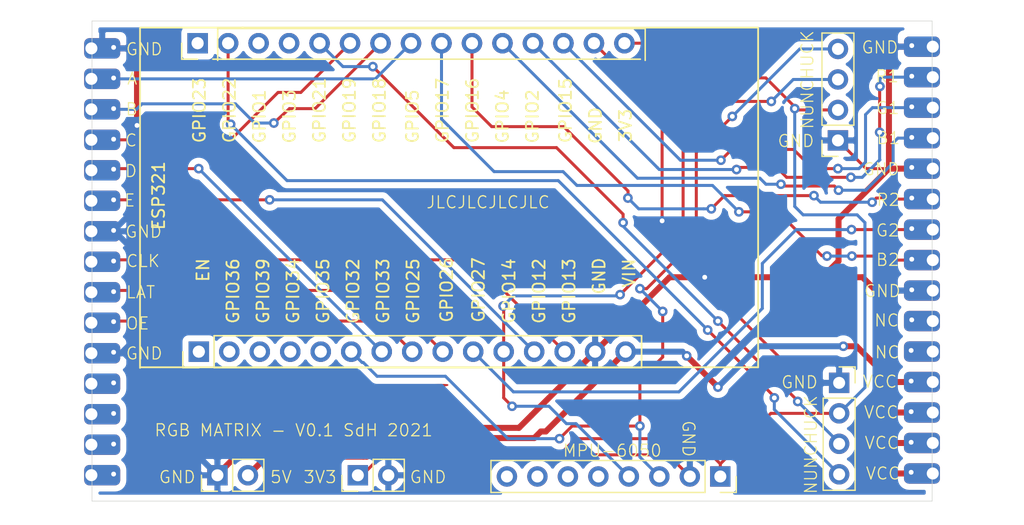
<source format=kicad_pcb>
(kicad_pcb (version 20171130) (host pcbnew 5.1.9-73d0e3b20d~88~ubuntu18.04.1)

  (general
    (thickness 1.6)
    (drawings 42)
    (tracks 357)
    (zones 0)
    (modules 9)
    (nets 40)
  )

  (page A4)
  (layers
    (0 F.Cu signal)
    (31 B.Cu signal)
    (32 B.Adhes user)
    (33 F.Adhes user)
    (34 B.Paste user)
    (35 F.Paste user)
    (36 B.SilkS user)
    (37 F.SilkS user)
    (38 B.Mask user)
    (39 F.Mask user)
    (40 Dwgs.User user)
    (41 Cmts.User user)
    (42 Eco1.User user)
    (43 Eco2.User user)
    (44 Edge.Cuts user)
    (45 Margin user)
    (46 B.CrtYd user)
    (47 F.CrtYd user)
    (48 B.Fab user)
    (49 F.Fab user)
  )

  (setup
    (last_trace_width 0.25)
    (trace_clearance 0.2)
    (zone_clearance 0.508)
    (zone_45_only no)
    (trace_min 0.2)
    (via_size 0.8)
    (via_drill 0.4)
    (via_min_size 0.4)
    (via_min_drill 0.3)
    (uvia_size 0.3)
    (uvia_drill 0.1)
    (uvias_allowed no)
    (uvia_min_size 0.2)
    (uvia_min_drill 0.1)
    (edge_width 0.05)
    (segment_width 0.2)
    (pcb_text_width 0.3)
    (pcb_text_size 1.5 1.5)
    (mod_edge_width 0.12)
    (mod_text_size 1 1)
    (mod_text_width 0.15)
    (pad_size 1.524 1.524)
    (pad_drill 0.762)
    (pad_to_mask_clearance 0)
    (aux_axis_origin 0 0)
    (visible_elements FFFFFF7F)
    (pcbplotparams
      (layerselection 0x010fc_ffffffff)
      (usegerberextensions false)
      (usegerberattributes true)
      (usegerberadvancedattributes true)
      (creategerberjobfile true)
      (excludeedgelayer true)
      (linewidth 0.100000)
      (plotframeref false)
      (viasonmask false)
      (mode 1)
      (useauxorigin false)
      (hpglpennumber 1)
      (hpglpenspeed 20)
      (hpglpendiameter 15.000000)
      (psnegative false)
      (psa4output false)
      (plotreference true)
      (plotvalue true)
      (plotinvisibletext false)
      (padsonsilk false)
      (subtractmaskfromsilk false)
      (outputformat 1)
      (mirror false)
      (drillshape 0)
      (scaleselection 1)
      (outputdirectory "../gerbers/"))
  )

  (net 0 "")
  (net 1 "Net-(ESP321-Pad16)")
  (net 2 "Net-(ESP321-Pad18)")
  (net 3 "Net-(ESP321-Pad19)")
  (net 4 "Net-(ESP321-Pad20)")
  (net 5 "Net-(ESP321-Pad21)")
  (net 6 "Net-(ESP321-Pad22)")
  (net 7 "Net-(ESP321-Pad23)")
  (net 8 "Net-(ESP321-Pad24)")
  (net 9 "Net-(ESP321-Pad25)")
  (net 10 "Net-(ESP321-Pad26)")
  (net 11 "Net-(ESP321-Pad27)")
  (net 12 "Net-(ESP321-Pad28)")
  (net 13 "Net-(ESP321-Pad29)")
  (net 14 "Net-(ESP321-Pad30)")
  (net 15 "Net-(ESP321-Pad15)")
  (net 16 "Net-(ESP321-Pad14)")
  (net 17 "Net-(ESP321-Pad13)")
  (net 18 "Net-(ESP321-Pad12)")
  (net 19 "Net-(ESP321-Pad11)")
  (net 20 "Net-(ESP321-Pad10)")
  (net 21 "Net-(ESP321-Pad9)")
  (net 22 "Net-(ESP321-Pad8)")
  (net 23 "Net-(ESP321-Pad7)")
  (net 24 "Net-(ESP321-Pad6)")
  (net 25 "Net-(ESP321-Pad5)")
  (net 26 "Net-(ESP321-Pad4)")
  (net 27 "Net-(ESP321-Pad3)")
  (net 28 "Net-(ESP321-Pad2)")
  (net 29 "Net-(ESP321-Pad1)")
  (net 30 "Net-(J1-Pad1)")
  (net 31 "Net-(J1-Pad2)")
  (net 32 "Net-(J1-Pad3)")
  (net 33 "Net-(J1-Pad4)")
  (net 34 "Net-(J4-Pad11)")
  (net 35 "Net-(J4-Pad10)")
  (net 36 "Net-(J5-Pad5)")
  (net 37 "Net-(J5-Pad6)")
  (net 38 "Net-(J5-Pad7)")
  (net 39 "Net-(J5-Pad8)")

  (net_class Default "This is the default net class."
    (clearance 0.2)
    (trace_width 0.25)
    (via_dia 0.8)
    (via_drill 0.4)
    (uvia_dia 0.3)
    (uvia_drill 0.1)
    (add_net "Net-(ESP321-Pad1)")
    (add_net "Net-(ESP321-Pad10)")
    (add_net "Net-(ESP321-Pad11)")
    (add_net "Net-(ESP321-Pad12)")
    (add_net "Net-(ESP321-Pad13)")
    (add_net "Net-(ESP321-Pad14)")
    (add_net "Net-(ESP321-Pad15)")
    (add_net "Net-(ESP321-Pad16)")
    (add_net "Net-(ESP321-Pad18)")
    (add_net "Net-(ESP321-Pad19)")
    (add_net "Net-(ESP321-Pad2)")
    (add_net "Net-(ESP321-Pad20)")
    (add_net "Net-(ESP321-Pad21)")
    (add_net "Net-(ESP321-Pad22)")
    (add_net "Net-(ESP321-Pad23)")
    (add_net "Net-(ESP321-Pad24)")
    (add_net "Net-(ESP321-Pad25)")
    (add_net "Net-(ESP321-Pad26)")
    (add_net "Net-(ESP321-Pad27)")
    (add_net "Net-(ESP321-Pad28)")
    (add_net "Net-(ESP321-Pad29)")
    (add_net "Net-(ESP321-Pad3)")
    (add_net "Net-(ESP321-Pad30)")
    (add_net "Net-(ESP321-Pad4)")
    (add_net "Net-(ESP321-Pad5)")
    (add_net "Net-(ESP321-Pad6)")
    (add_net "Net-(ESP321-Pad7)")
    (add_net "Net-(ESP321-Pad8)")
    (add_net "Net-(ESP321-Pad9)")
    (add_net "Net-(J1-Pad1)")
    (add_net "Net-(J1-Pad2)")
    (add_net "Net-(J1-Pad3)")
    (add_net "Net-(J1-Pad4)")
    (add_net "Net-(J4-Pad10)")
    (add_net "Net-(J4-Pad11)")
    (add_net "Net-(J5-Pad5)")
    (add_net "Net-(J5-Pad6)")
    (add_net "Net-(J5-Pad7)")
    (add_net "Net-(J5-Pad8)")
  )

  (module logo:matrix (layer F.Cu) (tedit 60061BA2) (tstamp 60062316)
    (at 66.8 141.35)
    (fp_text reference G*** (at 0 0) (layer F.SilkS) hide
      (effects (font (size 1.524 1.524) (thickness 0.3)))
    )
    (fp_text value LOGO (at 0.75 0) (layer F.SilkS) hide
      (effects (font (size 1.524 1.524) (thickness 0.3)))
    )
    (fp_poly (pts (xy 3.055202 -2.194652) (xy 3.174835 -2.187835) (xy 3.243823 -2.172129) (xy 3.266019 -2.152624)
      (xy 3.269002 -2.10556) (xy 3.233038 -2.094613) (xy 3.176861 -2.11567) (xy 3.098952 -2.138703)
      (xy 3.042754 -2.119711) (xy 3.019842 -2.062879) (xy 3.019778 -2.058866) (xy 3.027463 -2.018769)
      (xy 3.061487 -2.010365) (xy 3.104445 -2.017889) (xy 3.163487 -2.025848) (xy 3.18592 -2.005705)
      (xy 3.189111 -1.962619) (xy 3.18104 -1.909861) (xy 3.145062 -1.894899) (xy 3.1115 -1.896876)
      (xy 3.054075 -1.89421) (xy 3.034601 -1.862889) (xy 3.033889 -1.848555) (xy 3.048295 -1.806634)
      (xy 3.100525 -1.786511) (xy 3.127455 -1.78313) (xy 3.206027 -1.787564) (xy 3.265349 -1.810744)
      (xy 3.2661 -1.811352) (xy 3.304526 -1.833742) (xy 3.323053 -1.813278) (xy 3.343025 -1.799598)
      (xy 3.396208 -1.789633) (xy 3.488319 -1.782981) (xy 3.62508 -1.779238) (xy 3.812211 -1.778003)
      (xy 3.824155 -1.778) (xy 4.02037 -1.777303) (xy 4.167116 -1.774621) (xy 4.271359 -1.76907)
      (xy 4.340062 -1.759762) (xy 4.380191 -1.745812) (xy 4.398712 -1.726334) (xy 4.402667 -1.704425)
      (xy 4.396224 -1.699058) (xy 4.375238 -1.694187) (xy 4.337219 -1.689791) (xy 4.279679 -1.685845)
      (xy 4.200129 -1.682327) (xy 4.096079 -1.679214) (xy 3.965042 -1.676483) (xy 3.804528 -1.674112)
      (xy 3.61205 -1.672077) (xy 3.385117 -1.670355) (xy 3.121241 -1.668923) (xy 2.817934 -1.66776)
      (xy 2.472707 -1.66684) (xy 2.08307 -1.666143) (xy 1.646536 -1.665644) (xy 1.160615 -1.665322)
      (xy 0.622819 -1.665152) (xy 0.131704 -1.665111) (xy -0.354902 -1.665233) (xy -0.826112 -1.665591)
      (xy -1.278835 -1.66617) (xy -1.709984 -1.666958) (xy -2.116469 -1.66794) (xy -2.495199 -1.669103)
      (xy -2.843085 -1.670434) (xy -3.157038 -1.671919) (xy -3.433969 -1.673545) (xy -3.670787 -1.675298)
      (xy -3.864404 -1.677163) (xy -4.01173 -1.679129) (xy -4.109675 -1.681181) (xy -4.15515 -1.683306)
      (xy -4.158074 -1.683926) (xy -4.175063 -1.725152) (xy -4.136962 -1.757784) (xy -4.119105 -1.764314)
      (xy -4.086259 -1.781734) (xy -4.070393 -1.816866) (xy -4.067358 -1.884698) (xy -4.069717 -1.942605)
      (xy -4.081294 -2.042928) (xy -4.108354 -2.093857) (xy -4.159422 -2.10201) (xy -4.240389 -2.075129)
      (xy -4.279043 -2.070933) (xy -4.289772 -2.111844) (xy -4.289778 -2.113647) (xy -4.286456 -2.14086)
      (xy -4.269594 -2.158196) (xy -4.228851 -2.167871) (xy -4.153883 -2.172101) (xy -4.034346 -2.173102)
      (xy -4.012259 -2.173111) (xy -3.873172 -2.171897) (xy -3.782108 -2.166879) (xy -3.730672 -2.155995)
      (xy -3.71047 -2.137183) (xy -3.713106 -2.108379) (xy -3.715988 -2.100313) (xy -3.740645 -2.075958)
      (xy -3.786804 -2.091134) (xy -3.854009 -2.113029) (xy -3.896912 -2.090317) (xy -3.918627 -2.019475)
      (xy -3.922889 -1.937127) (xy -3.917185 -1.836154) (xy -3.898597 -1.781725) (xy -3.8807 -1.76785)
      (xy -3.845232 -1.765122) (xy -3.758626 -1.763178) (xy -3.626182 -1.76201) (xy -3.453201 -1.761615)
      (xy -3.244982 -1.761986) (xy -3.006828 -1.763118) (xy -2.744037 -1.765007) (xy -2.461912 -1.767646)
      (xy -2.297332 -1.76945) (xy -0.756153 -1.787241) (xy -0.758921 -1.836233) (xy -0.620889 -1.836233)
      (xy -0.604079 -1.793972) (xy -0.545829 -1.772587) (xy -0.529167 -1.770194) (xy -0.465269 -1.7612)
      (xy -0.433253 -1.754638) (xy -0.432697 -1.754294) (xy -0.406521 -1.758875) (xy -0.383308 -1.766908)
      (xy -0.345645 -1.806193) (xy -0.338667 -1.837464) (xy -0.347083 -1.869666) (xy -0.381385 -1.885714)
      (xy -0.455155 -1.890748) (xy -0.479778 -1.890889) (xy -0.564648 -1.887795) (xy -0.606958 -1.874971)
      (xy -0.620421 -1.847107) (xy -0.620889 -1.836233) (xy -0.758921 -1.836233) (xy -0.767054 -1.980176)
      (xy -0.777956 -2.173111) (xy -0.684033 -2.173111) (xy -0.622207 -2.169728) (xy -0.600275 -2.148332)
      (xy -0.605363 -2.092058) (xy -0.60864 -2.074333) (xy -0.627171 -1.975555) (xy -0.482919 -1.975555)
      (xy -0.387471 -1.982618) (xy -0.341973 -2.008123) (xy -0.341212 -2.058548) (xy -0.367882 -2.118522)
      (xy -0.381092 -2.153865) (xy -0.361893 -2.169418) (xy -0.298905 -2.173092) (xy -0.289348 -2.173111)
      (xy -0.181599 -2.173111) (xy -0.192762 -1.975555) (xy -0.196319 -1.86707) (xy -0.19086 -1.80474)
      (xy -0.175048 -1.778802) (xy -0.165463 -1.776427) (xy -0.130548 -1.776155) (xy -0.044613 -1.77596)
      (xy 0.086918 -1.775843) (xy 0.258619 -1.775802) (xy 0.465068 -1.775839) (xy 0.700839 -1.775951)
      (xy 0.960509 -1.776139) (xy 1.238653 -1.776403) (xy 1.340556 -1.776514) (xy 1.623961 -1.776833)
      (xy 1.890831 -1.777128) (xy 2.135738 -1.777394) (xy 2.353254 -1.777625) (xy 2.537954 -1.777816)
      (xy 2.68441 -1.777961) (xy 2.787196 -1.778054) (xy 2.840884 -1.77809) (xy 2.8471 -1.778088)
      (xy 2.867007 -1.789638) (xy 2.876462 -1.831029) (xy 2.87667 -1.912199) (xy 2.872603 -1.988144)
      (xy 2.859117 -2.198287) (xy 3.055202 -2.194652)) (layer F.Cu) (width 0.01))
    (fp_poly (pts (xy 12.395643 -1.156302) (xy 12.560083 -1.154578) (xy 12.68153 -1.151098) (xy 12.766705 -1.145453)
      (xy 12.822331 -1.137232) (xy 12.855128 -1.126027) (xy 12.869333 -1.114778) (xy 12.886581 -1.062556)
      (xy 12.856854 -1.01813) (xy 12.78959 -0.991239) (xy 12.745933 -0.987415) (xy 12.653104 -0.975231)
      (xy 12.553285 -0.936768) (xy 12.440477 -0.868029) (xy 12.308683 -0.765017) (xy 12.151904 -0.623736)
      (xy 12.044547 -0.520115) (xy 11.861502 -0.34096) (xy 11.713312 -0.198206) (xy 11.595317 -0.087943)
      (xy 11.502862 -0.006263) (xy 11.431288 0.050742) (xy 11.375938 0.086982) (xy 11.332153 0.106365)
      (xy 11.295278 0.112799) (xy 11.290256 0.112889) (xy 11.224501 0.103205) (xy 11.188285 0.081711)
      (xy 11.199065 0.049819) (xy 11.244056 -0.012682) (xy 11.316654 -0.09741) (xy 11.393868 -0.179344)
      (xy 11.562238 -0.354057) (xy 11.692387 -0.49572) (xy 11.787857 -0.609253) (xy 11.85219 -0.699577)
      (xy 11.88893 -0.771612) (xy 11.90162 -0.830279) (xy 11.895355 -0.875872) (xy 11.854165 -0.921213)
      (xy 11.768468 -0.959836) (xy 11.65016 -0.987143) (xy 11.588069 -0.994638) (xy 11.517711 -1.015384)
      (xy 11.472532 -1.054639) (xy 11.462579 -1.09909) (xy 11.486445 -1.12926) (xy 11.526337 -1.137197)
      (xy 11.614583 -1.144195) (xy 11.743094 -1.149934) (xy 11.90378 -1.154095) (xy 12.088556 -1.15636)
      (xy 12.181489 -1.156679) (xy 12.395643 -1.156302)) (layer F.Cu) (width 0.01))
    (fp_poly (pts (xy -11.967017 -1.319493) (xy -11.833489 -1.314397) (xy -11.751778 -1.306172) (xy -11.72634 -1.298227)
      (xy -11.704635 -1.253441) (xy -11.693348 -1.177178) (xy -11.692857 -1.149501) (xy -11.691096 -1.074042)
      (xy -11.673733 -1.037222) (xy -11.627369 -1.021278) (xy -11.59216 -1.016) (xy -11.568566 -1.012258)
      (xy -11.546226 -1.00554) (xy -11.522603 -0.992267) (xy -11.495159 -0.968855) (xy -11.461355 -0.931725)
      (xy -11.418653 -0.877293) (xy -11.364516 -0.801979) (xy -11.296406 -0.702201) (xy -11.211784 -0.574378)
      (xy -11.108112 -0.414928) (xy -10.982853 -0.220269) (xy -10.833468 0.013179) (xy -10.657419 0.289)
      (xy -10.567655 0.429726) (xy -10.469069 0.582894) (xy -10.379961 0.718693) (xy -10.304941 0.83031)
      (xy -10.248619 0.910937) (xy -10.215604 0.953761) (xy -10.209485 0.958892) (xy -10.185361 0.936987)
      (xy -10.141593 0.878691) (xy -10.087269 0.796197) (xy -10.082485 0.788506) (xy -10.013002 0.677245)
      (xy -9.930116 0.545864) (xy -9.851048 0.421656) (xy -9.846503 0.414562) (xy -9.793911 0.332145)
      (xy -9.717358 0.21168) (xy -9.622987 0.06286) (xy -9.516944 -0.104618) (xy -9.405375 -0.281059)
      (xy -9.342247 -0.381) (xy -9.237854 -0.545176) (xy -9.142096 -0.69357) (xy -9.05944 -0.819438)
      (xy -8.994352 -0.916033) (xy -8.951299 -0.976611) (xy -8.936077 -0.994401) (xy -8.893002 -1.005058)
      (xy -8.811559 -1.012691) (xy -8.714958 -1.015568) (xy -8.525804 -1.016) (xy -8.509 -0.663222)
      (xy -6.822722 -0.655945) (xy -6.466255 -0.654566) (xy -6.162279 -0.653794) (xy -5.906842 -0.653705)
      (xy -5.695994 -0.654375) (xy -5.525783 -0.655878) (xy -5.392258 -0.658291) (xy -5.291468 -0.66169)
      (xy -5.219463 -0.666149) (xy -5.172289 -0.671744) (xy -5.145998 -0.678552) (xy -5.136636 -0.686647)
      (xy -5.136444 -0.688203) (xy -5.113582 -0.731454) (xy -5.091803 -0.744869) (xy -5.034265 -0.755617)
      (xy -4.946446 -0.760671) (xy -4.848656 -0.76026) (xy -4.761206 -0.754616) (xy -4.704405 -0.743966)
      (xy -4.697156 -0.740401) (xy -4.673494 -0.708891) (xy -4.629746 -0.637102) (xy -4.571666 -0.53494)
      (xy -4.505007 -0.41231) (xy -4.488407 -0.381) (xy -4.407912 -0.228624) (xy -4.323109 -0.068412)
      (xy -4.244418 0.079971) (xy -4.185438 0.19089) (xy -4.133068 0.295192) (xy -4.09551 0.381849)
      (xy -4.077869 0.43841) (xy -4.078352 0.451946) (xy -4.11475 0.468853) (xy -4.1862 0.478728)
      (xy -4.220888 0.479778) (xy -4.296072 0.483363) (xy -4.340802 0.492422) (xy -4.346222 0.497595)
      (xy -4.332499 0.530796) (xy -4.295052 0.6025) (xy -4.239464 0.702972) (xy -4.171318 0.822476)
      (xy -4.096198 0.951275) (xy -4.019687 1.079635) (xy -3.947368 1.197818) (xy -3.916408 1.24709)
      (xy -3.838391 1.362977) (xy -3.772535 1.441381) (xy -3.706186 1.495518) (xy -3.646123 1.529312)
      (xy -3.614084 1.544624) (xy -3.582185 1.557368) (xy -3.545119 1.56782) (xy -3.497579 1.576256)
      (xy -3.434258 1.582951) (xy -3.349848 1.58818) (xy -3.239042 1.59222) (xy -3.096534 1.595345)
      (xy -2.917016 1.597832) (xy -2.69518 1.599955) (xy -2.42572 1.60199) (xy -2.218667 1.603423)
      (xy -1.953361 1.604732) (xy -1.70532 1.604977) (xy -1.480261 1.604222) (xy -1.283898 1.602532)
      (xy -1.121946 1.599973) (xy -1.00012 1.596609) (xy -0.924136 1.592505) (xy -0.899837 1.588459)
      (xy -0.893145 1.554255) (xy -0.887439 1.470825) (xy -0.882709 1.345378) (xy -0.878945 1.185124)
      (xy -0.876138 0.997271) (xy -0.874277 0.789029) (xy -0.873353 0.567607) (xy -0.873356 0.340216)
      (xy -0.874278 0.114063) (xy -0.876107 -0.103641) (xy -0.878835 -0.305688) (xy -0.882451 -0.484868)
      (xy -0.886947 -0.633971) (xy -0.892311 -0.745788) (xy -0.898536 -0.813111) (xy -0.903083 -0.82964)
      (xy -0.946154 -0.842965) (xy -1.043449 -0.852397) (xy -1.192873 -0.85781) (xy -1.39142 -0.859081)
      (xy -1.61372 -0.855227) (xy -1.78699 -0.843165) (xy -1.91845 -0.81937) (xy -2.01532 -0.780317)
      (xy -2.08482 -0.722482) (xy -2.134171 -0.64234) (xy -2.170591 -0.536366) (xy -2.186594 -0.470872)
      (xy -2.21002 -0.383353) (xy -2.2361 -0.337413) (xy -2.274582 -0.318635) (xy -2.291336 -0.315981)
      (xy -2.332873 -0.317063) (xy -2.362177 -0.337052) (xy -2.381321 -0.383779) (xy -2.392377 -0.465075)
      (xy -2.397416 -0.588773) (xy -2.398503 -0.721078) (xy -2.395058 -0.875431) (xy -2.384505 -0.981668)
      (xy -2.367244 -1.036001) (xy -2.365022 -1.038578) (xy -2.336019 -1.049669) (xy -2.270993 -1.058349)
      (xy -2.165854 -1.064791) (xy -2.016513 -1.069172) (xy -1.81888 -1.071664) (xy -1.572158 -1.072444)
      (xy -1.3456 -1.072592) (xy -1.169084 -1.073347) (xy -1.036209 -1.075176) (xy -0.940572 -1.078547)
      (xy -0.875771 -1.083925) (xy -0.835405 -1.091779) (xy -0.813072 -1.102575) (xy -0.80237 -1.11678)
      (xy -0.7984 -1.128889) (xy -0.792846 -1.143879) (xy -0.781113 -1.15595) (xy -0.757604 -1.165418)
      (xy -0.716724 -1.172598) (xy -0.652876 -1.177807) (xy -0.560463 -1.18136) (xy -0.43389 -1.183573)
      (xy -0.267561 -1.184763) (xy -0.055879 -1.185244) (xy 0.201546 -1.185333) (xy 1.18673 -1.185333)
      (xy 1.210781 -1.121833) (xy 1.223782 -1.065695) (xy 1.237878 -0.970245) (xy 1.250709 -0.85251)
      (xy 1.25497 -0.802854) (xy 1.262409 -0.658687) (xy 1.256065 -0.563091) (xy 1.233316 -0.509306)
      (xy 1.19154 -0.490573) (xy 1.136637 -0.497796) (xy 1.092405 -0.527061) (xy 1.059224 -0.595248)
      (xy 1.043706 -0.651265) (xy 0.98727 -0.783235) (xy 0.893338 -0.893921) (xy 0.775998 -0.96804)
      (xy 0.740316 -0.980314) (xy 0.666062 -0.992561) (xy 0.556454 -1.000218) (xy 0.424401 -1.003548)
      (xy 0.282811 -1.002814) (xy 0.144592 -0.998276) (xy 0.022653 -0.990198) (xy -0.070099 -0.978842)
      (xy -0.120755 -0.96447) (xy -0.123135 -0.962773) (xy -0.137473 -0.946009) (xy -0.148439 -0.918098)
      (xy -0.156369 -0.872419) (xy -0.161602 -0.802352) (xy -0.164475 -0.701277) (xy -0.165327 -0.562575)
      (xy -0.164495 -0.379626) (xy -0.162739 -0.186662) (xy -0.155222 0.550333) (xy 2.736662 0.564957)
      (xy 2.743172 -0.114883) (xy 2.964226 -0.114883) (xy 2.96557 0.036054) (xy 2.96858 0.168606)
      (xy 2.973297 0.272213) (xy 2.979759 0.336313) (xy 2.9845 0.351425) (xy 3.023997 0.36179)
      (xy 3.106157 0.36468) (xy 3.217838 0.361101) (xy 3.345898 0.352057) (xy 3.477196 0.338553)
      (xy 3.598591 0.321595) (xy 3.696942 0.302187) (xy 3.723847 0.294893) (xy 3.886539 0.21984)
      (xy 4.008122 0.108369) (xy 4.084949 -0.033764) (xy 4.113368 -0.200802) (xy 4.106049 -0.308066)
      (xy 4.054718 -0.486465) (xy 3.959006 -0.630125) (xy 3.818104 -0.740083) (xy 3.739445 -0.778971)
      (xy 3.658693 -0.802999) (xy 3.547877 -0.822297) (xy 3.420159 -0.836233) (xy 3.288703 -0.844171)
      (xy 3.16667 -0.845478) (xy 3.067224 -0.839519) (xy 3.003528 -0.825659) (xy 2.988916 -0.815141)
      (xy 2.981102 -0.775685) (xy 2.974714 -0.691246) (xy 2.969793 -0.572385) (xy 2.966378 -0.429664)
      (xy 2.964509 -0.273642) (xy 2.964226 -0.114883) (xy 2.743172 -0.114883) (xy 2.744164 -0.218466)
      (xy 2.751667 -1.001889) (xy 3.27573 -1.011) (xy 3.583767 -1.010951) (xy 3.842278 -0.998782)
      (xy 4.056989 -0.97392) (xy 4.233625 -0.935789) (xy 4.32534 -0.905685) (xy 4.402667 -0.876286)
      (xy 4.402667 0.285396) (xy 4.282722 0.338395) (xy 4.17923 0.374636) (xy 4.059464 0.403659)
      (xy 4.014611 0.411) (xy 3.931981 0.425486) (xy 3.878196 0.441733) (xy 3.866445 0.45137)
      (xy 3.887113 0.478184) (xy 3.944843 0.535464) (xy 4.033224 0.617679) (xy 4.145843 0.719296)
      (xy 4.276289 0.834783) (xy 4.418148 0.958606) (xy 4.56501 1.085234) (xy 4.710463 1.209134)
      (xy 4.848094 1.324772) (xy 4.971491 1.426618) (xy 5.074243 1.509137) (xy 5.149937 1.566798)
      (xy 5.189025 1.592558) (xy 5.268768 1.623839) (xy 5.340304 1.636889) (xy 5.34043 1.636889)
      (xy 5.413622 1.653082) (xy 5.471287 1.682543) (xy 5.535536 1.707577) (xy 5.631703 1.723713)
      (xy 5.740074 1.730158) (xy 5.840935 1.726123) (xy 5.914571 1.710816) (xy 5.932393 1.701036)
      (xy 5.978516 1.68235) (xy 6.061436 1.663702) (xy 6.145734 1.651333) (xy 6.276035 1.63014)
      (xy 6.362595 1.594554) (xy 6.41624 1.533498) (xy 6.447797 1.4359) (xy 6.464248 1.325492)
      (xy 6.472445 1.221337) (xy 6.478927 1.072202) (xy 6.483704 0.888232) (xy 6.486788 0.679569)
      (xy 6.488192 0.456358) (xy 6.487926 0.228743) (xy 6.486003 0.006866) (xy 6.482434 -0.199127)
      (xy 6.477231 -0.379094) (xy 6.470405 -0.522891) (xy 6.462002 -0.62012) (xy 6.436398 -0.761431)
      (xy 6.403104 -0.854668) (xy 6.383715 -0.88194) (xy 6.329499 -0.913551) (xy 6.238028 -0.945314)
      (xy 6.136786 -0.969036) (xy 6.031787 -0.990946) (xy 5.971673 -1.011723) (xy 5.945241 -1.036565)
      (xy 5.940778 -1.059995) (xy 5.940303 -1.069866) (xy 5.941023 -1.078621) (xy 5.946157 -1.086352)
      (xy 5.958922 -1.093155) (xy 5.982536 -1.099124) (xy 6.020218 -1.104351) (xy 6.075185 -1.10893)
      (xy 6.150655 -1.112957) (xy 6.249846 -1.116525) (xy 6.375977 -1.119727) (xy 6.532265 -1.122657)
      (xy 6.721928 -1.12541) (xy 6.948185 -1.12808) (xy 7.214253 -1.13076) (xy 7.52335 -1.133544)
      (xy 7.878694 -1.136526) (xy 8.283503 -1.1398) (xy 8.740996 -1.14346) (xy 8.823317 -1.14412)
      (xy 9.178948 -1.146898) (xy 9.482326 -1.149027) (xy 9.737639 -1.150422) (xy 9.949077 -1.150998)
      (xy 10.120828 -1.150672) (xy 10.257081 -1.149358) (xy 10.362024 -1.146972) (xy 10.439846 -1.143429)
      (xy 10.494735 -1.138645) (xy 10.530881 -1.132535) (xy 10.552472 -1.125014) (xy 10.563697 -1.115999)
      (xy 10.567575 -1.108893) (xy 10.564607 -1.053468) (xy 10.51277 -1.012829) (xy 10.418547 -0.990718)
      (xy 10.357556 -0.987778) (xy 10.266206 -0.979464) (xy 10.191661 -0.958582) (xy 10.173567 -0.948536)
      (xy 10.138612 -0.913834) (xy 10.139072 -0.871844) (xy 10.155952 -0.83017) (xy 10.186926 -0.786554)
      (xy 10.252026 -0.711577) (xy 10.344338 -0.612626) (xy 10.456945 -0.497091) (xy 10.582933 -0.372361)
      (xy 10.599335 -0.356435) (xy 10.723379 -0.234719) (xy 10.832198 -0.124982) (xy 10.91966 -0.033657)
      (xy 10.979628 0.032826) (xy 11.005969 0.068035) (xy 11.006667 0.070612) (xy 10.987702 0.110499)
      (xy 10.941503 0.164174) (xy 10.936111 0.169333) (xy 10.888128 0.222913) (xy 10.865766 0.264637)
      (xy 10.865556 0.267283) (xy 10.885291 0.293393) (xy 10.940783 0.352611) (xy 11.026457 0.439603)
      (xy 11.13674 0.549034) (xy 11.26606 0.675569) (xy 11.408842 0.813873) (xy 11.559514 0.958612)
      (xy 11.712502 1.104451) (xy 11.862233 1.246054) (xy 12.003134 1.378088) (xy 12.129631 1.495218)
      (xy 12.236151 1.592109) (xy 12.317121 1.663425) (xy 12.364314 1.701905) (xy 12.468391 1.75949)
      (xy 12.60005 1.805589) (xy 12.649352 1.817268) (xy 12.749077 1.840845) (xy 12.803972 1.864033)
      (xy 12.825322 1.89256) (xy 12.827 1.907475) (xy 12.824878 1.922247) (xy 12.814725 1.934119)
      (xy 12.790861 1.943469) (xy 12.747606 1.950675) (xy 12.679281 1.956113) (xy 12.580205 1.960161)
      (xy 12.444699 1.963197) (xy 12.267082 1.965598) (xy 12.041675 1.96774) (xy 11.902722 1.968886)
      (xy 10.978444 1.976327) (xy 10.978445 1.909178) (xy 10.982434 1.873892) (xy 11.002503 1.852337)
      (xy 11.050798 1.839557) (xy 11.139468 1.830596) (xy 11.178021 1.827749) (xy 11.281155 1.816825)
      (xy 11.362662 1.801678) (xy 11.405509 1.785512) (xy 11.4062 1.784866) (xy 11.418904 1.75757)
      (xy 11.41035 1.717538) (xy 11.377314 1.660786) (xy 11.316575 1.583325) (xy 11.224907 1.481169)
      (xy 11.099088 1.350332) (xy 10.935895 1.186828) (xy 10.870342 1.12212) (xy 10.390353 0.649685)
      (xy 10.025375 1.009232) (xy 9.834092 1.201794) (xy 9.685675 1.361834) (xy 9.579198 1.492447)
      (xy 9.513734 1.596722) (xy 9.488359 1.677754) (xy 9.502146 1.738634) (xy 9.55417 1.782455)
      (xy 9.643505 1.812309) (xy 9.769226 1.831288) (xy 9.779 1.832254) (xy 9.874306 1.844015)
      (xy 9.925772 1.859523) (xy 9.945979 1.884183) (xy 9.948333 1.905) (xy 9.946532 1.921947)
      (xy 9.936911 1.935112) (xy 9.913147 1.944971) (xy 9.868916 1.952003) (xy 9.797895 1.956683)
      (xy 9.693758 1.95949) (xy 9.550183 1.9609) (xy 9.360845 1.961392) (xy 9.200445 1.961445)
      (xy 8.975782 1.961284) (xy 8.80125 1.960496) (xy 8.670531 1.958622) (xy 8.577312 1.955203)
      (xy 8.515277 1.949779) (xy 8.478112 1.941891) (xy 8.459502 1.931081) (xy 8.453131 1.916889)
      (xy 8.452556 1.907073) (xy 8.462809 1.875757) (xy 8.50054 1.849706) (xy 8.5762 1.823571)
      (xy 8.657237 1.802388) (xy 8.779025 1.766597) (xy 8.897293 1.722222) (xy 8.981792 1.681353)
      (xy 9.033567 1.643081) (xy 9.118808 1.571002) (xy 9.230932 1.471084) (xy 9.363358 1.349299)
      (xy 9.509503 1.211614) (xy 9.662786 1.063998) (xy 9.666111 1.06076) (xy 10.230556 0.510888)
      (xy 10.024656 0.307377) (xy 9.917492 0.195975) (xy 9.854688 0.1159) (xy 9.835704 0.064277)
      (xy 9.859998 0.038233) (xy 9.927028 0.034892) (xy 9.974378 0.040532) (xy 10.052537 0.04675)
      (xy 10.104553 0.040675) (xy 10.113758 0.034546) (xy 10.116442 0.024781) (xy 10.110975 0.009922)
      (xy 10.093128 -0.014336) (xy 10.05867 -0.052301) (xy 10.003371 -0.108281) (xy 9.923003 -0.186582)
      (xy 9.813333 -0.291511) (xy 9.670134 -0.427376) (xy 9.529633 -0.560251) (xy 9.382072 -0.697683)
      (xy 9.265092 -0.80072) (xy 9.169957 -0.875466) (xy 9.087929 -0.928025) (xy 9.010274 -0.964501)
      (xy 8.928253 -0.990998) (xy 8.904111 -0.997261) (xy 8.834341 -1.008252) (xy 8.725418 -1.017758)
      (xy 8.58758 -1.025615) (xy 8.431063 -1.031657) (xy 8.266102 -1.03572) (xy 8.102935 -1.037639)
      (xy 7.951797 -1.037249) (xy 7.822926 -1.034386) (xy 7.726557 -1.028884) (xy 7.672926 -1.02058)
      (xy 7.666341 -1.017185) (xy 7.620013 -0.996757) (xy 7.545957 -0.985946) (xy 7.536745 -0.985631)
      (xy 7.389025 -0.963412) (xy 7.263864 -0.907842) (xy 7.184113 -0.835568) (xy 7.16912 -0.8136)
      (xy 7.15696 -0.78807) (xy 7.147336 -0.753225) (xy 7.139952 -0.703313) (xy 7.134512 -0.632582)
      (xy 7.130721 -0.535279) (xy 7.128281 -0.405652) (xy 7.126897 -0.237948) (xy 7.126274 -0.026416)
      (xy 7.126114 0.234697) (xy 7.126111 0.291327) (xy 7.126707 0.533812) (xy 7.128403 0.762243)
      (xy 7.131061 0.96956) (xy 7.134545 1.148702) (xy 7.138716 1.292611) (xy 7.143438 1.394227)
      (xy 7.148573 1.44649) (xy 7.148597 1.446603) (xy 7.182052 1.535003) (xy 7.244384 1.596271)
      (xy 7.344627 1.636153) (xy 7.483131 1.659458) (xy 7.580075 1.671413) (xy 7.633688 1.685156)
      (xy 7.656798 1.708163) (xy 7.662232 1.747907) (xy 7.662333 1.763889) (xy 7.662333 1.848556)
      (xy 6.208889 1.856192) (xy 5.871936 1.857422) (xy 5.571156 1.857418) (xy 5.309621 1.856221)
      (xy 5.090399 1.853871) (xy 4.91656 1.850408) (xy 4.791176 1.845872) (xy 4.717314 1.840303)
      (xy 4.699 1.83648) (xy 4.63083 1.809865) (xy 4.595515 1.800622) (xy 4.557568 1.777715)
      (xy 4.482107 1.717109) (xy 4.37155 1.621) (xy 4.228313 1.491582) (xy 4.054814 1.331051)
      (xy 3.853469 1.1416) (xy 3.626697 0.925425) (xy 3.540449 0.842588) (xy 3.410515 0.720834)
      (xy 3.309899 0.634956) (xy 3.230349 0.578707) (xy 3.163614 0.545839) (xy 3.137631 0.537559)
      (xy 3.058623 0.521473) (xy 3.001903 0.51923) (xy 2.990904 0.522514) (xy 2.980101 0.55637)
      (xy 2.972372 0.634921) (xy 2.96775 0.746498) (xy 2.96627 0.879434) (xy 2.967966 1.022061)
      (xy 2.972872 1.162711) (xy 2.981021 1.289715) (xy 2.988456 1.362512) (xy 3.016364 1.495259)
      (xy 3.066748 1.582479) (xy 3.14901 1.633557) (xy 3.272554 1.657876) (xy 3.285616 1.65904)
      (xy 3.398176 1.676447) (xy 3.465885 1.7047) (xy 3.484664 1.741096) (xy 3.460623 1.775178)
      (xy 3.409348 1.791462) (xy 3.303575 1.800114) (xy 3.142675 1.801177) (xy 3.086331 1.800089)
      (xy 2.751667 1.792111) (xy 2.744015 1.234722) (xy 2.736362 0.677333) (xy -0.17688 0.677333)
      (xy -0.162318 0.9525) (xy -0.153946 1.07657) (xy -0.143454 1.183149) (xy -0.132503 1.257003)
      (xy -0.126842 1.278258) (xy -0.077129 1.335174) (xy 0.015819 1.387343) (xy 0.138806 1.428855)
      (xy 0.260611 1.451781) (xy 0.377136 1.47317) (xy 0.438048 1.502263) (xy 0.443674 1.539264)
      (xy 0.43012 1.556725) (xy 0.392604 1.566715) (xy 0.307438 1.574827) (xy 0.183398 1.58057)
      (xy 0.029259 1.58345) (xy -0.050374 1.583677) (xy -0.229886 1.584407) (xy -0.360466 1.587774)
      (xy -0.449588 1.594375) (xy -0.504728 1.604805) (xy -0.533362 1.619663) (xy -0.535928 1.622423)
      (xy -0.55376 1.673175) (xy -0.561689 1.758518) (xy -0.560847 1.811734) (xy -0.552901 1.961445)
      (xy -1.031395 1.961445) (xy -1.205933 1.961147) (xy -1.331921 1.959635) (xy -1.417252 1.955976)
      (xy -1.469818 1.949239) (xy -1.497514 1.938495) (xy -1.508232 1.92281) (xy -1.509889 1.905)
      (xy -1.502723 1.874028) (xy -1.473305 1.853638) (xy -1.409756 1.839034) (xy -1.317354 1.827293)
      (xy -1.209501 1.811311) (xy -1.116992 1.79046) (xy -1.063354 1.770849) (xy -1.060373 1.763786)
      (xy -1.079775 1.757516) (xy -1.124836 1.751954) (xy -1.198833 1.747015) (xy -1.305042 1.742614)
      (xy -1.446739 1.738665) (xy -1.6272 1.735085) (xy -1.849701 1.731787) (xy -2.117519 1.728687)
      (xy -2.43393 1.7257) (xy -2.80221 1.72274) (xy -2.963333 1.721556) (xy -3.348861 1.718654)
      (xy -3.681652 1.715824) (xy -3.965412 1.712962) (xy -4.203848 1.709964) (xy -4.400666 1.706726)
      (xy -4.559574 1.703146) (xy -4.684278 1.699119) (xy -4.778484 1.694541) (xy -4.845899 1.689309)
      (xy -4.890231 1.683319) (xy -4.915185 1.676468) (xy -4.924469 1.668651) (xy -4.924778 1.666682)
      (xy -4.902556 1.63889) (xy -4.832713 1.614242) (xy -4.732182 1.594401) (xy -4.609261 1.568266)
      (xy -4.535283 1.534866) (xy -4.502761 1.488128) (xy -4.504205 1.421975) (xy -4.506565 1.411346)
      (xy -4.525862 1.360026) (xy -4.564863 1.274414) (xy -4.616247 1.168922) (xy -4.672691 1.057963)
      (xy -4.726874 0.955951) (xy -4.771473 0.8773) (xy -4.797976 0.837702) (xy -4.830848 0.831339)
      (xy -4.912112 0.825866) (xy -5.033721 0.82152) (xy -5.187625 0.818538) (xy -5.365777 0.817157)
      (xy -5.492543 0.817237) (xy -5.704595 0.81821) (xy -5.867357 0.81971) (xy -5.987985 0.822383)
      (xy -6.073632 0.826879) (xy -6.131454 0.833846) (xy -6.168605 0.843931) (xy -6.19224 0.857782)
      (xy -6.209513 0.876048) (xy -6.214648 0.882646) (xy -6.261931 0.955422) (xy -6.314901 1.053376)
      (xy -6.365912 1.160044) (xy -6.407312 1.258961) (xy -6.431454 1.333664) (xy -6.434667 1.356244)
      (xy -6.409345 1.431399) (xy -6.343192 1.504056) (xy -6.250927 1.561709) (xy -6.159322 1.590182)
      (xy -6.080925 1.608558) (xy -6.045677 1.635904) (xy -6.039555 1.665995) (xy -6.041469 1.684523)
      (xy -6.051864 1.698381) (xy -6.077719 1.708126) (xy -6.126013 1.714316) (xy -6.203725 1.717509)
      (xy -6.317835 1.718262) (xy -6.475321 1.717133) (xy -6.653389 1.71505) (xy -6.858393 1.711996)
      (xy -7.013443 1.708241) (xy -7.12503 1.703268) (xy -7.199645 1.696561) (xy -7.243777 1.687603)
      (xy -7.263918 1.675877) (xy -7.267222 1.666167) (xy -7.241989 1.63168) (xy -7.177717 1.603092)
      (xy -7.168444 1.600658) (xy -7.033212 1.566296) (xy -6.935701 1.534348) (xy -6.863455 1.495061)
      (xy -6.804022 1.438684) (xy -6.744946 1.355463) (xy -6.673773 1.235647) (xy -6.650456 1.19504)
      (xy -6.531528 0.987967) (xy -6.414562 0.784862) (xy -6.30436 0.594022) (xy -6.299488 0.585611)
      (xy -6.048974 0.585611) (xy -6.045486 0.597982) (xy -6.013621 0.607267) (xy -5.947699 0.613833)
      (xy -5.842042 0.618047) (xy -5.690969 0.620276) (xy -5.502647 0.620889) (xy -5.284104 0.619586)
      (xy -5.120635 0.61563) (xy -5.010928 0.608951) (xy -4.953672 0.599479) (xy -4.944124 0.591072)
      (xy -4.966406 0.540789) (xy -5.009679 0.456304) (xy -5.068723 0.346736) (xy -5.138318 0.221204)
      (xy -5.213244 0.088829) (xy -5.288281 -0.04127) (xy -5.358211 -0.159973) (xy -5.417812 -0.25816)
      (xy -5.461865 -0.326712) (xy -5.485151 -0.356508) (xy -5.486782 -0.35704) (xy -5.508352 -0.331294)
      (xy -5.552654 -0.264191) (xy -5.614816 -0.163608) (xy -5.689965 -0.037421) (xy -5.769702 0.100316)
      (xy -5.852928 0.245788) (xy -5.927391 0.375601) (xy -5.988211 0.481275) (xy -6.030507 0.554327)
      (xy -6.048974 0.585611) (xy -6.299488 0.585611) (xy -6.205725 0.423746) (xy -6.123458 0.282331)
      (xy -6.06236 0.178073) (xy -6.043907 0.146925) (xy -5.996941 0.065247) (xy -5.964448 0.003304)
      (xy -5.954268 -0.022409) (xy -5.939959 -0.053583) (xy -5.90207 -0.120772) (xy -5.84729 -0.212348)
      (xy -5.813157 -0.267662) (xy -5.752087 -0.367799) (xy -5.70443 -0.450108) (xy -5.676857 -0.502851)
      (xy -5.672667 -0.514868) (xy -5.699999 -0.518999) (xy -5.778445 -0.52259) (xy -5.902673 -0.525588)
      (xy -6.067353 -0.527936) (xy -6.267157 -0.529582) (xy -6.496753 -0.530468) (xy -6.750813 -0.530542)
      (xy -7.024005 -0.529748) (xy -7.090833 -0.529428) (xy -8.509 -0.522111) (xy -8.516548 0.604918)
      (xy -8.518561 0.851634) (xy -8.521125 1.080437) (xy -8.524118 1.285244) (xy -8.52742 1.459966)
      (xy -8.530912 1.59852) (xy -8.534472 1.694819) (xy -8.537981 1.742778) (xy -8.539112 1.746964)
      (xy -8.571017 1.752078) (xy -8.649564 1.756564) (xy -8.764949 1.760091) (xy -8.90737 1.762327)
      (xy -9.011342 1.762935) (xy -9.181415 1.762961) (xy -9.303115 1.761571) (xy -9.384512 1.757794)
      (xy -9.433675 1.750659) (xy -9.458673 1.739194) (xy -9.467576 1.722431) (xy -9.468555 1.707931)
      (xy -9.461752 1.678952) (xy -9.434028 1.658421) (xy -9.374415 1.64217) (xy -9.271942 1.626027)
      (xy -9.242778 1.622106) (xy -9.093151 1.598221) (xy -8.990653 1.56999) (xy -8.92597 1.532583)
      (xy -8.88979 1.481173) (xy -8.876007 1.431935) (xy -8.872252 1.381953) (xy -8.869301 1.283068)
      (xy -8.867217 1.142815) (xy -8.86606 0.968731) (xy -8.865894 0.768351) (xy -8.866779 0.549212)
      (xy -8.867737 0.423333) (xy -8.875889 -0.493889) (xy -8.977165 -0.338667) (xy -9.039913 -0.242038)
      (xy -9.1195 -0.118792) (xy -9.210802 0.023069) (xy -9.308697 0.175539) (xy -9.408062 0.330614)
      (xy -9.503775 0.480288) (xy -9.590713 0.616559) (xy -9.663754 0.73142) (xy -9.717774 0.816867)
      (xy -9.747651 0.864895) (xy -9.750778 0.870171) (xy -9.774755 0.909035) (xy -9.82398 0.986623)
      (xy -9.892945 1.094332) (xy -9.976142 1.223557) (xy -10.057952 1.350086) (xy -10.172969 1.523972)
      (xy -10.262159 1.650435) (xy -10.327026 1.731437) (xy -10.36908 1.76894) (xy -10.381959 1.772004)
      (xy -10.406336 1.747268) (xy -10.456952 1.680907) (xy -10.52981 1.578954) (xy -10.62091 1.447445)
      (xy -10.726253 1.292415) (xy -10.841839 1.119898) (xy -10.963671 0.935931) (xy -11.087749 0.746547)
      (xy -11.210073 0.557781) (xy -11.326645 0.37567) (xy -11.433466 0.206246) (xy -11.526537 0.055546)
      (xy -11.59454 -0.057897) (xy -11.638664 -0.120739) (xy -11.675703 -0.15264) (xy -11.687561 -0.153021)
      (xy -11.696374 -0.119768) (xy -11.703298 -0.035761) (xy -11.708129 0.093336) (xy -11.71066 0.261856)
      (xy -11.710686 0.464135) (xy -11.710575 0.481316) (xy -11.709568 0.68585) (xy -11.710064 0.841396)
      (xy -11.712561 0.955401) (xy -11.71756 1.035311) (xy -11.72556 1.088574) (xy -11.737061 1.122636)
      (xy -11.752561 1.144945) (xy -11.755275 1.147751) (xy -11.77617 1.174955) (xy -11.788854 1.21328)
      (xy -11.794184 1.273653) (xy -11.79302 1.367001) (xy -11.786218 1.504254) (xy -11.784966 1.525873)
      (xy -11.778777 1.673468) (xy -11.777042 1.816155) (xy -11.779763 1.935423) (xy -11.784936 1.999969)
      (xy -11.804161 2.144889) (xy -12.254043 2.144889) (xy -12.422313 2.144681) (xy -12.542136 2.143306)
      (xy -12.621508 2.139636) (xy -12.668427 2.132542) (xy -12.690889 2.120897) (xy -12.696893 2.103574)
      (xy -12.694907 2.082708) (xy -12.68101 2.04611) (xy -12.643577 2.020862) (xy -12.569636 2.000314)
      (xy -12.512804 1.989342) (xy -12.365509 1.953714) (xy -12.264401 1.904844) (xy -12.199587 1.835868)
      (xy -12.162931 1.746635) (xy -12.156375 1.693793) (xy -12.150994 1.593313) (xy -12.146756 1.452537)
      (xy -12.143627 1.278807) (xy -12.141573 1.079465) (xy -12.140562 0.861854) (xy -12.14056 0.633315)
      (xy -12.141534 0.401191) (xy -12.143449 0.172823) (xy -12.146272 -0.044446) (xy -12.149971 -0.243274)
      (xy -12.154512 -0.416319) (xy -12.15986 -0.556239) (xy -12.165983 -0.655691) (xy -12.172848 -0.707335)
      (xy -12.174127 -0.710918) (xy -12.240428 -0.785701) (xy -12.357056 -0.839064) (xy -12.521699 -0.86996)
      (xy -12.526622 -0.870457) (xy -12.627998 -0.882558) (xy -12.685974 -0.897274) (xy -12.713526 -0.920021)
      (xy -12.723129 -0.9525) (xy -12.724761 -0.982979) (xy -12.711985 -1.001716) (xy -12.674186 -1.011563)
      (xy -12.600752 -1.015374) (xy -12.48684 -1.016) (xy -12.369693 -1.017093) (xy -12.300182 -1.021544)
      (xy -12.269521 -1.031114) (xy -12.268924 -1.047562) (xy -12.276499 -1.058131) (xy -12.335213 -1.099149)
      (xy -12.438639 -1.132008) (xy -12.590776 -1.157661) (xy -12.765449 -1.174829) (xy -12.883948 -1.18492)
      (xy -12.956551 -1.195194) (xy -12.993711 -1.20907) (xy -13.005884 -1.229965) (xy -13.004792 -1.253105)
      (xy -13.000166 -1.272475) (xy -12.987847 -1.287199) (xy -12.960778 -1.298032) (xy -12.911896 -1.305728)
      (xy -12.834143 -1.31104) (xy -12.720459 -1.314724) (xy -12.563783 -1.317532) (xy -12.379011 -1.319949)
      (xy -12.149733 -1.321373) (xy -11.967017 -1.319493)) (layer F.Cu) (width 0.01))
  )

  (module edge:PinSocket_1x15_P2.54mm_Vertical (layer F.Cu) (tedit 6005D32F) (tstamp 6005C1EB)
    (at 42.584 147.79254 180)
    (descr "Through hole straight socket strip, 1x15, 2.54mm pitch, single row (from Kicad 4.0.7), script generated")
    (tags "Through hole socket strip THT 1x15 2.54mm single row")
    (path /60079A8F)
    (fp_text reference J1 (at -7.366 -2.76746) (layer F.SilkS) hide
      (effects (font (size 1 1) (thickness 0.15)))
    )
    (fp_text value Conn_01x15_Female (at -8.116 42.54254) (layer F.Fab) hide
      (effects (font (size 1 1) (thickness 0.15)))
    )
    (fp_text user %R (at -7.366 17.78254 90) (layer F.Fab)
      (effects (font (size 1 1) (thickness 0.15)))
    )
    (pad 15 thru_hole roundrect (at -7.366 35.56254 180) (size 3 1.7) (drill 1 (offset -0.9 0)) (layers *.Cu *.Mask) (roundrect_rratio 0.25)
      (net 16 "Net-(ESP321-Pad14)"))
    (pad 14 thru_hole roundrect (at -7.366 33.02254 180) (size 3 1.7) (drill 1 (offset -0.9 0)) (layers *.Cu *.Mask) (roundrect_rratio 0.25)
      (net 7 "Net-(ESP321-Pad23)"))
    (pad 13 thru_hole roundrect (at -7.366 30.48254 180) (size 3 1.7) (drill 1 (offset -0.9 0)) (layers *.Cu *.Mask) (roundrect_rratio 0.25)
      (net 8 "Net-(ESP321-Pad24)"))
    (pad 12 thru_hole roundrect (at -7.366 27.94254 180) (size 3 1.7) (drill 1 (offset -0.9 0)) (layers *.Cu *.Mask) (roundrect_rratio 0.25)
      (net 9 "Net-(ESP321-Pad25)"))
    (pad 11 thru_hole roundrect (at -7.366 25.40254 180) (size 3 1.7) (drill 1 (offset -0.9 0)) (layers *.Cu *.Mask) (roundrect_rratio 0.25)
      (net 23 "Net-(ESP321-Pad7)"))
    (pad 10 thru_hole roundrect (at -7.366 22.86254 180) (size 3 1.7) (drill 1 (offset -0.9 0)) (layers *.Cu *.Mask) (roundrect_rratio 0.25)
      (net 18 "Net-(ESP321-Pad12)"))
    (pad 9 thru_hole roundrect (at -7.366 20.32254 180) (size 3 1.7) (drill 1 (offset -0.9 0)) (layers *.Cu *.Mask) (roundrect_rratio 0.25)
      (net 16 "Net-(ESP321-Pad14)"))
    (pad 8 thru_hole roundrect (at -7.366 17.78254 180) (size 3 1.7) (drill 1 (offset -0.9 0)) (layers *.Cu *.Mask) (roundrect_rratio 0.25)
      (net 17 "Net-(ESP321-Pad13)"))
    (pad 7 thru_hole roundrect (at -7.366 15.24254 180) (size 3 1.7) (drill 1 (offset -0.9 0)) (layers *.Cu *.Mask) (roundrect_rratio 0.25)
      (net 21 "Net-(ESP321-Pad9)"))
    (pad 6 thru_hole roundrect (at -7.366 12.70254 180) (size 3 1.7) (drill 1 (offset -0.9 0)) (layers *.Cu *.Mask) (roundrect_rratio 0.25)
      (net 22 "Net-(ESP321-Pad8)"))
    (pad 5 thru_hole roundrect (at -7.366 10.16254 180) (size 3 1.7) (drill 1 (offset -0.9 0)) (layers *.Cu *.Mask) (roundrect_rratio 0.25)
      (net 16 "Net-(ESP321-Pad14)"))
    (pad 4 thru_hole roundrect (at -7.366 7.62254 180) (size 3 1.7) (drill 1 (offset -0.9 0)) (layers *.Cu *.Mask) (roundrect_rratio 0.25)
      (net 33 "Net-(J1-Pad4)"))
    (pad 3 thru_hole roundrect (at -7.366 5.08254 180) (size 3 1.7) (drill 1 (offset -0.9 0)) (layers *.Cu *.Mask) (roundrect_rratio 0.25)
      (net 32 "Net-(J1-Pad3)"))
    (pad 2 thru_hole roundrect (at -7.366 2.54254 180) (size 3 1.7) (drill 1 (offset -0.9 0)) (layers *.Cu *.Mask) (roundrect_rratio 0.25)
      (net 31 "Net-(J1-Pad2)"))
    (pad 1 thru_hole roundrect (at -7.366 0.00254 180) (size 3 1.7) (drill 1 (offset -0.9 0)) (layers *.Cu *.Mask) (roundrect_rratio 0.25)
      (net 30 "Net-(J1-Pad1)"))
  )

  (module edge:PinSocket_1x15_P2.54mm_Vertical (layer F.Cu) (tedit 6005D32F) (tstamp 6005AAFC)
    (at 127.416 112.08746)
    (descr "Through hole straight socket strip, 1x15, 2.54mm pitch, single row (from Kicad 4.0.7), script generated")
    (tags "Through hole socket strip THT 1x15 2.54mm single row")
    (path /6007A179)
    (fp_text reference J4 (at -7.366 -2.76746) (layer F.SilkS) hide
      (effects (font (size 1 1) (thickness 0.15)))
    )
    (fp_text value Conn_01x15_Female (at -7.366 38.33254) (layer F.Fab) hide
      (effects (font (size 1 1) (thickness 0.15)))
    )
    (fp_text user %R (at -7.366 17.78254 90) (layer F.Fab)
      (effects (font (size 1 1) (thickness 0.15)))
    )
    (pad 15 thru_hole roundrect (at -7.366 35.56254) (size 3 1.7) (drill 1 (offset -0.9 0)) (layers *.Cu *.Mask) (roundrect_rratio 0.25)
      (net 15 "Net-(ESP321-Pad15)"))
    (pad 14 thru_hole roundrect (at -7.366 33.02254) (size 3 1.7) (drill 1 (offset -0.9 0)) (layers *.Cu *.Mask) (roundrect_rratio 0.25)
      (net 15 "Net-(ESP321-Pad15)"))
    (pad 13 thru_hole roundrect (at -7.366 30.48254) (size 3 1.7) (drill 1 (offset -0.9 0)) (layers *.Cu *.Mask) (roundrect_rratio 0.25)
      (net 15 "Net-(ESP321-Pad15)"))
    (pad 12 thru_hole roundrect (at -7.366 27.94254) (size 3 1.7) (drill 1 (offset -0.9 0)) (layers *.Cu *.Mask) (roundrect_rratio 0.25)
      (net 15 "Net-(ESP321-Pad15)"))
    (pad 11 thru_hole roundrect (at -7.366 25.40254) (size 3 1.7) (drill 1 (offset -0.9 0)) (layers *.Cu *.Mask) (roundrect_rratio 0.25)
      (net 34 "Net-(J4-Pad11)"))
    (pad 10 thru_hole roundrect (at -7.366 22.86254) (size 3 1.7) (drill 1 (offset -0.9 0)) (layers *.Cu *.Mask) (roundrect_rratio 0.25)
      (net 35 "Net-(J4-Pad10)"))
    (pad 9 thru_hole roundrect (at -7.366 20.32254) (size 3 1.7) (drill 1 (offset -0.9 0)) (layers *.Cu *.Mask) (roundrect_rratio 0.25)
      (net 16 "Net-(ESP321-Pad14)"))
    (pad 8 thru_hole roundrect (at -7.366 17.78254) (size 3 1.7) (drill 1 (offset -0.9 0)) (layers *.Cu *.Mask) (roundrect_rratio 0.25)
      (net 6 "Net-(ESP321-Pad22)"))
    (pad 7 thru_hole roundrect (at -7.366 15.24254) (size 3 1.7) (drill 1 (offset -0.9 0)) (layers *.Cu *.Mask) (roundrect_rratio 0.25)
      (net 20 "Net-(ESP321-Pad10)"))
    (pad 6 thru_hole roundrect (at -7.366 12.70254) (size 3 1.7) (drill 1 (offset -0.9 0)) (layers *.Cu *.Mask) (roundrect_rratio 0.25)
      (net 5 "Net-(ESP321-Pad21)"))
    (pad 5 thru_hole roundrect (at -7.366 10.16254) (size 3 1.7) (drill 1 (offset -0.9 0)) (layers *.Cu *.Mask) (roundrect_rratio 0.25)
      (net 16 "Net-(ESP321-Pad14)"))
    (pad 4 thru_hole roundrect (at -7.366 7.62254) (size 3 1.7) (drill 1 (offset -0.9 0)) (layers *.Cu *.Mask) (roundrect_rratio 0.25)
      (net 4 "Net-(ESP321-Pad20)"))
    (pad 3 thru_hole roundrect (at -7.366 5.08254) (size 3 1.7) (drill 1 (offset -0.9 0)) (layers *.Cu *.Mask) (roundrect_rratio 0.25)
      (net 2 "Net-(ESP321-Pad18)"))
    (pad 2 thru_hole roundrect (at -7.366 2.54254) (size 3 1.7) (drill 1 (offset -0.9 0)) (layers *.Cu *.Mask) (roundrect_rratio 0.25)
      (net 3 "Net-(ESP321-Pad19)"))
    (pad 1 thru_hole roundrect (at -7.366 0.00254) (size 3 1.7) (drill 1 (offset -0.9 0)) (layers *.Cu *.Mask) (roundrect_rratio 0.25)
      (net 16 "Net-(ESP321-Pad14)"))
  )

  (module Connector_PinSocket_2.54mm:PinSocket_1x08_P2.54mm_Vertical (layer F.Cu) (tedit 5A19A420) (tstamp 6004DBF3)
    (at 102.35 147.9 270)
    (descr "Through hole straight socket strip, 1x08, 2.54mm pitch, single row (from Kicad 4.0.7), script generated")
    (tags "Through hole socket strip THT 1x08 2.54mm single row")
    (path /600D9949)
    (fp_text reference J5 (at 0 -2.77 90) (layer F.SilkS) hide
      (effects (font (size 1 1) (thickness 0.15)))
    )
    (fp_text value Conn_01x08_Female (at 0 20.55 90) (layer F.Fab) hide
      (effects (font (size 1 1) (thickness 0.15)))
    )
    (fp_line (start -1.8 19.55) (end -1.8 -1.8) (layer F.CrtYd) (width 0.05))
    (fp_line (start 1.75 19.55) (end -1.8 19.55) (layer F.CrtYd) (width 0.05))
    (fp_line (start 1.75 -1.8) (end 1.75 19.55) (layer F.CrtYd) (width 0.05))
    (fp_line (start -1.8 -1.8) (end 1.75 -1.8) (layer F.CrtYd) (width 0.05))
    (fp_line (start 0 -1.33) (end 1.33 -1.33) (layer F.SilkS) (width 0.12))
    (fp_line (start 1.33 -1.33) (end 1.33 0) (layer F.SilkS) (width 0.12))
    (fp_line (start 1.33 1.27) (end 1.33 19.11) (layer F.SilkS) (width 0.12))
    (fp_line (start -1.33 19.11) (end 1.33 19.11) (layer F.SilkS) (width 0.12))
    (fp_line (start -1.33 1.27) (end -1.33 19.11) (layer F.SilkS) (width 0.12))
    (fp_line (start -1.33 1.27) (end 1.33 1.27) (layer F.SilkS) (width 0.12))
    (fp_line (start -1.27 19.05) (end -1.27 -1.27) (layer F.Fab) (width 0.1))
    (fp_line (start 1.27 19.05) (end -1.27 19.05) (layer F.Fab) (width 0.1))
    (fp_line (start 1.27 -0.635) (end 1.27 19.05) (layer F.Fab) (width 0.1))
    (fp_line (start 0.635 -1.27) (end 1.27 -0.635) (layer F.Fab) (width 0.1))
    (fp_line (start -1.27 -1.27) (end 0.635 -1.27) (layer F.Fab) (width 0.1))
    (fp_text user %R (at 0 8.89) (layer F.Fab)
      (effects (font (size 1 1) (thickness 0.15)))
    )
    (pad 8 thru_hole oval (at 0 17.78 270) (size 1.7 1.7) (drill 1) (layers *.Cu *.Mask)
      (net 39 "Net-(J5-Pad8)"))
    (pad 7 thru_hole oval (at 0 15.24 270) (size 1.7 1.7) (drill 1) (layers *.Cu *.Mask)
      (net 38 "Net-(J5-Pad7)"))
    (pad 6 thru_hole oval (at 0 12.7 270) (size 1.7 1.7) (drill 1) (layers *.Cu *.Mask)
      (net 37 "Net-(J5-Pad6)"))
    (pad 5 thru_hole oval (at 0 10.16 270) (size 1.7 1.7) (drill 1) (layers *.Cu *.Mask)
      (net 36 "Net-(J5-Pad5)"))
    (pad 4 thru_hole oval (at 0 7.62 270) (size 1.7 1.7) (drill 1) (layers *.Cu *.Mask)
      (net 19 "Net-(ESP321-Pad11)"))
    (pad 3 thru_hole oval (at 0 5.08 270) (size 1.7 1.7) (drill 1) (layers *.Cu *.Mask)
      (net 24 "Net-(ESP321-Pad6)"))
    (pad 2 thru_hole oval (at 0 2.54 270) (size 1.7 1.7) (drill 1) (layers *.Cu *.Mask)
      (net 16 "Net-(ESP321-Pad14)"))
    (pad 1 thru_hole rect (at 0 0 270) (size 1.7 1.7) (drill 1) (layers *.Cu *.Mask)
      (net 1 "Net-(ESP321-Pad16)"))
    (model ${KISYS3DMOD}/Connector_PinSocket_2.54mm.3dshapes/PinSocket_1x08_P2.54mm_Vertical.wrl
      (at (xyz 0 0 0))
      (scale (xyz 1 1 1))
      (rotate (xyz 0 0 0))
    )
  )

  (module ESP32_Devkit_DOIT_V1:ESP32_Devkit_DOIT_V1 (layer F.Cu) (tedit 5A56526C) (tstamp 60056CDC)
    (at 105.5 138.8 90)
    (descr "Through hole straight pin header, 1x15, 2.54mm pitch, single row")
    (tags "Through hole pin header THT 1x15 2.54mm single row")
    (path /60078C6E)
    (fp_text reference ESP321 (at 14.3 -49.95 90) (layer F.SilkS)
      (effects (font (size 1 1) (thickness 0.15)))
    )
    (fp_text value ESP32_Devkit_DOIT_V1 (at 13.65 1.3 90) (layer F.Fab)
      (effects (font (size 1 1) (thickness 0.15)))
    )
    (fp_line (start 28.3 -51.5) (end -0.05 -51.5) (layer F.SilkS) (width 0.15))
    (fp_line (start 28.3 -42.9) (end 28.3 -51.45) (layer F.SilkS) (width 0.15))
    (fp_line (start 0 -51.4) (end 0 0) (layer F.SilkS) (width 0.15))
    (fp_line (start 0 0) (end 28.3 0) (layer F.SilkS) (width 0.15))
    (fp_line (start 28.3 0) (end 28.3 -43) (layer F.SilkS) (width 0.15))
    (fp_line (start 25.67 -48.03) (end 27 -48.03) (layer F.SilkS) (width 0.12))
    (fp_line (start 25.67 -46.7) (end 25.67 -48.03) (layer F.SilkS) (width 0.12))
    (fp_line (start 25.57 -45.03) (end 28.23 -45.03) (layer F.SilkS) (width 0.12))
    (fp_line (start 28.23 -45.03) (end 28.23 -9.41) (layer F.SilkS) (width 0.12))
    (fp_line (start 25.67 -45.43) (end 25.67 -9.81) (layer F.SilkS) (width 0.12))
    (fp_line (start 25.57 -9.41) (end 28.23 -9.41) (layer F.SilkS) (width 0.12))
    (fp_line (start 25.73 -47.335) (end 26.365 -47.97) (layer F.Fab) (width 0.1))
    (fp_line (start 25.73 -9.87) (end 25.73 -47.335) (layer F.Fab) (width 0.1))
    (fp_line (start 28.27 -9.47) (end 25.73 -9.47) (layer F.Fab) (width 0.1))
    (fp_line (start 28.27 -47.57) (end 28.27 -9.47) (layer F.Fab) (width 0.1))
    (fp_line (start 26.365 -47.57) (end 28.27 -47.57) (layer F.Fab) (width 0.1))
    (fp_line (start 26.365 -47.57) (end 28.27 -47.57) (layer F.Fab) (width 0.1))
    (fp_line (start 28.27 -47.57) (end 28.27 -9.47) (layer F.Fab) (width 0.1))
    (fp_line (start 28.27 -9.47) (end 25.73 -9.47) (layer F.Fab) (width 0.1))
    (fp_line (start 25.73 -9.87) (end 25.73 -47.335) (layer F.Fab) (width 0.1))
    (fp_line (start 25.73 -47.335) (end 26.365 -47.97) (layer F.Fab) (width 0.1))
    (fp_line (start 25.57 -9.41) (end 28.23 -9.41) (layer F.SilkS) (width 0.12))
    (fp_line (start 25.67 -45.43) (end 25.67 -9.81) (layer F.SilkS) (width 0.12))
    (fp_line (start 28.23 -45.03) (end 28.23 -9.41) (layer F.SilkS) (width 0.12))
    (fp_line (start 25.57 -45.03) (end 28.23 -45.03) (layer F.SilkS) (width 0.12))
    (fp_line (start 25.67 -46.7) (end 25.67 -48.03) (layer F.SilkS) (width 0.12))
    (fp_line (start 25.67 -48.03) (end 27 -48.03) (layer F.SilkS) (width 0.12))
    (fp_line (start -0.03 -47.93) (end 1.3 -47.93) (layer F.SilkS) (width 0.12))
    (fp_line (start -0.03 -46.6) (end -0.03 -47.93) (layer F.SilkS) (width 0.12))
    (fp_line (start -0.03 -45.33) (end 2.63 -45.33) (layer F.SilkS) (width 0.12))
    (fp_line (start 2.63 -45.33) (end 2.63 -9.71) (layer F.SilkS) (width 0.12))
    (fp_line (start -0.03 -45.33) (end -0.03 -9.71) (layer F.SilkS) (width 0.12))
    (fp_line (start -0.03 -9.71) (end 2.63 -9.71) (layer F.SilkS) (width 0.12))
    (fp_line (start 0.03 -47.235) (end 0.665 -47.87) (layer F.Fab) (width 0.1))
    (fp_line (start 0.03 -9.77) (end 0.03 -47.235) (layer F.Fab) (width 0.1))
    (fp_line (start 2.57 -9.77) (end 0.03 -9.77) (layer F.Fab) (width 0.1))
    (fp_line (start 2.57 -47.87) (end 2.57 -9.77) (layer F.Fab) (width 0.1))
    (fp_line (start 0.665 -47.87) (end 2.57 -47.87) (layer F.Fab) (width 0.1))
    (fp_line (start 0.665 -47.87) (end 2.57 -47.87) (layer F.Fab) (width 0.1))
    (fp_line (start 2.57 -47.87) (end 2.57 -9.77) (layer F.Fab) (width 0.1))
    (fp_line (start 2.57 -9.77) (end 0.03 -9.77) (layer F.Fab) (width 0.1))
    (fp_line (start 0.03 -9.77) (end 0.03 -47.235) (layer F.Fab) (width 0.1))
    (fp_line (start 0.03 -47.235) (end 0.665 -47.87) (layer F.Fab) (width 0.1))
    (fp_line (start -0.03 -9.71) (end 2.63 -9.71) (layer F.SilkS) (width 0.12))
    (fp_line (start -0.03 -45.33) (end -0.03 -9.71) (layer F.SilkS) (width 0.12))
    (fp_line (start 2.63 -45.33) (end 2.63 -9.71) (layer F.SilkS) (width 0.12))
    (fp_line (start -0.03 -45.33) (end 2.63 -45.33) (layer F.SilkS) (width 0.12))
    (fp_line (start -0.03 -46.6) (end -0.03 -47.93) (layer F.SilkS) (width 0.12))
    (fp_line (start -0.03 -47.93) (end 1.3 -47.93) (layer F.SilkS) (width 0.12))
    (fp_text user GPIO23 (at 21.4 -46.55 90) (layer F.SilkS)
      (effects (font (size 1 1) (thickness 0.15)))
    )
    (fp_text user GPIO22 (at 21.4 -44.05 90) (layer F.SilkS)
      (effects (font (size 1 1) (thickness 0.15)))
    )
    (fp_text user GPIO1 (at 20.9 -41.55 90) (layer F.SilkS)
      (effects (font (size 1 1) (thickness 0.15)))
    )
    (fp_text user GPIO3 (at 20.9 -39.05 90) (layer F.SilkS)
      (effects (font (size 1 1) (thickness 0.15)))
    )
    (fp_text user GPIO21 (at 21.4 -36.55 90) (layer F.SilkS)
      (effects (font (size 1 1) (thickness 0.15)))
    )
    (fp_text user GPIO19 (at 21.4 -34.05 90) (layer F.SilkS)
      (effects (font (size 1 1) (thickness 0.15)))
    )
    (fp_text user GPIO18 (at 21.4 -31.55 90) (layer F.SilkS)
      (effects (font (size 1 1) (thickness 0.15)))
    )
    (fp_text user GPIO5 (at 20.9 -28.8 90) (layer F.SilkS)
      (effects (font (size 1 1) (thickness 0.15)))
    )
    (fp_text user GPIO17 (at 21.4 -26.3 90) (layer F.SilkS)
      (effects (font (size 1 1) (thickness 0.15)))
    )
    (fp_text user GPIO16 (at 21.4 -23.8 90) (layer F.SilkS)
      (effects (font (size 1 1) (thickness 0.15)))
    )
    (fp_text user GPIO4 (at 20.9 -21.3 90) (layer F.SilkS)
      (effects (font (size 1 1) (thickness 0.15)))
    )
    (fp_text user GPIO2 (at 20.9 -18.8 90) (layer F.SilkS)
      (effects (font (size 1 1) (thickness 0.15)))
    )
    (fp_text user GPIO15 (at 21.4 -16.05 90) (layer F.SilkS)
      (effects (font (size 1 1) (thickness 0.15)))
    )
    (fp_text user 3V3 (at 20.15 -11.05 90) (layer F.SilkS)
      (effects (font (size 1 1) (thickness 0.15)))
    )
    (fp_text user VIN (at 7.85 -10.75 90) (layer F.SilkS)
      (effects (font (size 1 1) (thickness 0.15)))
    )
    (fp_text user GND (at 20.15 -13.55 90) (layer F.SilkS)
      (effects (font (size 1 1) (thickness 0.15)))
    )
    (fp_text user GND (at 7.6 -13.25 90) (layer F.SilkS)
      (effects (font (size 1 1) (thickness 0.15)))
    )
    (fp_text user GPIO13 (at 6.35 -15.75 90) (layer F.SilkS)
      (effects (font (size 1 1) (thickness 0.15)))
    )
    (fp_text user GPIO12 (at 6.35 -18.25 90) (layer F.SilkS)
      (effects (font (size 1 1) (thickness 0.15)))
    )
    (fp_text user GPIO14 (at 6.35 -20.75 90) (layer F.SilkS)
      (effects (font (size 1 1) (thickness 0.15)))
    )
    (fp_text user GPIO27 (at 6.45 -23.3 90) (layer F.SilkS)
      (effects (font (size 1 1) (thickness 0.15)))
    )
    (fp_text user GPIO26 (at 6.45 -25.95 90) (layer F.SilkS)
      (effects (font (size 1 1) (thickness 0.15)))
    )
    (fp_text user GPIO25 (at 6.35 -28.75 90) (layer F.SilkS)
      (effects (font (size 1 1) (thickness 0.15)))
    )
    (fp_text user GPIO33 (at 6.35 -31.25 90) (layer F.SilkS)
      (effects (font (size 1 1) (thickness 0.15)))
    )
    (fp_text user GPIO32 (at 6.35 -33.75 90) (layer F.SilkS)
      (effects (font (size 1 1) (thickness 0.15)))
    )
    (fp_text user GPIO35 (at 6.35 -36.25 90) (layer F.SilkS)
      (effects (font (size 1 1) (thickness 0.15)))
    )
    (fp_text user GPIO34 (at 6.35 -38.75 90) (layer F.SilkS)
      (effects (font (size 1 1) (thickness 0.15)))
    )
    (fp_text user GPIO39 (at 6.35 -41.25 90) (layer F.SilkS)
      (effects (font (size 1 1) (thickness 0.15)))
    )
    (fp_text user GPIO36 (at 6.35 -43.75 90) (layer F.SilkS)
      (effects (font (size 1 1) (thickness 0.15)))
    )
    (fp_text user EN (at 8.1 -46.25 90) (layer F.SilkS)
      (effects (font (size 1 1) (thickness 0.15)))
    )
    (fp_text user %R (at 27 -28.92) (layer F.Fab)
      (effects (font (size 1 1) (thickness 0.15)))
    )
    (fp_text user %R (at 27 -28.92) (layer F.Fab)
      (effects (font (size 1 1) (thickness 0.15)))
    )
    (fp_text user %R (at 1.3 -28.82) (layer F.Fab)
      (effects (font (size 1 1) (thickness 0.15)))
    )
    (fp_text user %R (at 1.3 -28.82) (layer F.Fab)
      (effects (font (size 1 1) (thickness 0.15)))
    )
    (pad 16 thru_hole oval (at 27 -11.14 90) (size 1.7 1.7) (drill 1) (layers *.Cu *.Mask)
      (net 1 "Net-(ESP321-Pad16)"))
    (pad 17 thru_hole oval (at 27 -13.68 90) (size 1.7 1.7) (drill 1) (layers *.Cu *.Mask)
      (net 16 "Net-(ESP321-Pad14)"))
    (pad 18 thru_hole oval (at 27 -16.22 90) (size 1.7 1.7) (drill 1) (layers *.Cu *.Mask)
      (net 2 "Net-(ESP321-Pad18)"))
    (pad 19 thru_hole oval (at 27 -18.76 90) (size 1.7 1.7) (drill 1) (layers *.Cu *.Mask)
      (net 3 "Net-(ESP321-Pad19)"))
    (pad 20 thru_hole oval (at 27 -21.3 90) (size 1.7 1.7) (drill 1) (layers *.Cu *.Mask)
      (net 4 "Net-(ESP321-Pad20)"))
    (pad 21 thru_hole oval (at 27 -23.84 90) (size 1.7 1.7) (drill 1) (layers *.Cu *.Mask)
      (net 5 "Net-(ESP321-Pad21)"))
    (pad 22 thru_hole oval (at 27 -26.38 90) (size 1.7 1.7) (drill 1) (layers *.Cu *.Mask)
      (net 6 "Net-(ESP321-Pad22)"))
    (pad 23 thru_hole oval (at 27 -28.92 90) (size 1.7 1.7) (drill 1) (layers *.Cu *.Mask)
      (net 7 "Net-(ESP321-Pad23)"))
    (pad 24 thru_hole oval (at 27 -31.46 90) (size 1.7 1.7) (drill 1) (layers *.Cu *.Mask)
      (net 8 "Net-(ESP321-Pad24)"))
    (pad 25 thru_hole oval (at 27 -34 90) (size 1.7 1.7) (drill 1) (layers *.Cu *.Mask)
      (net 9 "Net-(ESP321-Pad25)"))
    (pad 26 thru_hole oval (at 27 -36.54 90) (size 1.7 1.7) (drill 1) (layers *.Cu *.Mask)
      (net 10 "Net-(ESP321-Pad26)"))
    (pad 27 thru_hole oval (at 27 -39.08 90) (size 1.7 1.7) (drill 1) (layers *.Cu *.Mask)
      (net 11 "Net-(ESP321-Pad27)"))
    (pad 28 thru_hole oval (at 27 -41.62 90) (size 1.7 1.7) (drill 1) (layers *.Cu *.Mask)
      (net 12 "Net-(ESP321-Pad28)"))
    (pad 29 thru_hole oval (at 27 -44.16 90) (size 1.7 1.7) (drill 1) (layers *.Cu *.Mask)
      (net 13 "Net-(ESP321-Pad29)"))
    (pad 30 thru_hole rect (at 27 -46.7 90) (size 1.7 1.7) (drill 1) (layers *.Cu *.Mask)
      (net 14 "Net-(ESP321-Pad30)"))
    (pad 30 thru_hole rect (at 27 -46.7 90) (size 1.7 1.7) (drill 1) (layers *.Cu *.Mask)
      (net 14 "Net-(ESP321-Pad30)"))
    (pad 29 thru_hole oval (at 27 -44.16 90) (size 1.7 1.7) (drill 1) (layers *.Cu *.Mask)
      (net 13 "Net-(ESP321-Pad29)"))
    (pad 28 thru_hole oval (at 27 -41.62 90) (size 1.7 1.7) (drill 1) (layers *.Cu *.Mask)
      (net 12 "Net-(ESP321-Pad28)"))
    (pad 27 thru_hole oval (at 27 -39.08 90) (size 1.7 1.7) (drill 1) (layers *.Cu *.Mask)
      (net 11 "Net-(ESP321-Pad27)"))
    (pad 26 thru_hole oval (at 27 -36.54 90) (size 1.7 1.7) (drill 1) (layers *.Cu *.Mask)
      (net 10 "Net-(ESP321-Pad26)"))
    (pad 25 thru_hole oval (at 27 -34 90) (size 1.7 1.7) (drill 1) (layers *.Cu *.Mask)
      (net 9 "Net-(ESP321-Pad25)"))
    (pad 24 thru_hole oval (at 27 -31.46 90) (size 1.7 1.7) (drill 1) (layers *.Cu *.Mask)
      (net 8 "Net-(ESP321-Pad24)"))
    (pad 23 thru_hole oval (at 27 -28.92 90) (size 1.7 1.7) (drill 1) (layers *.Cu *.Mask)
      (net 7 "Net-(ESP321-Pad23)"))
    (pad 22 thru_hole oval (at 27 -26.38 90) (size 1.7 1.7) (drill 1) (layers *.Cu *.Mask)
      (net 6 "Net-(ESP321-Pad22)"))
    (pad 21 thru_hole oval (at 27 -23.84 90) (size 1.7 1.7) (drill 1) (layers *.Cu *.Mask)
      (net 5 "Net-(ESP321-Pad21)"))
    (pad 20 thru_hole oval (at 27 -21.3 90) (size 1.7 1.7) (drill 1) (layers *.Cu *.Mask)
      (net 4 "Net-(ESP321-Pad20)"))
    (pad 19 thru_hole oval (at 27 -18.76 90) (size 1.7 1.7) (drill 1) (layers *.Cu *.Mask)
      (net 3 "Net-(ESP321-Pad19)"))
    (pad 18 thru_hole oval (at 27 -16.22 90) (size 1.7 1.7) (drill 1) (layers *.Cu *.Mask)
      (net 2 "Net-(ESP321-Pad18)"))
    (pad 17 thru_hole oval (at 27 -13.68 90) (size 1.7 1.7) (drill 1) (layers *.Cu *.Mask)
      (net 16 "Net-(ESP321-Pad14)"))
    (pad 16 thru_hole oval (at 27 -11.14 90) (size 1.7 1.7) (drill 1) (layers *.Cu *.Mask)
      (net 1 "Net-(ESP321-Pad16)"))
    (pad 15 thru_hole oval (at 1.3 -11.04 90) (size 1.7 1.7) (drill 1) (layers *.Cu *.Mask)
      (net 15 "Net-(ESP321-Pad15)"))
    (pad 14 thru_hole oval (at 1.3 -13.58 90) (size 1.7 1.7) (drill 1) (layers *.Cu *.Mask)
      (net 16 "Net-(ESP321-Pad14)"))
    (pad 13 thru_hole oval (at 1.3 -16.12 90) (size 1.7 1.7) (drill 1) (layers *.Cu *.Mask)
      (net 17 "Net-(ESP321-Pad13)"))
    (pad 12 thru_hole oval (at 1.3 -18.66 90) (size 1.7 1.7) (drill 1) (layers *.Cu *.Mask)
      (net 18 "Net-(ESP321-Pad12)"))
    (pad 11 thru_hole oval (at 1.3 -21.2 90) (size 1.7 1.7) (drill 1) (layers *.Cu *.Mask)
      (net 19 "Net-(ESP321-Pad11)"))
    (pad 10 thru_hole oval (at 1.3 -23.74 90) (size 1.7 1.7) (drill 1) (layers *.Cu *.Mask)
      (net 20 "Net-(ESP321-Pad10)"))
    (pad 9 thru_hole oval (at 1.3 -26.28 90) (size 1.7 1.7) (drill 1) (layers *.Cu *.Mask)
      (net 21 "Net-(ESP321-Pad9)"))
    (pad 8 thru_hole oval (at 1.3 -28.82 90) (size 1.7 1.7) (drill 1) (layers *.Cu *.Mask)
      (net 22 "Net-(ESP321-Pad8)"))
    (pad 7 thru_hole oval (at 1.3 -31.36 90) (size 1.7 1.7) (drill 1) (layers *.Cu *.Mask)
      (net 23 "Net-(ESP321-Pad7)"))
    (pad 6 thru_hole oval (at 1.3 -33.9 90) (size 1.7 1.7) (drill 1) (layers *.Cu *.Mask)
      (net 24 "Net-(ESP321-Pad6)"))
    (pad 5 thru_hole oval (at 1.3 -36.44 90) (size 1.7 1.7) (drill 1) (layers *.Cu *.Mask)
      (net 25 "Net-(ESP321-Pad5)"))
    (pad 4 thru_hole oval (at 1.3 -38.98 90) (size 1.7 1.7) (drill 1) (layers *.Cu *.Mask)
      (net 26 "Net-(ESP321-Pad4)"))
    (pad 3 thru_hole oval (at 1.3 -41.52 90) (size 1.7 1.7) (drill 1) (layers *.Cu *.Mask)
      (net 27 "Net-(ESP321-Pad3)"))
    (pad 2 thru_hole oval (at 1.3 -44.06 90) (size 1.7 1.7) (drill 1) (layers *.Cu *.Mask)
      (net 28 "Net-(ESP321-Pad2)"))
    (pad 1 thru_hole rect (at 1.3 -46.6 90) (size 1.7 1.7) (drill 1) (layers *.Cu *.Mask)
      (net 29 "Net-(ESP321-Pad1)"))
    (pad 1 thru_hole rect (at 1.3 -46.6 90) (size 1.7 1.7) (drill 1) (layers *.Cu *.Mask)
      (net 29 "Net-(ESP321-Pad1)"))
    (pad 2 thru_hole oval (at 1.3 -44.06 90) (size 1.7 1.7) (drill 1) (layers *.Cu *.Mask)
      (net 28 "Net-(ESP321-Pad2)"))
    (pad 3 thru_hole oval (at 1.3 -41.52 90) (size 1.7 1.7) (drill 1) (layers *.Cu *.Mask)
      (net 27 "Net-(ESP321-Pad3)"))
    (pad 4 thru_hole oval (at 1.3 -38.98 90) (size 1.7 1.7) (drill 1) (layers *.Cu *.Mask)
      (net 26 "Net-(ESP321-Pad4)"))
    (pad 5 thru_hole oval (at 1.3 -36.44 90) (size 1.7 1.7) (drill 1) (layers *.Cu *.Mask)
      (net 25 "Net-(ESP321-Pad5)"))
    (pad 6 thru_hole oval (at 1.3 -33.9 90) (size 1.7 1.7) (drill 1) (layers *.Cu *.Mask)
      (net 24 "Net-(ESP321-Pad6)"))
    (pad 7 thru_hole oval (at 1.3 -31.36 90) (size 1.7 1.7) (drill 1) (layers *.Cu *.Mask)
      (net 23 "Net-(ESP321-Pad7)"))
    (pad 8 thru_hole oval (at 1.3 -28.82 90) (size 1.7 1.7) (drill 1) (layers *.Cu *.Mask)
      (net 22 "Net-(ESP321-Pad8)"))
    (pad 9 thru_hole oval (at 1.3 -26.28 90) (size 1.7 1.7) (drill 1) (layers *.Cu *.Mask)
      (net 21 "Net-(ESP321-Pad9)"))
    (pad 10 thru_hole oval (at 1.3 -23.74 90) (size 1.7 1.7) (drill 1) (layers *.Cu *.Mask)
      (net 20 "Net-(ESP321-Pad10)"))
    (pad 11 thru_hole oval (at 1.3 -21.2 90) (size 1.7 1.7) (drill 1) (layers *.Cu *.Mask)
      (net 19 "Net-(ESP321-Pad11)"))
    (pad 12 thru_hole oval (at 1.3 -18.66 90) (size 1.7 1.7) (drill 1) (layers *.Cu *.Mask)
      (net 18 "Net-(ESP321-Pad12)"))
    (pad 13 thru_hole oval (at 1.3 -16.12 90) (size 1.7 1.7) (drill 1) (layers *.Cu *.Mask)
      (net 17 "Net-(ESP321-Pad13)"))
    (pad 14 thru_hole oval (at 1.3 -13.58 90) (size 1.7 1.7) (drill 1) (layers *.Cu *.Mask)
      (net 16 "Net-(ESP321-Pad14)"))
    (pad 15 thru_hole oval (at 1.3 -11.04 90) (size 1.7 1.7) (drill 1) (layers *.Cu *.Mask)
      (net 15 "Net-(ESP321-Pad15)"))
    (model ${KISYS3DMOD}/Pin_Headers.3dshapes/Pin_Header_Straight_1x15_Pitch2.54mm.wrl
      (at (xyz 0 0 0))
      (scale (xyz 1 1 1))
      (rotate (xyz 0 0 0))
    )
  )

  (module Connector_PinSocket_2.54mm:PinSocket_1x04_P2.54mm_Vertical (layer F.Cu) (tedit 5A19A429) (tstamp 6004ABBD)
    (at 112.25 140.1)
    (descr "Through hole straight socket strip, 1x04, 2.54mm pitch, single row (from Kicad 4.0.7), script generated")
    (tags "Through hole socket strip THT 1x04 2.54mm single row")
    (path /6007E77D)
    (fp_text reference J2 (at 0 -2.77) (layer F.SilkS) hide
      (effects (font (size 1 1) (thickness 0.15)))
    )
    (fp_text value Conn_01x04_Female (at 0 10.39) (layer F.Fab) hide
      (effects (font (size 1 1) (thickness 0.15)))
    )
    (fp_line (start -1.27 -1.27) (end 0.635 -1.27) (layer F.Fab) (width 0.1))
    (fp_line (start 0.635 -1.27) (end 1.27 -0.635) (layer F.Fab) (width 0.1))
    (fp_line (start 1.27 -0.635) (end 1.27 8.89) (layer F.Fab) (width 0.1))
    (fp_line (start 1.27 8.89) (end -1.27 8.89) (layer F.Fab) (width 0.1))
    (fp_line (start -1.27 8.89) (end -1.27 -1.27) (layer F.Fab) (width 0.1))
    (fp_line (start -1.33 1.27) (end 1.33 1.27) (layer F.SilkS) (width 0.12))
    (fp_line (start -1.33 1.27) (end -1.33 8.95) (layer F.SilkS) (width 0.12))
    (fp_line (start -1.33 8.95) (end 1.33 8.95) (layer F.SilkS) (width 0.12))
    (fp_line (start 1.33 1.27) (end 1.33 8.95) (layer F.SilkS) (width 0.12))
    (fp_line (start 1.33 -1.33) (end 1.33 0) (layer F.SilkS) (width 0.12))
    (fp_line (start 0 -1.33) (end 1.33 -1.33) (layer F.SilkS) (width 0.12))
    (fp_line (start -1.8 -1.8) (end 1.75 -1.8) (layer F.CrtYd) (width 0.05))
    (fp_line (start 1.75 -1.8) (end 1.75 9.4) (layer F.CrtYd) (width 0.05))
    (fp_line (start 1.75 9.4) (end -1.8 9.4) (layer F.CrtYd) (width 0.05))
    (fp_line (start -1.8 9.4) (end -1.8 -1.8) (layer F.CrtYd) (width 0.05))
    (fp_text user %R (at 0 3.81 90) (layer F.Fab)
      (effects (font (size 1 1) (thickness 0.15)))
    )
    (pad 1 thru_hole rect (at 0 0) (size 1.7 1.7) (drill 1) (layers *.Cu *.Mask)
      (net 16 "Net-(ESP321-Pad14)"))
    (pad 2 thru_hole oval (at 0 2.54) (size 1.7 1.7) (drill 1) (layers *.Cu *.Mask)
      (net 1 "Net-(ESP321-Pad16)"))
    (pad 3 thru_hole oval (at 0 5.08) (size 1.7 1.7) (drill 1) (layers *.Cu *.Mask)
      (net 10 "Net-(ESP321-Pad26)"))
    (pad 4 thru_hole oval (at 0 7.62) (size 1.7 1.7) (drill 1) (layers *.Cu *.Mask)
      (net 13 "Net-(ESP321-Pad29)"))
    (model ${KISYS3DMOD}/Connector_PinSocket_2.54mm.3dshapes/PinSocket_1x04_P2.54mm_Vertical.wrl
      (at (xyz 0 0 0))
      (scale (xyz 1 1 1))
      (rotate (xyz 0 0 0))
    )
  )

  (module Connector_PinSocket_2.54mm:PinSocket_1x04_P2.54mm_Vertical (layer F.Cu) (tedit 5A19A429) (tstamp 6004ABD5)
    (at 112.15 119.9 180)
    (descr "Through hole straight socket strip, 1x04, 2.54mm pitch, single row (from Kicad 4.0.7), script generated")
    (tags "Through hole socket strip THT 1x04 2.54mm single row")
    (path /6007EABE)
    (fp_text reference J3 (at 0 -2.77) (layer F.SilkS) hide
      (effects (font (size 1 1) (thickness 0.15)))
    )
    (fp_text value Conn_01x04_Female (at 0 10.39) (layer F.Fab) hide
      (effects (font (size 1 1) (thickness 0.15)))
    )
    (fp_line (start -1.8 9.4) (end -1.8 -1.8) (layer F.CrtYd) (width 0.05))
    (fp_line (start 1.75 9.4) (end -1.8 9.4) (layer F.CrtYd) (width 0.05))
    (fp_line (start 1.75 -1.8) (end 1.75 9.4) (layer F.CrtYd) (width 0.05))
    (fp_line (start -1.8 -1.8) (end 1.75 -1.8) (layer F.CrtYd) (width 0.05))
    (fp_line (start 0 -1.33) (end 1.33 -1.33) (layer F.SilkS) (width 0.12))
    (fp_line (start 1.33 -1.33) (end 1.33 0) (layer F.SilkS) (width 0.12))
    (fp_line (start 1.33 1.27) (end 1.33 8.95) (layer F.SilkS) (width 0.12))
    (fp_line (start -1.33 8.95) (end 1.33 8.95) (layer F.SilkS) (width 0.12))
    (fp_line (start -1.33 1.27) (end -1.33 8.95) (layer F.SilkS) (width 0.12))
    (fp_line (start -1.33 1.27) (end 1.33 1.27) (layer F.SilkS) (width 0.12))
    (fp_line (start -1.27 8.89) (end -1.27 -1.27) (layer F.Fab) (width 0.1))
    (fp_line (start 1.27 8.89) (end -1.27 8.89) (layer F.Fab) (width 0.1))
    (fp_line (start 1.27 -0.635) (end 1.27 8.89) (layer F.Fab) (width 0.1))
    (fp_line (start 0.635 -1.27) (end 1.27 -0.635) (layer F.Fab) (width 0.1))
    (fp_line (start -1.27 -1.27) (end 0.635 -1.27) (layer F.Fab) (width 0.1))
    (fp_text user %R (at 0 3.81 90) (layer F.Fab)
      (effects (font (size 1 1) (thickness 0.15)))
    )
    (pad 4 thru_hole oval (at 0 7.62 180) (size 1.7 1.7) (drill 1) (layers *.Cu *.Mask)
      (net 24 "Net-(ESP321-Pad6)"))
    (pad 3 thru_hole oval (at 0 5.08 180) (size 1.7 1.7) (drill 1) (layers *.Cu *.Mask)
      (net 19 "Net-(ESP321-Pad11)"))
    (pad 2 thru_hole oval (at 0 2.54 180) (size 1.7 1.7) (drill 1) (layers *.Cu *.Mask)
      (net 1 "Net-(ESP321-Pad16)"))
    (pad 1 thru_hole rect (at 0 0 180) (size 1.7 1.7) (drill 1) (layers *.Cu *.Mask)
      (net 16 "Net-(ESP321-Pad14)"))
    (model ${KISYS3DMOD}/Connector_PinSocket_2.54mm.3dshapes/PinSocket_1x04_P2.54mm_Vertical.wrl
      (at (xyz 0 0 0))
      (scale (xyz 1 1 1))
      (rotate (xyz 0 0 0))
    )
  )

  (module Connector_PinHeader_2.54mm:PinHeader_1x02_P2.54mm_Vertical (layer F.Cu) (tedit 59FED5CC) (tstamp 6005510E)
    (at 72.15 147.8 90)
    (descr "Through hole straight pin header, 1x02, 2.54mm pitch, single row")
    (tags "Through hole pin header THT 1x02 2.54mm single row")
    (path /60103825)
    (fp_text reference J6 (at 0 -2.33 90) (layer F.SilkS) hide
      (effects (font (size 1 1) (thickness 0.15)))
    )
    (fp_text value Conn_01x02_Male (at 0 4.87 90) (layer F.Fab) hide
      (effects (font (size 1 1) (thickness 0.15)))
    )
    (fp_line (start 1.8 -1.8) (end -1.8 -1.8) (layer F.CrtYd) (width 0.05))
    (fp_line (start 1.8 4.35) (end 1.8 -1.8) (layer F.CrtYd) (width 0.05))
    (fp_line (start -1.8 4.35) (end 1.8 4.35) (layer F.CrtYd) (width 0.05))
    (fp_line (start -1.8 -1.8) (end -1.8 4.35) (layer F.CrtYd) (width 0.05))
    (fp_line (start -1.33 -1.33) (end 0 -1.33) (layer F.SilkS) (width 0.12))
    (fp_line (start -1.33 0) (end -1.33 -1.33) (layer F.SilkS) (width 0.12))
    (fp_line (start -1.33 1.27) (end 1.33 1.27) (layer F.SilkS) (width 0.12))
    (fp_line (start 1.33 1.27) (end 1.33 3.87) (layer F.SilkS) (width 0.12))
    (fp_line (start -1.33 1.27) (end -1.33 3.87) (layer F.SilkS) (width 0.12))
    (fp_line (start -1.33 3.87) (end 1.33 3.87) (layer F.SilkS) (width 0.12))
    (fp_line (start -1.27 -0.635) (end -0.635 -1.27) (layer F.Fab) (width 0.1))
    (fp_line (start -1.27 3.81) (end -1.27 -0.635) (layer F.Fab) (width 0.1))
    (fp_line (start 1.27 3.81) (end -1.27 3.81) (layer F.Fab) (width 0.1))
    (fp_line (start 1.27 -1.27) (end 1.27 3.81) (layer F.Fab) (width 0.1))
    (fp_line (start -0.635 -1.27) (end 1.27 -1.27) (layer F.Fab) (width 0.1))
    (fp_text user %R (at 0 1.27) (layer F.Fab)
      (effects (font (size 1 1) (thickness 0.15)))
    )
    (pad 2 thru_hole oval (at 0 2.54 90) (size 1.7 1.7) (drill 1) (layers *.Cu *.Mask)
      (net 16 "Net-(ESP321-Pad14)"))
    (pad 1 thru_hole rect (at 0 0 90) (size 1.7 1.7) (drill 1) (layers *.Cu *.Mask)
      (net 1 "Net-(ESP321-Pad16)"))
    (model ${KISYS3DMOD}/Connector_PinHeader_2.54mm.3dshapes/PinHeader_1x02_P2.54mm_Vertical.wrl
      (at (xyz 0 0 0))
      (scale (xyz 1 1 1))
      (rotate (xyz 0 0 0))
    )
  )

  (module Connector_PinHeader_2.54mm:PinHeader_1x02_P2.54mm_Vertical (layer F.Cu) (tedit 59FED5CC) (tstamp 60055124)
    (at 60.45 147.8 90)
    (descr "Through hole straight pin header, 1x02, 2.54mm pitch, single row")
    (tags "Through hole pin header THT 1x02 2.54mm single row")
    (path /600F90C8)
    (fp_text reference J7 (at 0 -2.33 90) (layer F.SilkS) hide
      (effects (font (size 1 1) (thickness 0.15)))
    )
    (fp_text value Conn_01x02_Male (at 0 4.87 90) (layer F.Fab) hide
      (effects (font (size 1 1) (thickness 0.15)))
    )
    (fp_line (start -0.635 -1.27) (end 1.27 -1.27) (layer F.Fab) (width 0.1))
    (fp_line (start 1.27 -1.27) (end 1.27 3.81) (layer F.Fab) (width 0.1))
    (fp_line (start 1.27 3.81) (end -1.27 3.81) (layer F.Fab) (width 0.1))
    (fp_line (start -1.27 3.81) (end -1.27 -0.635) (layer F.Fab) (width 0.1))
    (fp_line (start -1.27 -0.635) (end -0.635 -1.27) (layer F.Fab) (width 0.1))
    (fp_line (start -1.33 3.87) (end 1.33 3.87) (layer F.SilkS) (width 0.12))
    (fp_line (start -1.33 1.27) (end -1.33 3.87) (layer F.SilkS) (width 0.12))
    (fp_line (start 1.33 1.27) (end 1.33 3.87) (layer F.SilkS) (width 0.12))
    (fp_line (start -1.33 1.27) (end 1.33 1.27) (layer F.SilkS) (width 0.12))
    (fp_line (start -1.33 0) (end -1.33 -1.33) (layer F.SilkS) (width 0.12))
    (fp_line (start -1.33 -1.33) (end 0 -1.33) (layer F.SilkS) (width 0.12))
    (fp_line (start -1.8 -1.8) (end -1.8 4.35) (layer F.CrtYd) (width 0.05))
    (fp_line (start -1.8 4.35) (end 1.8 4.35) (layer F.CrtYd) (width 0.05))
    (fp_line (start 1.8 4.35) (end 1.8 -1.8) (layer F.CrtYd) (width 0.05))
    (fp_line (start 1.8 -1.8) (end -1.8 -1.8) (layer F.CrtYd) (width 0.05))
    (fp_text user %R (at 0 1.27) (layer F.Fab)
      (effects (font (size 1 1) (thickness 0.15)))
    )
    (pad 1 thru_hole rect (at 0 0 90) (size 1.7 1.7) (drill 1) (layers *.Cu *.Mask)
      (net 16 "Net-(ESP321-Pad14)"))
    (pad 2 thru_hole oval (at 0 2.54 90) (size 1.7 1.7) (drill 1) (layers *.Cu *.Mask)
      (net 15 "Net-(ESP321-Pad15)"))
    (model ${KISYS3DMOD}/Connector_PinHeader_2.54mm.3dshapes/PinHeader_1x02_P2.54mm_Vertical.wrl
      (at (xyz 0 0 0))
      (scale (xyz 1 1 1))
      (rotate (xyz 0 0 0))
    )
  )

  (gr_text JLCJLCJLCJLC (at 83 125.05) (layer F.SilkS)
    (effects (font (size 1 1) (thickness 0.1)))
  )
  (gr_text VCC (at 115.8 145.1) (layer F.SilkS) (tstamp 60061313)
    (effects (font (size 1 1) (thickness 0.1)))
  )
  (gr_text VCC (at 115.9 147.65) (layer F.SilkS) (tstamp 60061312)
    (effects (font (size 1 1) (thickness 0.1)))
  )
  (gr_text "RGB MATRIX - V0.1 SdH 2021" (at 66.8 144.05) (layer F.SilkS) (tstamp 60061153)
    (effects (font (size 1 1) (thickness 0.1)))
  )
  (gr_text "NUNCHUCK\n" (at 109.6 114.85 90) (layer F.SilkS) (tstamp 60061153)
    (effects (font (size 1 1) (thickness 0.1)))
  )
  (gr_text "NUNCHUCK\n" (at 109.9 145.25 90) (layer F.SilkS) (tstamp 60060FB0)
    (effects (font (size 1 1) (thickness 0.1)))
  )
  (gr_text MPU-6050 (at 93.35 145.75) (layer F.SilkS) (tstamp 60060FB0)
    (effects (font (size 1 1) (thickness 0.1)))
  )
  (gr_text GND (at 108.65 119.95) (layer F.SilkS) (tstamp 60060FB0)
    (effects (font (size 1 1) (thickness 0.1)))
  )
  (gr_text GND (at 108.95 140.05) (layer F.SilkS) (tstamp 60060FB0)
    (effects (font (size 1 1) (thickness 0.1)))
  )
  (gr_text 5V (at 65.75 147.95) (layer F.SilkS) (tstamp 60060D46)
    (effects (font (size 1 1) (thickness 0.1)))
  )
  (gr_text GND (at 57.1 147.95) (layer F.SilkS) (tstamp 60060D45)
    (effects (font (size 1 1) (thickness 0.1)))
  )
  (gr_text 3V3 (at 69 147.95) (layer F.SilkS) (tstamp 60060D36)
    (effects (font (size 1 1) (thickness 0.1)))
  )
  (gr_text GND (at 78 147.95) (layer F.SilkS) (tstamp 60060D35)
    (effects (font (size 1 1) (thickness 0.1)))
  )
  (gr_text GND (at 99.7 144.75 -90) (layer F.SilkS) (tstamp 60060D24)
    (effects (font (size 1 1) (thickness 0.1)))
  )
  (gr_text VCC (at 115.75 142.55) (layer F.SilkS) (tstamp 60060ABA)
    (effects (font (size 1 1) (thickness 0.1)))
  )
  (gr_text GND (at 115.65 112.15) (layer F.SilkS) (tstamp 60060A6D)
    (effects (font (size 1 1) (thickness 0.1)))
  )
  (gr_text G1 (at 116.3 117.2) (layer F.SilkS) (tstamp 60060A6C)
    (effects (font (size 1 1) (thickness 0.1)))
  )
  (gr_text G2 (at 116.3 127.4) (layer F.SilkS) (tstamp 60060A6B)
    (effects (font (size 1 1) (thickness 0.1)))
  )
  (gr_text GND (at 115.75 122.3) (layer F.SilkS) (tstamp 60060A6A)
    (effects (font (size 1 1) (thickness 0.1)))
  )
  (gr_text R2 (at 116.35 124.85) (layer F.SilkS) (tstamp 60060A67)
    (effects (font (size 1 1) (thickness 0.1)))
  )
  (gr_text R1 (at 116.25 114.55) (layer F.SilkS) (tstamp 60060A66)
    (effects (font (size 1 1) (thickness 0.1)))
  )
  (gr_text GND (at 115.85 132.45) (layer F.SilkS) (tstamp 60060A65)
    (effects (font (size 1 1) (thickness 0.1)))
  )
  (gr_text B2 (at 116.3 129.85) (layer F.SilkS) (tstamp 60060A64)
    (effects (font (size 1 1) (thickness 0.1)))
  )
  (gr_text VCC (at 115.65 140) (layer F.SilkS) (tstamp 60060A63)
    (effects (font (size 1 1) (thickness 0.1)))
  )
  (gr_text B1 (at 116.35 119.7) (layer F.SilkS) (tstamp 60060A62)
    (effects (font (size 1 1) (thickness 0.1)))
  )
  (gr_text NC (at 116.25 137.55) (layer F.SilkS) (tstamp 60060A61)
    (effects (font (size 1 1) (thickness 0.1)))
  )
  (gr_text NC (at 116.2 134.9) (layer F.SilkS) (tstamp 60060A60)
    (effects (font (size 1 1) (thickness 0.1)))
  )
  (gr_text LAT (at 54.05 132.55) (layer F.SilkS) (tstamp 600606E6)
    (effects (font (size 1 1) (thickness 0.1)))
  )
  (gr_text GND (at 54.35 137.65) (layer F.SilkS) (tstamp 600606E5)
    (effects (font (size 1 1) (thickness 0.1)))
  )
  (gr_text OE (at 53.8 135.15) (layer F.SilkS) (tstamp 600606E4)
    (effects (font (size 1 1) (thickness 0.1)))
  )
  (gr_text D (at 53.25 122.45) (layer F.SilkS) (tstamp 600606E6)
    (effects (font (size 1 1) (thickness 0.1)))
  )
  (gr_text GND (at 54.3 127.5) (layer F.SilkS) (tstamp 600606E5)
    (effects (font (size 1 1) (thickness 0.1)))
  )
  (gr_text E (at 53.15 124.9) (layer F.SilkS) (tstamp 600606E4)
    (effects (font (size 1 1) (thickness 0.1)))
  )
  (gr_text CLK (at 54.25 129.95) (layer F.SilkS) (tstamp 600606E3)
    (effects (font (size 1 1) (thickness 0.1)))
  )
  (gr_text B (at 53.3 117.3) (layer F.SilkS) (tstamp 600606DE)
    (effects (font (size 1 1) (thickness 0.1)))
  )
  (gr_text C (at 53.25 119.9) (layer F.SilkS) (tstamp 600606DD)
    (effects (font (size 1 1) (thickness 0.1)))
  )
  (gr_text A (at 53.35 114.75) (layer F.SilkS) (tstamp 600605B4)
    (effects (font (size 1 1) (thickness 0.1)))
  )
  (gr_text GND (at 54.35 112.3) (layer F.SilkS)
    (effects (font (size 1 1) (thickness 0.1)))
  )
  (gr_line (start 50 109.95) (end 50 149.95) (layer Edge.Cuts) (width 0.05))
  (gr_line (start 120 109.95) (end 50 109.95) (layer Edge.Cuts) (width 0.05))
  (gr_line (start 120 149.95) (end 120 109.95) (layer Edge.Cuts) (width 0.05))
  (gr_line (start 50 149.95) (end 120 149.95) (layer Edge.Cuts) (width 0.05))

  (segment (start 102.35 147.9) (end 102.35 146.85) (width 0.25) (layer F.Cu) (net 1))
  (segment (start 106.56 142.64) (end 112.25 142.64) (width 0.25) (layer F.Cu) (net 1))
  (segment (start 102.35 146.85) (end 106.56 142.64) (width 0.25) (layer F.Cu) (net 1))
  (segment (start 94.36 111.8) (end 99.5 111.8) (width 0.25) (layer F.Cu) (net 1))
  (segment (start 99.5 111.8) (end 102.39 114.69) (width 0.25) (layer F.Cu) (net 1))
  (segment (start 112.800002 126.100002) (end 109.250002 126.100002) (width 0.25) (layer B.Cu) (net 1))
  (segment (start 109.250002 126.100002) (end 108.55 125.4) (width 0.25) (layer B.Cu) (net 1))
  (segment (start 108.55 125.4) (end 108.55 124.1) (width 0.25) (layer B.Cu) (net 1))
  (segment (start 100.849991 145.349991) (end 102.35 146.85) (width 0.25) (layer F.Cu) (net 1))
  (segment (start 89.25 145.8) (end 90.3 144.75) (width 0.25) (layer F.Cu) (net 1))
  (segment (start 72.5 147.8) (end 74.5 145.8) (width 0.25) (layer F.Cu) (net 1))
  (segment (start 72.15 147.8) (end 72.5 147.8) (width 0.25) (layer F.Cu) (net 1))
  (segment (start 74.5 145.8) (end 89.25 145.8) (width 0.25) (layer F.Cu) (net 1))
  (segment (start 100.25 144.75) (end 100.849991 145.349991) (width 0.25) (layer F.Cu) (net 1))
  (segment (start 90.3 144.75) (end 100.25 144.75) (width 0.25) (layer F.Cu) (net 1))
  (segment (start 113.750002 126.100002) (end 112.800002 126.100002) (width 0.25) (layer B.Cu) (net 1))
  (segment (start 112.25 142.64) (end 114.4 140.49) (width 0.25) (layer B.Cu) (net 1))
  (segment (start 114.4 126.75) (end 113.750002 126.100002) (width 0.25) (layer B.Cu) (net 1))
  (segment (start 114.4 140.49) (end 114.4 126.75) (width 0.25) (layer B.Cu) (net 1))
  (segment (start 102.39 114.69) (end 106.14 114.69) (width 0.25) (layer F.Cu) (net 1))
  (segment (start 108.81 117.36) (end 112.15 117.36) (width 0.25) (layer F.Cu) (net 1))
  (segment (start 106.14 114.69) (end 108.81 117.36) (width 0.25) (layer F.Cu) (net 1))
  (segment (start 108.55 124.1) (end 108.55 117.25) (width 0.25) (layer B.Cu) (net 1))
  (via (at 108.55 117.25) (size 0.8) (drill 0.4) (layers F.Cu B.Cu) (net 1))
  (via (at 118.3 117.1) (size 0.8) (drill 0.4) (layers F.Cu B.Cu) (net 2) (tstamp 6005D209))
  (segment (start 109.35 121.65) (end 109.85 122.15) (width 0.25) (layer F.Cu) (net 2))
  (via (at 112.15 122.25) (size 0.8) (drill 0.4) (layers F.Cu B.Cu) (net 2))
  (segment (start 109.85 122.15) (end 109.95 122.25) (width 0.25) (layer F.Cu) (net 2))
  (segment (start 109.95 122.25) (end 112.15 122.25) (width 0.25) (layer F.Cu) (net 2))
  (via (at 112.15 122.25) (size 0.8) (drill 0.4) (layers F.Cu B.Cu) (net 2))
  (segment (start 114.45 121.7) (end 113.9 122.25) (width 0.25) (layer B.Cu) (net 2))
  (segment (start 113.9 122.25) (end 112.15 122.25) (width 0.25) (layer B.Cu) (net 2))
  (segment (start 114.45 117.75) (end 114.45 121.7) (width 0.25) (layer B.Cu) (net 2))
  (segment (start 115.03 117.17) (end 114.45 117.75) (width 0.25) (layer B.Cu) (net 2))
  (segment (start 119.64999 117.17) (end 115.03 117.17) (width 0.25) (layer B.Cu) (net 2))
  (segment (start 109.35 121.65) (end 109.35 121.55) (width 0.25) (layer F.Cu) (net 2))
  (segment (start 109.35 121.55) (end 108.45 120.65) (width 0.25) (layer F.Cu) (net 2))
  (segment (start 108.45 120.65) (end 103.3 120.65) (width 0.25) (layer F.Cu) (net 2))
  (segment (start 103.3 120.65) (end 102.4 121.55) (width 0.25) (layer F.Cu) (net 2))
  (via (at 102.4 121.55) (size 0.8) (drill 0.4) (layers F.Cu B.Cu) (net 2))
  (segment (start 99.03 121.55) (end 98.99 121.51) (width 0.25) (layer B.Cu) (net 2))
  (segment (start 102.4 121.55) (end 99.03 121.55) (width 0.25) (layer B.Cu) (net 2))
  (segment (start 89.28 111.8) (end 98.99 121.51) (width 0.25) (layer B.Cu) (net 2))
  (via (at 118.3 114.55) (size 0.8) (drill 0.4) (layers F.Cu B.Cu) (net 3) (tstamp 6005D20A))
  (via (at 113.224999 122.975001) (size 0.8) (drill 0.4) (layers F.Cu B.Cu) (net 3))
  (segment (start 115.625 121.525) (end 115.650305 121.525) (width 0.25) (layer B.Cu) (net 3))
  (segment (start 114.174999 122.975001) (end 115.625 121.525) (width 0.25) (layer B.Cu) (net 3))
  (segment (start 113.224999 122.975001) (end 114.174999 122.975001) (width 0.25) (layer B.Cu) (net 3))
  (via (at 115.650305 115.400305) (size 0.8) (drill 0.4) (layers F.Cu B.Cu) (net 3))
  (segment (start 115.650305 115.400305) (end 115.650305 114.749695) (width 0.25) (layer B.Cu) (net 3))
  (segment (start 115.77 114.63) (end 119.64999 114.63) (width 0.25) (layer B.Cu) (net 3))
  (segment (start 115.650305 114.749695) (end 115.77 114.63) (width 0.25) (layer B.Cu) (net 3))
  (segment (start 115.625 121.525) (end 115.625 119.225) (width 0.25) (layer B.Cu) (net 3))
  (via (at 115.625 119.225) (size 0.8) (drill 0.4) (layers F.Cu B.Cu) (net 3))
  (segment (start 115.625 115.42561) (end 115.650305 115.400305) (width 0.25) (layer F.Cu) (net 3))
  (segment (start 115.625 119.225) (end 115.625 115.42561) (width 0.25) (layer F.Cu) (net 3))
  (segment (start 103.7 122.4) (end 103.7 122.32501) (width 0.25) (layer F.Cu) (net 3))
  (segment (start 107.05 122.15) (end 103.95 122.15) (width 0.25) (layer F.Cu) (net 3))
  (segment (start 107.875001 122.975001) (end 107.05 122.15) (width 0.25) (layer F.Cu) (net 3))
  (via (at 103.7 122.32501) (size 0.8) (drill 0.4) (layers F.Cu B.Cu) (net 3))
  (segment (start 103.95 122.15) (end 103.7 122.4) (width 0.25) (layer F.Cu) (net 3))
  (segment (start 113.224999 122.975001) (end 107.875001 122.975001) (width 0.25) (layer F.Cu) (net 3))
  (segment (start 103.7 122.32501) (end 97.26501 122.32501) (width 0.25) (layer B.Cu) (net 3))
  (segment (start 86.74 111.8) (end 97.095 122.155) (width 0.25) (layer B.Cu) (net 3))
  (segment (start 97.26501 122.32501) (end 97.095 122.155) (width 0.25) (layer B.Cu) (net 3))
  (via (at 118.3 119.65) (size 0.8) (drill 0.4) (layers F.Cu B.Cu) (net 4) (tstamp 6005D20B))
  (segment (start 95.45001 123.05001) (end 105.65001 123.05001) (width 0.25) (layer B.Cu) (net 4))
  (segment (start 84.2 111.8) (end 95.45001 123.05001) (width 0.25) (layer B.Cu) (net 4))
  (segment (start 105.65001 123.05001) (end 106.15 123.55) (width 0.25) (layer B.Cu) (net 4))
  (segment (start 106.15 123.55) (end 107.4 123.55) (width 0.25) (layer B.Cu) (net 4))
  (via (at 107.4 123.55) (size 0.8) (drill 0.4) (layers F.Cu B.Cu) (net 4))
  (segment (start 107.550002 123.700002) (end 111.850002 123.700002) (width 0.25) (layer F.Cu) (net 4))
  (segment (start 107.4 123.55) (end 107.550002 123.700002) (width 0.25) (layer F.Cu) (net 4))
  (segment (start 111.850002 123.700002) (end 112.2 124.05) (width 0.25) (layer F.Cu) (net 4))
  (via (at 112.2 124.05) (size 0.8) (drill 0.4) (layers F.Cu B.Cu) (net 4))
  (segment (start 112.2 124.05) (end 114.465685 124.05) (width 0.25) (layer B.Cu) (net 4))
  (segment (start 114.465685 124.05) (end 116.75 121.765685) (width 0.25) (layer B.Cu) (net 4))
  (segment (start 116.75 121.765685) (end 116.75 120.1) (width 0.25) (layer B.Cu) (net 4))
  (segment (start 117.14 119.71) (end 119.64999 119.71) (width 0.25) (layer B.Cu) (net 4))
  (segment (start 116.75 120.1) (end 117.14 119.71) (width 0.25) (layer B.Cu) (net 4))
  (via (at 118.3 124.7) (size 0.8) (drill 0.4) (layers F.Cu B.Cu) (net 5) (tstamp 6005D20C))
  (segment (start 115.35 124.7) (end 115 125.05) (width 0.25) (layer F.Cu) (net 5))
  (via (at 115 125.05) (size 0.8) (drill 0.4) (layers F.Cu B.Cu) (net 5))
  (segment (start 115 125.05) (end 110.7 125.05) (width 0.25) (layer B.Cu) (net 5))
  (segment (start 110.7 125.05) (end 110.15 124.5) (width 0.25) (layer B.Cu) (net 5))
  (via (at 110.15 124.5) (size 0.8) (drill 0.4) (layers F.Cu B.Cu) (net 5))
  (segment (start 110.15 124.5) (end 102.7 124.5) (width 0.25) (layer F.Cu) (net 5))
  (segment (start 102.7 124.5) (end 101.6 125.6) (width 0.25) (layer F.Cu) (net 5))
  (via (at 101.6 125.6) (size 0.8) (drill 0.4) (layers F.Cu B.Cu) (net 5))
  (segment (start 101.6 125.6) (end 100.95 125.6) (width 0.25) (layer B.Cu) (net 5))
  (segment (start 81.75 111.8) (end 81.66 111.8) (width 0.25) (layer F.Cu) (net 5))
  (segment (start 94.662347 124.712347) (end 94.662347 124.112347) (width 0.25) (layer F.Cu) (net 5))
  (segment (start 94.662347 124.112347) (end 89.3 118.75) (width 0.25) (layer F.Cu) (net 5))
  (segment (start 89.3 118.75) (end 83.3 118.75) (width 0.25) (layer F.Cu) (net 5))
  (segment (start 81.66 117.11) (end 81.66 111.8) (width 0.25) (layer F.Cu) (net 5))
  (segment (start 83.3 118.75) (end 81.66 117.11) (width 0.25) (layer F.Cu) (net 5))
  (segment (start 100.95 125.6) (end 95.55 125.6) (width 0.25) (layer B.Cu) (net 5))
  (segment (start 95.55 125.6) (end 94.65 124.7) (width 0.25) (layer B.Cu) (net 5))
  (via (at 94.65 124.7) (size 0.8) (drill 0.4) (layers F.Cu B.Cu) (net 5))
  (segment (start 116.54 124.79) (end 119.64999 124.79) (width 0.25) (layer F.Cu) (net 5))
  (segment (start 115.35 124.7) (end 116.45 124.7) (width 0.25) (layer F.Cu) (net 5))
  (segment (start 116.45 124.7) (end 116.54 124.79) (width 0.25) (layer F.Cu) (net 5))
  (via (at 118.3 129.8) (size 0.8) (drill 0.4) (layers F.Cu B.Cu) (net 6) (tstamp 6005D209))
  (via (at 103.9 125.85) (size 0.8) (drill 0.4) (layers F.Cu B.Cu) (net 6))
  (segment (start 79.12 118.12) (end 79.12 111.8) (width 0.25) (layer B.Cu) (net 6))
  (segment (start 83.5 122.5) (end 79.12 118.12) (width 0.25) (layer B.Cu) (net 6))
  (segment (start 89.25 122.5) (end 83.5 122.5) (width 0.25) (layer B.Cu) (net 6))
  (segment (start 90.40001 123.65001) (end 89.25 122.5) (width 0.25) (layer B.Cu) (net 6))
  (segment (start 103.9 125.85) (end 101.70001 123.65001) (width 0.25) (layer B.Cu) (net 6))
  (segment (start 101.70001 123.65001) (end 90.40001 123.65001) (width 0.25) (layer B.Cu) (net 6))
  (segment (start 116.33 129.87) (end 119.64999 129.87) (width 0.25) (layer F.Cu) (net 6))
  (segment (start 111.2 129.5) (end 111.237653 129.537653) (width 0.25) (layer F.Cu) (net 6))
  (segment (start 107.15 125.85) (end 110.8 129.5) (width 0.25) (layer F.Cu) (net 6))
  (segment (start 110.8 129.5) (end 111.2 129.5) (width 0.25) (layer F.Cu) (net 6))
  (via (at 111.237653 129.537653) (size 0.8) (drill 0.4) (layers F.Cu B.Cu) (net 6))
  (segment (start 103.9 125.85) (end 107.15 125.85) (width 0.25) (layer F.Cu) (net 6))
  (segment (start 111.237653 129.537653) (end 113.312347 129.537653) (width 0.25) (layer B.Cu) (net 6))
  (via (at 113.312347 129.537653) (size 0.8) (drill 0.4) (layers F.Cu B.Cu) (net 6))
  (segment (start 115.997653 129.537653) (end 116.33 129.87) (width 0.25) (layer F.Cu) (net 6))
  (segment (start 113.312347 129.537653) (end 115.997653 129.537653) (width 0.25) (layer F.Cu) (net 6))
  (via (at 51.8 114.7) (size 0.8) (drill 0.4) (layers F.Cu B.Cu) (net 7))
  (segment (start 73.61 114.77) (end 50.35001 114.77) (width 0.25) (layer B.Cu) (net 7))
  (segment (start 76.58 111.8) (end 73.61 114.77) (width 0.25) (layer B.Cu) (net 7))
  (via (at 51.8 117.25) (size 0.8) (drill 0.4) (layers F.Cu B.Cu) (net 8))
  (segment (start 68.59 117.25) (end 74.04 111.8) (width 0.25) (layer F.Cu) (net 8))
  (segment (start 66.45 117.25) (end 68.59 117.25) (width 0.25) (layer F.Cu) (net 8))
  (via (at 65.15 118.45) (size 0.8) (drill 0.4) (layers F.Cu B.Cu) (net 8))
  (segment (start 65.15 118.45) (end 66.45 117.25) (width 0.25) (layer F.Cu) (net 8))
  (segment (start 53.71 117.31) (end 50.35001 117.31) (width 0.25) (layer B.Cu) (net 8))
  (segment (start 65.15 118.45) (end 63.55 118.45) (width 0.25) (layer B.Cu) (net 8))
  (segment (start 63.55 118.45) (end 61.95 116.85) (width 0.25) (layer B.Cu) (net 8))
  (segment (start 54.17 116.85) (end 53.71 117.31) (width 0.25) (layer B.Cu) (net 8))
  (segment (start 61.95 116.85) (end 54.17 116.85) (width 0.25) (layer B.Cu) (net 8))
  (via (at 51.8 119.8) (size 0.8) (drill 0.4) (layers F.Cu B.Cu) (net 9))
  (segment (start 71.5 111.8) (end 67.4 115.9) (width 0.25) (layer F.Cu) (net 9))
  (segment (start 67.4 115.9) (end 65.5 115.9) (width 0.25) (layer F.Cu) (net 9))
  (segment (start 61.55 119.85) (end 50.35001 119.85) (width 0.25) (layer F.Cu) (net 9))
  (segment (start 65.5 115.9) (end 61.55 119.85) (width 0.25) (layer F.Cu) (net 9))
  (segment (start 68.96 111.8) (end 70.91 113.75) (width 0.25) (layer B.Cu) (net 10))
  (segment (start 70.91 113.75) (end 73.4 113.75) (width 0.25) (layer B.Cu) (net 10))
  (via (at 73.4 113.75) (size 0.8) (drill 0.4) (layers F.Cu B.Cu) (net 10))
  (segment (start 73.4 113.75) (end 80.15 120.5) (width 0.25) (layer F.Cu) (net 10))
  (segment (start 88.7 120.5) (end 94.25 126.05) (width 0.25) (layer F.Cu) (net 10))
  (segment (start 80.15 120.5) (end 88.7 120.5) (width 0.25) (layer F.Cu) (net 10))
  (via (at 94.25 126.75) (size 0.8) (drill 0.4) (layers F.Cu B.Cu) (net 10))
  (segment (start 94.25 126.05) (end 94.25 126.75) (width 0.25) (layer F.Cu) (net 10))
  (via (at 102.15 134.95) (size 0.8) (drill 0.4) (layers F.Cu B.Cu) (net 10))
  (segment (start 94.25 126.75) (end 94.25 127.05) (width 0.25) (layer B.Cu) (net 10))
  (segment (start 94.25 127.05) (end 102.15 134.95) (width 0.25) (layer B.Cu) (net 10))
  (via (at 108.8 141.65) (size 0.8) (drill 0.4) (layers F.Cu B.Cu) (net 10))
  (segment (start 102.15 134.95) (end 108.8 141.6) (width 0.25) (layer F.Cu) (net 10))
  (segment (start 108.8 141.6) (end 108.8 141.65) (width 0.25) (layer F.Cu) (net 10))
  (segment (start 112.25 145.1) (end 112.25 145.18) (width 0.25) (layer B.Cu) (net 10))
  (segment (start 108.8 141.65) (end 112.25 145.1) (width 0.25) (layer B.Cu) (net 10))
  (segment (start 61.34 111.8) (end 61.34 118.34) (width 0.25) (layer F.Cu) (net 13))
  (via (at 61.55 118.55) (size 0.8) (drill 0.4) (layers F.Cu B.Cu) (net 13))
  (segment (start 61.34 118.34) (end 61.55 118.55) (width 0.25) (layer F.Cu) (net 13))
  (segment (start 61.55 118.55) (end 66.25 123.25) (width 0.25) (layer B.Cu) (net 13))
  (segment (start 66.25 123.25) (end 88.85 123.25) (width 0.25) (layer B.Cu) (net 13))
  (via (at 101.3 135.7) (size 0.8) (drill 0.4) (layers F.Cu B.Cu) (net 13))
  (segment (start 88.85 123.25) (end 101.3 135.7) (width 0.25) (layer B.Cu) (net 13))
  (segment (start 101.3 135.7) (end 106.7 141.1) (width 0.25) (layer F.Cu) (net 13))
  (via (at 106.85 141.35) (size 0.8) (drill 0.4) (layers F.Cu B.Cu) (net 13))
  (segment (start 106.7 141.1) (end 106.7 141.2) (width 0.25) (layer F.Cu) (net 13))
  (segment (start 106.7 141.2) (end 106.85 141.35) (width 0.25) (layer F.Cu) (net 13))
  (segment (start 106.85 142.32) (end 112.25 147.72) (width 0.25) (layer B.Cu) (net 13))
  (segment (start 106.85 141.35) (end 106.85 142.32) (width 0.25) (layer B.Cu) (net 13))
  (via (at 118.25 139.95) (size 0.8) (drill 0.4) (layers F.Cu B.Cu) (net 15) (tstamp 6005D20A))
  (via (at 118.25 142.5) (size 0.8) (drill 0.4) (layers F.Cu B.Cu) (net 15) (tstamp 6005D209))
  (via (at 118.25 145.05) (size 0.8) (drill 0.4) (layers F.Cu B.Cu) (net 15) (tstamp 6005D20B))
  (via (at 118.25 147.55) (size 0.8) (drill 0.4) (layers F.Cu B.Cu) (net 15) (tstamp 6005D20D))
  (segment (start 94.46 137.5) (end 87.81 144.15) (width 0.5) (layer F.Cu) (net 15))
  (segment (start 62.99 147.8) (end 64.54 146.25) (width 0.5) (layer F.Cu) (net 15))
  (segment (start 64.54 146.25) (end 72.6 146.25) (width 0.5) (layer F.Cu) (net 15))
  (segment (start 94.46 137.5) (end 99.2 137.5) (width 0.5) (layer B.Cu) (net 15))
  (segment (start 99.2 137.5) (end 99.55 137.85) (width 0.25) (layer B.Cu) (net 15))
  (via (at 99.55 137.85) (size 0.8) (drill 0.4) (layers F.Cu B.Cu) (net 15))
  (segment (start 99.55 137.85) (end 102.15 140.45) (width 0.5) (layer F.Cu) (net 15))
  (via (at 102.15 140.45) (size 0.8) (drill 0.4) (layers F.Cu B.Cu) (net 15))
  (segment (start 102.15 140.45) (end 105.55 137.05) (width 0.5) (layer B.Cu) (net 15))
  (segment (start 105.55 137.05) (end 112.6 137.05) (width 0.5) (layer B.Cu) (net 15))
  (via (at 112.6 137.05) (size 0.8) (drill 0.4) (layers F.Cu B.Cu) (net 15))
  (segment (start 112.6 137.05) (end 113.7 137.05) (width 0.5) (layer F.Cu) (net 15))
  (segment (start 116.68 140.03) (end 119 140.03) (width 0.5) (layer F.Cu) (net 15))
  (segment (start 113.7 137.05) (end 116.68 140.03) (width 0.5) (layer F.Cu) (net 15))
  (segment (start 116.68 140.03) (end 116.68 142.63) (width 0.5) (layer F.Cu) (net 15))
  (segment (start 116.74 142.57) (end 119 142.57) (width 0.5) (layer F.Cu) (net 15))
  (segment (start 116.68 142.63) (end 116.74 142.57) (width 0.25) (layer F.Cu) (net 15))
  (segment (start 116.68 142.63) (end 116.68 145.23) (width 0.5) (layer F.Cu) (net 15))
  (segment (start 116.8 145.11) (end 119 145.11) (width 0.5) (layer F.Cu) (net 15))
  (segment (start 116.68 145.23) (end 116.8 145.11) (width 0.25) (layer F.Cu) (net 15))
  (segment (start 116.68 145.23) (end 116.68 147.28) (width 0.5) (layer F.Cu) (net 15))
  (segment (start 117.05 147.65) (end 119 147.65) (width 0.5) (layer F.Cu) (net 15))
  (segment (start 116.68 147.28) (end 117.05 147.65) (width 0.5) (layer F.Cu) (net 15))
  (segment (start 87.4 144.15) (end 86.85 144.7) (width 0.5) (layer F.Cu) (net 15))
  (segment (start 87.81 144.15) (end 87.4 144.15) (width 0.5) (layer F.Cu) (net 15))
  (segment (start 78.300019 144.899981) (end 74.250019 144.899981) (width 0.5) (layer F.Cu) (net 15))
  (segment (start 86.85 144.7) (end 78.5 144.7) (width 0.5) (layer F.Cu) (net 15))
  (segment (start 78.5 144.7) (end 78.300019 144.899981) (width 0.5) (layer F.Cu) (net 15))
  (segment (start 74.250019 144.899981) (end 72.9 146.25) (width 0.5) (layer F.Cu) (net 15))
  (segment (start 72.9 146.25) (end 72.6 146.25) (width 0.5) (layer F.Cu) (net 15))
  (segment (start 99.81 147.9) (end 99.81 145.09) (width 0.25) (layer B.Cu) (net 16))
  (segment (start 104.8 140.1) (end 112.25 140.1) (width 0.25) (layer B.Cu) (net 16))
  (segment (start 99.81 145.09) (end 104.8 140.1) (width 0.25) (layer B.Cu) (net 16))
  (segment (start 112.25 140.1) (end 109.4 140.1) (width 0.25) (layer F.Cu) (net 16))
  (segment (start 109.4 140.1) (end 103.25 133.95) (width 0.25) (layer F.Cu) (net 16))
  (via (at 97.5 126.6) (size 0.8) (drill 0.4) (layers F.Cu B.Cu) (net 16))
  (segment (start 97.5 116.679002) (end 94.920998 114.1) (width 0.25) (layer F.Cu) (net 16))
  (segment (start 97.5 126.6) (end 97.5 116.679002) (width 0.25) (layer F.Cu) (net 16))
  (segment (start 94.920998 114.1) (end 94.12 114.1) (width 0.25) (layer F.Cu) (net 16))
  (via (at 118.3 132.35) (size 0.8) (drill 0.4) (layers F.Cu B.Cu) (net 16) (tstamp 6005D20B))
  (via (at 118.3 122.15) (size 0.8) (drill 0.4) (layers F.Cu B.Cu) (net 16) (tstamp 6005D20D))
  (via (at 118.3 112) (size 0.8) (drill 0.4) (layers F.Cu B.Cu) (net 16) (tstamp 6005D20C))
  (via (at 51.8 137.55) (size 0.8) (drill 0.4) (layers F.Cu B.Cu) (net 16) (tstamp 6005D20C))
  (via (at 51.8 127.4) (size 0.8) (drill 0.4) (layers F.Cu B.Cu) (net 16) (tstamp 6005D20A))
  (segment (start 112.2 126.45) (end 116.4 122.25) (width 0.5) (layer F.Cu) (net 16))
  (segment (start 112.2 128.25) (end 112.2 126.45) (width 0.5) (layer F.Cu) (net 16))
  (segment (start 91.92 137.5) (end 98.12 131.3) (width 0.5) (layer F.Cu) (net 16))
  (segment (start 86.62 142.8) (end 91.92 137.5) (width 0.5) (layer F.Cu) (net 16))
  (segment (start 60.45 147.8) (end 60.45 147.75) (width 0.25) (layer F.Cu) (net 16))
  (segment (start 62.85 145.35) (end 72.5 145.35) (width 0.5) (layer F.Cu) (net 16))
  (segment (start 85.57 143.85) (end 86.62 142.8) (width 0.5) (layer F.Cu) (net 16))
  (segment (start 60.45 147.75) (end 62.85 145.35) (width 0.5) (layer F.Cu) (net 16))
  (segment (start 72.5 145.35) (end 74 143.85) (width 0.5) (layer F.Cu) (net 16))
  (segment (start 74 143.85) (end 85.57 143.85) (width 0.5) (layer F.Cu) (net 16))
  (via (at 51.8 112.15) (size 0.8) (drill 0.4) (layers F.Cu B.Cu) (net 16))
  (segment (start 54.95 145.9) (end 53.35 144.3) (width 0.5) (layer B.Cu) (net 16))
  (segment (start 53.35 144.3) (end 53.35 138.3) (width 0.5) (layer B.Cu) (net 16))
  (segment (start 53.35 138.3) (end 52.68 137.63) (width 0.5) (layer B.Cu) (net 16))
  (segment (start 51.8 127.4) (end 53.5 129.1) (width 0.5) (layer B.Cu) (net 16))
  (segment (start 53.5 136.56) (end 52.43 137.63) (width 0.5) (layer B.Cu) (net 16))
  (segment (start 53.5 129.1) (end 53.5 136.56) (width 0.5) (layer B.Cu) (net 16))
  (segment (start 52.68 137.63) (end 52.43 137.63) (width 0.25) (layer B.Cu) (net 16))
  (segment (start 52.43 137.63) (end 51 137.63) (width 0.5) (layer B.Cu) (net 16))
  (segment (start 51.8 127.4) (end 52.67501 126.52499) (width 0.5) (layer B.Cu) (net 16))
  (segment (start 52.67501 126.52499) (end 53.75 125.45) (width 0.5) (layer B.Cu) (net 16))
  (segment (start 53.75 125.45) (end 53.75 123.6) (width 0.5) (layer B.Cu) (net 16))
  (segment (start 53.75 121.05) (end 53.75 118.65) (width 0.5) (layer B.Cu) (net 16))
  (via (at 53.75 118.65) (size 0.8) (drill 0.4) (layers F.Cu B.Cu) (net 16))
  (segment (start 53.58 112.23) (end 51 112.23) (width 0.5) (layer F.Cu) (net 16))
  (segment (start 53.75 118.65) (end 53.75 112.4) (width 0.5) (layer F.Cu) (net 16))
  (segment (start 53.75 112.4) (end 53.58 112.23) (width 0.5) (layer F.Cu) (net 16))
  (segment (start 51.8 127.4) (end 51 127.4) (width 0.5) (layer F.Cu) (net 16))
  (segment (start 53.75 123.6) (end 53.75 121.05) (width 0.5) (layer B.Cu) (net 16))
  (segment (start 91.955 146.095) (end 98.005 146.095) (width 0.25) (layer F.Cu) (net 16))
  (segment (start 91.6 146.45) (end 91.955 146.095) (width 0.25) (layer F.Cu) (net 16))
  (segment (start 78 146.45) (end 91.6 146.45) (width 0.25) (layer F.Cu) (net 16))
  (segment (start 98.005 146.095) (end 99.81 147.9) (width 0.25) (layer F.Cu) (net 16))
  (segment (start 74.69 147.8) (end 76.65 147.8) (width 0.25) (layer F.Cu) (net 16))
  (segment (start 76.65 147.8) (end 78 146.45) (width 0.25) (layer F.Cu) (net 16))
  (segment (start 116.4 122.25) (end 119.64999 122.25) (width 0.25) (layer F.Cu) (net 16))
  (segment (start 118.2 122.25) (end 118.3 122.15) (width 0.25) (layer F.Cu) (net 16))
  (segment (start 116.4 122.25) (end 118.2 122.25) (width 0.5) (layer F.Cu) (net 16))
  (segment (start 114.5 122.25) (end 112.15 119.9) (width 0.25) (layer F.Cu) (net 16))
  (segment (start 116.4 122.25) (end 114.5 122.25) (width 0.25) (layer F.Cu) (net 16))
  (segment (start 117.01 112.09) (end 119.4 112.09) (width 0.5) (layer F.Cu) (net 16))
  (segment (start 116.4 122.25) (end 116.4 112.7) (width 0.5) (layer F.Cu) (net 16))
  (segment (start 116.4 112.7) (end 117.01 112.09) (width 0.5) (layer F.Cu) (net 16))
  (segment (start 91.82 111.8) (end 94.12 114.1) (width 0.25) (layer F.Cu) (net 16))
  (segment (start 58.55 145.9) (end 60.45 147.8) (width 0.5) (layer B.Cu) (net 16))
  (segment (start 54.95 145.9) (end 58.55 145.9) (width 0.5) (layer B.Cu) (net 16))
  (segment (start 109.15 131.3) (end 110.85 131.3) (width 0.5) (layer F.Cu) (net 16))
  (segment (start 112.2 129.95) (end 112.2 128.25) (width 0.5) (layer F.Cu) (net 16))
  (segment (start 110.85 131.3) (end 112.2 129.95) (width 0.5) (layer F.Cu) (net 16))
  (segment (start 110.85 131.3) (end 114.2 131.3) (width 0.5) (layer F.Cu) (net 16))
  (segment (start 115.31 132.41) (end 119.5 132.41) (width 0.5) (layer F.Cu) (net 16))
  (segment (start 114.2 131.3) (end 115.31 132.41) (width 0.5) (layer F.Cu) (net 16))
  (segment (start 103.25 133.95) (end 103.25 132.55) (width 0.25) (layer F.Cu) (net 16))
  (segment (start 98.12 131.3) (end 102 131.3) (width 0.5) (layer F.Cu) (net 16))
  (segment (start 103.25 132.55) (end 102 131.3) (width 0.25) (layer F.Cu) (net 16))
  (segment (start 102 131.3) (end 109.15 131.3) (width 0.5) (layer F.Cu) (net 16))
  (segment (start 97.95 128.2) (end 101.05 131.3) (width 0.25) (layer B.Cu) (net 16))
  (via (at 101.05 131.3) (size 0.8) (drill 0.4) (layers F.Cu B.Cu) (net 16))
  (segment (start 97.95 127.05) (end 97.5 126.6) (width 0.25) (layer B.Cu) (net 16))
  (segment (start 97.95 128.2) (end 97.95 127.05) (width 0.25) (layer B.Cu) (net 16))
  (via (at 51.8 129.95) (size 0.8) (drill 0.4) (layers F.Cu B.Cu) (net 17) (tstamp 6005D209))
  (segment (start 89.38 137.5) (end 81.73 129.85) (width 0.25) (layer F.Cu) (net 17))
  (segment (start 81.73 129.85) (end 50.35001 129.85) (width 0.25) (layer F.Cu) (net 17))
  (via (at 51.8 124.85) (size 0.8) (drill 0.4) (layers F.Cu B.Cu) (net 18) (tstamp 6005D20C))
  (segment (start 86.84 137.5) (end 74.19 124.85) (width 0.25) (layer B.Cu) (net 18))
  (via (at 64.8 124.85) (size 0.8) (drill 0.4) (layers F.Cu B.Cu) (net 18))
  (segment (start 74.19 124.85) (end 64.8 124.85) (width 0.25) (layer B.Cu) (net 18))
  (segment (start 64.8 124.85) (end 50.35001 124.85) (width 0.25) (layer F.Cu) (net 18))
  (segment (start 84.3 137.5) (end 84.3 141.35) (width 0.25) (layer F.Cu) (net 19))
  (segment (start 84.3 141.35) (end 85 142.05) (width 0.25) (layer F.Cu) (net 19))
  (via (at 85 142.05) (size 0.8) (drill 0.4) (layers F.Cu B.Cu) (net 19))
  (segment (start 88.079002 142.05) (end 89.529002 143.5) (width 0.25) (layer B.Cu) (net 19))
  (segment (start 85 142.05) (end 88.079002 142.05) (width 0.25) (layer B.Cu) (net 19))
  (segment (start 90.33 143.5) (end 94.73 147.9) (width 0.25) (layer B.Cu) (net 19))
  (segment (start 89.529002 143.5) (end 90.33 143.5) (width 0.25) (layer B.Cu) (net 19))
  (segment (start 84.3 137.5) (end 84.3 133.7) (width 0.25) (layer F.Cu) (net 19))
  (segment (start 94 132.75) (end 94 132.75) (width 0.25) (layer B.Cu) (net 19) (tstamp 6009F2A1))
  (via (at 94 132.75) (size 0.8) (drill 0.4) (layers F.Cu B.Cu) (net 19))
  (segment (start 94 132.75) (end 99.25 127.5) (width 0.25) (layer F.Cu) (net 19))
  (segment (start 99.25 127.5) (end 99.25 119.65) (width 0.25) (layer F.Cu) (net 19))
  (segment (start 99.25 119.65) (end 102.25 116.65) (width 0.25) (layer F.Cu) (net 19))
  (segment (start 102.25 116.65) (end 106.6 116.65) (width 0.25) (layer F.Cu) (net 19))
  (via (at 106.6 116.65) (size 0.8) (drill 0.4) (layers F.Cu B.Cu) (net 19))
  (segment (start 108.43 114.82) (end 112.15 114.82) (width 0.25) (layer B.Cu) (net 19))
  (segment (start 106.6 116.65) (end 108.43 114.82) (width 0.25) (layer B.Cu) (net 19))
  (via (at 84.25 133.7) (size 0.8) (drill 0.4) (layers F.Cu B.Cu) (net 19))
  (segment (start 84.3 133.7) (end 84.25 133.7) (width 0.25) (layer F.Cu) (net 19))
  (segment (start 84.25 133.7) (end 85.1 132.85) (width 0.25) (layer B.Cu) (net 19))
  (segment (start 93.9 132.85) (end 94 132.75) (width 0.25) (layer B.Cu) (net 19))
  (segment (start 85.1 132.85) (end 93.9 132.85) (width 0.25) (layer B.Cu) (net 19))
  (via (at 118.3 127.25) (size 0.8) (drill 0.4) (layers F.Cu B.Cu) (net 20) (tstamp 6005D20A))
  (via (at 113.28 127.33) (size 0.8) (drill 0.4) (layers F.Cu B.Cu) (net 20))
  (segment (start 113.28 127.33) (end 119.64999 127.33) (width 0.25) (layer F.Cu) (net 20))
  (segment (start 85.11 140.85) (end 81.76 137.5) (width 0.25) (layer B.Cu) (net 20))
  (segment (start 98.9 140.85) (end 85.11 140.85) (width 0.25) (layer B.Cu) (net 20))
  (segment (start 105.85 130.15) (end 105.85 133.9) (width 0.25) (layer B.Cu) (net 20))
  (segment (start 113.28 127.33) (end 108.67 127.33) (width 0.25) (layer B.Cu) (net 20))
  (segment (start 105.85 133.9) (end 98.9 140.85) (width 0.25) (layer B.Cu) (net 20))
  (segment (start 108.67 127.33) (end 105.85 130.15) (width 0.25) (layer B.Cu) (net 20))
  (via (at 51.8 132.5) (size 0.8) (drill 0.4) (layers F.Cu B.Cu) (net 21) (tstamp 6005D20B))
  (segment (start 79.22 137.5) (end 74.12 132.4) (width 0.25) (layer F.Cu) (net 21))
  (segment (start 74.12 132.4) (end 50.35001 132.4) (width 0.25) (layer F.Cu) (net 21))
  (via (at 51.8 135) (size 0.8) (drill 0.4) (layers F.Cu B.Cu) (net 22) (tstamp 6005D20D))
  (segment (start 76.68 137.5) (end 74.13 134.95) (width 0.25) (layer F.Cu) (net 22))
  (segment (start 74.13 134.95) (end 50.35001 134.95) (width 0.25) (layer F.Cu) (net 22))
  (via (at 51.8 122.3) (size 0.8) (drill 0.4) (layers F.Cu B.Cu) (net 23))
  (segment (start 74.14 137.5) (end 58.89 122.25) (width 0.25) (layer B.Cu) (net 23))
  (segment (start 58.89 122.25) (end 58.89 122.25) (width 0.25) (layer B.Cu) (net 23) (tstamp 60076AE2))
  (via (at 58.89 122.25) (size 0.8) (drill 0.4) (layers F.Cu B.Cu) (net 23))
  (segment (start 58.89 122.25) (end 50.35001 122.25) (width 0.25) (layer F.Cu) (net 23))
  (segment (start 71.6 137.5) (end 72.5 138.4) (width 0.25) (layer B.Cu) (net 24))
  (segment (start 72.5 138.4) (end 72.6 138.4) (width 0.25) (layer B.Cu) (net 24))
  (segment (start 72.6 138.4) (end 73.75 139.55) (width 0.25) (layer B.Cu) (net 24))
  (segment (start 73.75 139.55) (end 79.45 139.55) (width 0.25) (layer B.Cu) (net 24))
  (segment (start 79.45 139.55) (end 84.65 144.75) (width 0.25) (layer B.Cu) (net 24))
  (segment (start 84.65 144.75) (end 88.95 144.75) (width 0.25) (layer B.Cu) (net 24))
  (via (at 88.95 144.75) (size 0.8) (drill 0.4) (layers F.Cu B.Cu) (net 24))
  (segment (start 88.95 144.75) (end 90 143.7) (width 0.25) (layer F.Cu) (net 24))
  (segment (start 90 143.7) (end 95.65 143.7) (width 0.25) (layer F.Cu) (net 24))
  (via (at 95.65 143.7) (size 0.8) (drill 0.4) (layers F.Cu B.Cu) (net 24))
  (segment (start 95.65 146.28) (end 97.27 147.9) (width 0.25) (layer B.Cu) (net 24))
  (segment (start 95.65 143.7) (end 95.65 146.28) (width 0.25) (layer B.Cu) (net 24))
  (segment (start 95.65 143.7) (end 95.65 140.75) (width 0.25) (layer F.Cu) (net 24))
  (segment (start 95.65 140.75) (end 95.65 139.85) (width 0.25) (layer F.Cu) (net 24))
  (segment (start 95.65 139.85) (end 97.55 137.95) (width 0.25) (layer F.Cu) (net 24))
  (segment (start 97.55 137.95) (end 97.55 134.15) (width 0.25) (layer F.Cu) (net 24))
  (via (at 97.55 134.15) (size 0.8) (drill 0.4) (layers F.Cu B.Cu) (net 24))
  (segment (start 97.55 134.15) (end 95.65 132.25) (width 0.25) (layer B.Cu) (net 24))
  (via (at 95.65 132.25) (size 0.8) (drill 0.4) (layers F.Cu B.Cu) (net 24))
  (segment (start 96.215685 132.25) (end 100.35 128.115685) (width 0.25) (layer F.Cu) (net 24))
  (segment (start 95.65 132.25) (end 96.215685 132.25) (width 0.25) (layer F.Cu) (net 24))
  (segment (start 100.35 128.115685) (end 100.35 120.9) (width 0.25) (layer F.Cu) (net 24))
  (segment (start 100.35 120.9) (end 103.35 117.9) (width 0.25) (layer F.Cu) (net 24))
  (via (at 103.35 117.9) (size 0.8) (drill 0.4) (layers F.Cu B.Cu) (net 24))
  (segment (start 108.97 112.28) (end 112.15 112.28) (width 0.25) (layer B.Cu) (net 24))
  (segment (start 103.35 117.9) (end 108.97 112.28) (width 0.25) (layer B.Cu) (net 24))
  (via (at 51.8 147.7) (size 0.8) (drill 0.4) (layers F.Cu B.Cu) (net 30) (tstamp 6005D20D))
  (via (at 51.8 145.2) (size 0.8) (drill 0.4) (layers F.Cu B.Cu) (net 31) (tstamp 6005D20B))
  (via (at 51.8 142.65) (size 0.8) (drill 0.4) (layers F.Cu B.Cu) (net 32) (tstamp 6005D209))
  (via (at 51.8 140.1) (size 0.8) (drill 0.4) (layers F.Cu B.Cu) (net 33) (tstamp 6005D20A))
  (via (at 118.25 137.4) (size 0.8) (drill 0.4) (layers F.Cu B.Cu) (net 34) (tstamp 6005D20C))
  (via (at 118.3 134.85) (size 0.8) (drill 0.4) (layers F.Cu B.Cu) (net 35) (tstamp 6005D20D))

  (zone (net 16) (net_name "Net-(ESP321-Pad14)") (layer B.Cu) (tstamp 0) (hatch edge 0.508)
    (connect_pads (clearance 0.508))
    (min_thickness 0.254)
    (fill yes (arc_segments 32) (thermal_gap 0.508) (thermal_bridge_width 0.508))
    (polygon
      (pts
        (xy 124.1 151.95) (xy 48.1 151.95) (xy 48.1 108.2) (xy 124.1 108.2)
      )
    )
    (filled_polygon
      (pts
        (xy 61.059744 117.632795) (xy 60.890226 117.746063) (xy 60.746063 117.890226) (xy 60.632795 118.059744) (xy 60.554774 118.248102)
        (xy 60.515 118.448061) (xy 60.515 118.651939) (xy 60.554774 118.851898) (xy 60.632795 119.040256) (xy 60.746063 119.209774)
        (xy 60.890226 119.353937) (xy 61.059744 119.467205) (xy 61.248102 119.545226) (xy 61.448061 119.585) (xy 61.510199 119.585)
        (xy 65.6862 123.761002) (xy 65.709999 123.790001) (xy 65.825724 123.884974) (xy 65.957753 123.955546) (xy 66.101014 123.999003)
        (xy 66.212667 124.01) (xy 66.212675 124.01) (xy 66.25 124.013676) (xy 66.287325 124.01) (xy 88.535199 124.01)
        (xy 95.740198 131.215) (xy 95.548061 131.215) (xy 95.348102 131.254774) (xy 95.159744 131.332795) (xy 94.990226 131.446063)
        (xy 94.846063 131.590226) (xy 94.732795 131.759744) (xy 94.656519 131.943888) (xy 94.490256 131.832795) (xy 94.301898 131.754774)
        (xy 94.101939 131.715) (xy 93.898061 131.715) (xy 93.698102 131.754774) (xy 93.509744 131.832795) (xy 93.340226 131.946063)
        (xy 93.196289 132.09) (xy 85.137333 132.09) (xy 85.1 132.086323) (xy 85.062667 132.09) (xy 84.951014 132.100997)
        (xy 84.807753 132.144454) (xy 84.675724 132.215026) (xy 84.559999 132.309999) (xy 84.536201 132.338997) (xy 84.210198 132.665)
        (xy 84.148061 132.665) (xy 83.948102 132.704774) (xy 83.759744 132.782795) (xy 83.590226 132.896063) (xy 83.450545 133.035744)
        (xy 74.753804 124.339003) (xy 74.730001 124.309999) (xy 74.614276 124.215026) (xy 74.482247 124.144454) (xy 74.338986 124.100997)
        (xy 74.227333 124.09) (xy 74.227322 124.09) (xy 74.19 124.086324) (xy 74.152678 124.09) (xy 65.503711 124.09)
        (xy 65.459774 124.046063) (xy 65.290256 123.932795) (xy 65.101898 123.854774) (xy 64.901939 123.815) (xy 64.698061 123.815)
        (xy 64.498102 123.854774) (xy 64.309744 123.932795) (xy 64.140226 124.046063) (xy 63.996063 124.190226) (xy 63.882795 124.359744)
        (xy 63.804774 124.548102) (xy 63.765 124.748061) (xy 63.765 124.951939) (xy 63.804774 125.151898) (xy 63.882795 125.340256)
        (xy 63.996063 125.509774) (xy 64.140226 125.653937) (xy 64.309744 125.767205) (xy 64.498102 125.845226) (xy 64.698061 125.885)
        (xy 64.901939 125.885) (xy 65.101898 125.845226) (xy 65.290256 125.767205) (xy 65.459774 125.653937) (xy 65.503711 125.61)
        (xy 73.875199 125.61) (xy 84.280198 136.015) (xy 84.15374 136.015) (xy 83.866842 136.072068) (xy 83.596589 136.18401)
        (xy 83.353368 136.346525) (xy 83.146525 136.553368) (xy 83.03 136.72776) (xy 82.913475 136.553368) (xy 82.706632 136.346525)
        (xy 82.463411 136.18401) (xy 82.193158 136.072068) (xy 81.90626 136.015) (xy 81.61374 136.015) (xy 81.326842 136.072068)
        (xy 81.056589 136.18401) (xy 80.813368 136.346525) (xy 80.606525 136.553368) (xy 80.49 136.72776) (xy 80.373475 136.553368)
        (xy 80.166632 136.346525) (xy 79.923411 136.18401) (xy 79.653158 136.072068) (xy 79.36626 136.015) (xy 79.07374 136.015)
        (xy 78.786842 136.072068) (xy 78.516589 136.18401) (xy 78.273368 136.346525) (xy 78.066525 136.553368) (xy 77.95 136.72776)
        (xy 77.833475 136.553368) (xy 77.626632 136.346525) (xy 77.383411 136.18401) (xy 77.113158 136.072068) (xy 76.82626 136.015)
        (xy 76.53374 136.015) (xy 76.246842 136.072068) (xy 75.976589 136.18401) (xy 75.733368 136.346525) (xy 75.526525 136.553368)
        (xy 75.41 136.72776) (xy 75.293475 136.553368) (xy 75.086632 136.346525) (xy 74.843411 136.18401) (xy 74.573158 136.072068)
        (xy 74.28626 136.015) (xy 73.99374 136.015) (xy 73.773592 136.05879) (xy 59.925 122.210199) (xy 59.925 122.148061)
        (xy 59.885226 121.948102) (xy 59.807205 121.759744) (xy 59.693937 121.590226) (xy 59.549774 121.446063) (xy 59.380256 121.332795)
        (xy 59.191898 121.254774) (xy 58.991939 121.215) (xy 58.788061 121.215) (xy 58.588102 121.254774) (xy 58.399744 121.332795)
        (xy 58.230226 121.446063) (xy 58.086063 121.590226) (xy 57.972795 121.759744) (xy 57.894774 121.948102) (xy 57.855 122.148061)
        (xy 57.855 122.351939) (xy 57.894774 122.551898) (xy 57.972795 122.740256) (xy 58.086063 122.909774) (xy 58.230226 123.053937)
        (xy 58.399744 123.167205) (xy 58.588102 123.245226) (xy 58.788061 123.285) (xy 58.850199 123.285) (xy 71.580198 136.015)
        (xy 71.45374 136.015) (xy 71.166842 136.072068) (xy 70.896589 136.18401) (xy 70.653368 136.346525) (xy 70.446525 136.553368)
        (xy 70.33 136.72776) (xy 70.213475 136.553368) (xy 70.006632 136.346525) (xy 69.763411 136.18401) (xy 69.493158 136.072068)
        (xy 69.20626 136.015) (xy 68.91374 136.015) (xy 68.626842 136.072068) (xy 68.356589 136.18401) (xy 68.113368 136.346525)
        (xy 67.906525 136.553368) (xy 67.79 136.72776) (xy 67.673475 136.553368) (xy 67.466632 136.346525) (xy 67.223411 136.18401)
        (xy 66.953158 136.072068) (xy 66.66626 136.015) (xy 66.37374 136.015) (xy 66.086842 136.072068) (xy 65.816589 136.18401)
        (xy 65.573368 136.346525) (xy 65.366525 136.553368) (xy 65.25 136.72776) (xy 65.133475 136.553368) (xy 64.926632 136.346525)
        (xy 64.683411 136.18401) (xy 64.413158 136.072068) (xy 64.12626 136.015) (xy 63.83374 136.015) (xy 63.546842 136.072068)
        (xy 63.276589 136.18401) (xy 63.033368 136.346525) (xy 62.826525 136.553368) (xy 62.71 136.72776) (xy 62.593475 136.553368)
        (xy 62.386632 136.346525) (xy 62.143411 136.18401) (xy 61.873158 136.072068) (xy 61.58626 136.015) (xy 61.29374 136.015)
        (xy 61.006842 136.072068) (xy 60.736589 136.18401) (xy 60.493368 136.346525) (xy 60.361513 136.47838) (xy 60.339502 136.40582)
        (xy 60.280537 136.295506) (xy 60.201185 136.198815) (xy 60.104494 136.119463) (xy 59.99418 136.060498) (xy 59.874482 136.024188)
        (xy 59.75 136.011928) (xy 58.05 136.011928) (xy 57.925518 136.024188) (xy 57.80582 136.060498) (xy 57.695506 136.119463)
        (xy 57.598815 136.198815) (xy 57.519463 136.295506) (xy 57.460498 136.40582) (xy 57.424188 136.525518) (xy 57.411928 136.65)
        (xy 57.411928 138.35) (xy 57.424188 138.474482) (xy 57.460498 138.59418) (xy 57.519463 138.704494) (xy 57.598815 138.801185)
        (xy 57.695506 138.880537) (xy 57.80582 138.939502) (xy 57.925518 138.975812) (xy 58.05 138.988072) (xy 59.75 138.988072)
        (xy 59.874482 138.975812) (xy 59.99418 138.939502) (xy 60.104494 138.880537) (xy 60.201185 138.801185) (xy 60.280537 138.704494)
        (xy 60.339502 138.59418) (xy 60.361513 138.52162) (xy 60.493368 138.653475) (xy 60.736589 138.81599) (xy 61.006842 138.927932)
        (xy 61.29374 138.985) (xy 61.58626 138.985) (xy 61.873158 138.927932) (xy 62.143411 138.81599) (xy 62.386632 138.653475)
        (xy 62.593475 138.446632) (xy 62.71 138.27224) (xy 62.826525 138.446632) (xy 63.033368 138.653475) (xy 63.276589 138.81599)
        (xy 63.546842 138.927932) (xy 63.83374 138.985) (xy 64.12626 138.985) (xy 64.413158 138.927932) (xy 64.683411 138.81599)
        (xy 64.926632 138.653475) (xy 65.133475 138.446632) (xy 65.25 138.27224) (xy 65.366525 138.446632) (xy 65.573368 138.653475)
        (xy 65.816589 138.81599) (xy 66.086842 138.927932) (xy 66.37374 138.985) (xy 66.66626 138.985) (xy 66.953158 138.927932)
        (xy 67.223411 138.81599) (xy 67.466632 138.653475) (xy 67.673475 138.446632) (xy 67.79 138.27224) (xy 67.906525 138.446632)
        (xy 68.113368 138.653475) (xy 68.356589 138.81599) (xy 68.626842 138.927932) (xy 68.91374 138.985) (xy 69.20626 138.985)
        (xy 69.493158 138.927932) (xy 69.763411 138.81599) (xy 70.006632 138.653475) (xy 70.213475 138.446632) (xy 70.33 138.27224)
        (xy 70.446525 138.446632) (xy 70.653368 138.653475) (xy 70.896589 138.81599) (xy 71.166842 138.927932) (xy 71.45374 138.985)
        (xy 71.74626 138.985) (xy 71.962435 138.942) (xy 72.075724 139.034974) (xy 72.207753 139.105546) (xy 72.240756 139.115557)
        (xy 73.1862 140.061002) (xy 73.209999 140.090001) (xy 73.238997 140.113799) (xy 73.325724 140.184974) (xy 73.457753 140.255546)
        (xy 73.601014 140.299003) (xy 73.75 140.313677) (xy 73.787333 140.31) (xy 79.135199 140.31) (xy 84.086201 145.261003)
        (xy 84.109999 145.290001) (xy 84.138997 145.313799) (xy 84.225724 145.384974) (xy 84.357753 145.455546) (xy 84.501014 145.499003)
        (xy 84.65 145.513677) (xy 84.687333 145.51) (xy 88.246289 145.51) (xy 88.290226 145.553937) (xy 88.459744 145.667205)
        (xy 88.648102 145.745226) (xy 88.848061 145.785) (xy 89.051939 145.785) (xy 89.251898 145.745226) (xy 89.440256 145.667205)
        (xy 89.609774 145.553937) (xy 89.753937 145.409774) (xy 89.867205 145.240256) (xy 89.945226 145.051898) (xy 89.985 144.851939)
        (xy 89.985 144.648061) (xy 89.945226 144.448102) (xy 89.867311 144.26) (xy 90.015199 144.26) (xy 92.170198 146.415)
        (xy 92.04374 146.415) (xy 91.756842 146.472068) (xy 91.486589 146.58401) (xy 91.243368 146.746525) (xy 91.036525 146.953368)
        (xy 90.92 147.12776) (xy 90.803475 146.953368) (xy 90.596632 146.746525) (xy 90.353411 146.58401) (xy 90.083158 146.472068)
        (xy 89.79626 146.415) (xy 89.50374 146.415) (xy 89.216842 146.472068) (xy 88.946589 146.58401) (xy 88.703368 146.746525)
        (xy 88.496525 146.953368) (xy 88.38 147.12776) (xy 88.263475 146.953368) (xy 88.056632 146.746525) (xy 87.813411 146.58401)
        (xy 87.543158 146.472068) (xy 87.25626 146.415) (xy 86.96374 146.415) (xy 86.676842 146.472068) (xy 86.406589 146.58401)
        (xy 86.163368 146.746525) (xy 85.956525 146.953368) (xy 85.84 147.12776) (xy 85.723475 146.953368) (xy 85.516632 146.746525)
        (xy 85.273411 146.58401) (xy 85.003158 146.472068) (xy 84.71626 146.415) (xy 84.42374 146.415) (xy 84.136842 146.472068)
        (xy 83.866589 146.58401) (xy 83.623368 146.746525) (xy 83.416525 146.953368) (xy 83.25401 147.196589) (xy 83.142068 147.466842)
        (xy 83.085 147.75374) (xy 83.085 148.04626) (xy 83.142068 148.333158) (xy 83.25401 148.603411) (xy 83.416525 148.846632)
        (xy 83.623368 149.053475) (xy 83.866589 149.21599) (xy 84.045266 149.29) (xy 50.66 149.29) (xy 50.66 149.278072)
        (xy 51.925 149.278072) (xy 52.132395 149.257645) (xy 52.33182 149.19715) (xy 52.515611 149.098912) (xy 52.676705 148.966705)
        (xy 52.808912 148.805611) (xy 52.892087 148.65) (xy 58.961928 148.65) (xy 58.974188 148.774482) (xy 59.010498 148.89418)
        (xy 59.069463 149.004494) (xy 59.148815 149.101185) (xy 59.245506 149.180537) (xy 59.35582 149.239502) (xy 59.475518 149.275812)
        (xy 59.6 149.288072) (xy 60.16425 149.285) (xy 60.323 149.12625) (xy 60.323 147.927) (xy 59.12375 147.927)
        (xy 58.965 148.08575) (xy 58.961928 148.65) (xy 52.892087 148.65) (xy 52.90715 148.62182) (xy 52.967645 148.422395)
        (xy 52.988072 148.215) (xy 52.988072 147.365) (xy 52.967645 147.157605) (xy 52.90715 146.95818) (xy 52.902778 146.95)
        (xy 58.961928 146.95) (xy 58.965 147.51425) (xy 59.12375 147.673) (xy 60.323 147.673) (xy 60.323 146.47375)
        (xy 60.577 146.47375) (xy 60.577 147.673) (xy 60.597 147.673) (xy 60.597 147.927) (xy 60.577 147.927)
        (xy 60.577 149.12625) (xy 60.73575 149.285) (xy 61.3 149.288072) (xy 61.424482 149.275812) (xy 61.54418 149.239502)
        (xy 61.654494 149.180537) (xy 61.751185 149.101185) (xy 61.830537 149.004494) (xy 61.889502 148.89418) (xy 61.911513 148.82162)
        (xy 62.043368 148.953475) (xy 62.286589 149.11599) (xy 62.556842 149.227932) (xy 62.84374 149.285) (xy 63.13626 149.285)
        (xy 63.423158 149.227932) (xy 63.693411 149.11599) (xy 63.936632 148.953475) (xy 64.143475 148.746632) (xy 64.30599 148.503411)
        (xy 64.417932 148.233158) (xy 64.475 147.94626) (xy 64.475 147.65374) (xy 64.417932 147.366842) (xy 64.30599 147.096589)
        (xy 64.208043 146.95) (xy 70.661928 146.95) (xy 70.661928 148.65) (xy 70.674188 148.774482) (xy 70.710498 148.89418)
        (xy 70.769463 149.004494) (xy 70.848815 149.101185) (xy 70.945506 149.180537) (xy 71.05582 149.239502) (xy 71.175518 149.275812)
        (xy 71.3 149.288072) (xy 73 149.288072) (xy 73.124482 149.275812) (xy 73.24418 149.239502) (xy 73.354494 149.180537)
        (xy 73.451185 149.101185) (xy 73.530537 149.004494) (xy 73.589502 148.89418) (xy 73.613966 148.813534) (xy 73.689731 148.897588)
        (xy 73.92308 149.071641) (xy 74.185901 149.196825) (xy 74.33311 149.241476) (xy 74.563 149.120155) (xy 74.563 147.927)
        (xy 74.817 147.927) (xy 74.817 149.120155) (xy 75.04689 149.241476) (xy 75.194099 149.196825) (xy 75.45692 149.071641)
        (xy 75.690269 148.897588) (xy 75.885178 148.681355) (xy 76.034157 148.431252) (xy 76.131481 148.156891) (xy 76.010814 147.927)
        (xy 74.817 147.927) (xy 74.563 147.927) (xy 74.543 147.927) (xy 74.543 147.673) (xy 74.563 147.673)
        (xy 74.563 146.479845) (xy 74.817 146.479845) (xy 74.817 147.673) (xy 76.010814 147.673) (xy 76.131481 147.443109)
        (xy 76.034157 147.168748) (xy 75.885178 146.918645) (xy 75.690269 146.702412) (xy 75.45692 146.528359) (xy 75.194099 146.403175)
        (xy 75.04689 146.358524) (xy 74.817 146.479845) (xy 74.563 146.479845) (xy 74.33311 146.358524) (xy 74.185901 146.403175)
        (xy 73.92308 146.528359) (xy 73.689731 146.702412) (xy 73.613966 146.786466) (xy 73.589502 146.70582) (xy 73.530537 146.595506)
        (xy 73.451185 146.498815) (xy 73.354494 146.419463) (xy 73.24418 146.360498) (xy 73.124482 146.324188) (xy 73 146.311928)
        (xy 71.3 146.311928) (xy 71.175518 146.324188) (xy 71.05582 146.360498) (xy 70.945506 146.419463) (xy 70.848815 146.498815)
        (xy 70.769463 146.595506) (xy 70.710498 146.70582) (xy 70.674188 146.825518) (xy 70.661928 146.95) (xy 64.208043 146.95)
        (xy 64.143475 146.853368) (xy 63.936632 146.646525) (xy 63.693411 146.48401) (xy 63.423158 146.372068) (xy 63.13626 146.315)
        (xy 62.84374 146.315) (xy 62.556842 146.372068) (xy 62.286589 146.48401) (xy 62.043368 146.646525) (xy 61.911513 146.77838)
        (xy 61.889502 146.70582) (xy 61.830537 146.595506) (xy 61.751185 146.498815) (xy 61.654494 146.419463) (xy 61.54418 146.360498)
        (xy 61.424482 146.324188) (xy 61.3 146.311928) (xy 60.73575 146.315) (xy 60.577 146.47375) (xy 60.323 146.47375)
        (xy 60.16425 146.315) (xy 59.6 146.311928) (xy 59.475518 146.324188) (xy 59.35582 146.360498) (xy 59.245506 146.419463)
        (xy 59.148815 146.498815) (xy 59.069463 146.595506) (xy 59.010498 146.70582) (xy 58.974188 146.825518) (xy 58.961928 146.95)
        (xy 52.902778 146.95) (xy 52.808912 146.774389) (xy 52.676705 146.613295) (xy 52.563025 146.52) (xy 52.676705 146.426705)
        (xy 52.808912 146.265611) (xy 52.90715 146.08182) (xy 52.967645 145.882395) (xy 52.988072 145.675) (xy 52.988072 144.825)
        (xy 52.967645 144.617605) (xy 52.90715 144.41818) (xy 52.808912 144.234389) (xy 52.676705 144.073295) (xy 52.563025 143.98)
        (xy 52.676705 143.886705) (xy 52.808912 143.725611) (xy 52.90715 143.54182) (xy 52.967645 143.342395) (xy 52.988072 143.135)
        (xy 52.988072 142.285) (xy 52.967645 142.077605) (xy 52.90715 141.87818) (xy 52.808912 141.694389) (xy 52.676705 141.533295)
        (xy 52.563025 141.44) (xy 52.676705 141.346705) (xy 52.808912 141.185611) (xy 52.90715 141.00182) (xy 52.967645 140.802395)
        (xy 52.988072 140.595) (xy 52.988072 139.745) (xy 52.967645 139.537605) (xy 52.90715 139.33818) (xy 52.808912 139.154389)
        (xy 52.695014 139.015604) (xy 52.704494 139.010537) (xy 52.801185 138.931185) (xy 52.880537 138.834494) (xy 52.939502 138.72418)
        (xy 52.975812 138.604482) (xy 52.988072 138.48) (xy 52.985 137.91575) (xy 52.82625 137.757) (xy 50.977 137.757)
        (xy 50.977 137.777) (xy 50.723 137.777) (xy 50.723 137.757) (xy 50.66 137.757) (xy 50.66 137.503)
        (xy 50.723 137.503) (xy 50.723 137.483) (xy 50.977 137.483) (xy 50.977 137.503) (xy 52.82625 137.503)
        (xy 52.985 137.34425) (xy 52.988072 136.78) (xy 52.975812 136.655518) (xy 52.939502 136.53582) (xy 52.880537 136.425506)
        (xy 52.801185 136.328815) (xy 52.704494 136.249463) (xy 52.695014 136.244396) (xy 52.808912 136.105611) (xy 52.90715 135.92182)
        (xy 52.967645 135.722395) (xy 52.988072 135.515) (xy 52.988072 134.665) (xy 52.967645 134.457605) (xy 52.90715 134.25818)
        (xy 52.808912 134.074389) (xy 52.676705 133.913295) (xy 52.563025 133.82) (xy 52.676705 133.726705) (xy 52.808912 133.565611)
        (xy 52.90715 133.38182) (xy 52.967645 133.182395) (xy 52.988072 132.975) (xy 52.988072 132.125) (xy 52.967645 131.917605)
        (xy 52.90715 131.71818) (xy 52.808912 131.534389) (xy 52.676705 131.373295) (xy 52.563025 131.28) (xy 52.676705 131.186705)
        (xy 52.808912 131.025611) (xy 52.90715 130.84182) (xy 52.967645 130.642395) (xy 52.988072 130.435) (xy 52.988072 129.585)
        (xy 52.967645 129.377605) (xy 52.90715 129.17818) (xy 52.808912 128.994389) (xy 52.695014 128.855604) (xy 52.704494 128.850537)
        (xy 52.801185 128.771185) (xy 52.880537 128.674494) (xy 52.939502 128.56418) (xy 52.975812 128.444482) (xy 52.988072 128.32)
        (xy 52.985 127.75575) (xy 52.82625 127.597) (xy 50.977 127.597) (xy 50.977 127.617) (xy 50.723 127.617)
        (xy 50.723 127.597) (xy 50.66 127.597) (xy 50.66 127.343) (xy 50.723 127.343) (xy 50.723 127.323)
        (xy 50.977 127.323) (xy 50.977 127.343) (xy 52.82625 127.343) (xy 52.985 127.18425) (xy 52.988072 126.62)
        (xy 52.975812 126.495518) (xy 52.939502 126.37582) (xy 52.880537 126.265506) (xy 52.801185 126.168815) (xy 52.704494 126.089463)
        (xy 52.695014 126.084396) (xy 52.808912 125.945611) (xy 52.90715 125.76182) (xy 52.967645 125.562395) (xy 52.988072 125.355)
        (xy 52.988072 124.505) (xy 52.967645 124.297605) (xy 52.90715 124.09818) (xy 52.808912 123.914389) (xy 52.676705 123.753295)
        (xy 52.563025 123.66) (xy 52.676705 123.566705) (xy 52.808912 123.405611) (xy 52.90715 123.22182) (xy 52.967645 123.022395)
        (xy 52.988072 122.815) (xy 52.988072 121.965) (xy 52.967645 121.757605) (xy 52.90715 121.55818) (xy 52.808912 121.374389)
        (xy 52.676705 121.213295) (xy 52.563025 121.12) (xy 52.676705 121.026705) (xy 52.808912 120.865611) (xy 52.90715 120.68182)
        (xy 52.967645 120.482395) (xy 52.988072 120.275) (xy 52.988072 119.425) (xy 52.967645 119.217605) (xy 52.90715 119.01818)
        (xy 52.808912 118.834389) (xy 52.676705 118.673295) (xy 52.563025 118.58) (xy 52.676705 118.486705) (xy 52.808912 118.325611)
        (xy 52.90715 118.14182) (xy 52.928936 118.07) (xy 53.672678 118.07) (xy 53.71 118.073676) (xy 53.747322 118.07)
        (xy 53.747333 118.07) (xy 53.858986 118.059003) (xy 54.002247 118.015546) (xy 54.134276 117.944974) (xy 54.250001 117.850001)
        (xy 54.273804 117.820997) (xy 54.484801 117.61) (xy 61.114776 117.61)
      )
    )
    (filled_polygon
      (pts
        (xy 117.011928 123.1) (xy 117.024188 123.224482) (xy 117.060498 123.34418) (xy 117.119463 123.454494) (xy 117.198815 123.551185)
        (xy 117.295506 123.630537) (xy 117.304986 123.635604) (xy 117.191088 123.774389) (xy 117.09285 123.95818) (xy 117.032355 124.157605)
        (xy 117.011928 124.365) (xy 117.011928 125.215) (xy 117.032355 125.422395) (xy 117.09285 125.62182) (xy 117.191088 125.805611)
        (xy 117.323295 125.966705) (xy 117.436975 126.06) (xy 117.323295 126.153295) (xy 117.191088 126.314389) (xy 117.09285 126.49818)
        (xy 117.032355 126.697605) (xy 117.011928 126.905) (xy 117.011928 127.755) (xy 117.032355 127.962395) (xy 117.09285 128.16182)
        (xy 117.191088 128.345611) (xy 117.323295 128.506705) (xy 117.436975 128.6) (xy 117.323295 128.693295) (xy 117.191088 128.854389)
        (xy 117.09285 129.03818) (xy 117.032355 129.237605) (xy 117.011928 129.445) (xy 117.011928 130.295) (xy 117.032355 130.502395)
        (xy 117.09285 130.70182) (xy 117.191088 130.885611) (xy 117.304986 131.024396) (xy 117.295506 131.029463) (xy 117.198815 131.108815)
        (xy 117.119463 131.205506) (xy 117.060498 131.31582) (xy 117.024188 131.435518) (xy 117.011928 131.56) (xy 117.015 132.12425)
        (xy 117.17375 132.283) (xy 119.023 132.283) (xy 119.023 132.263) (xy 119.277 132.263) (xy 119.277 132.283)
        (xy 119.34 132.283) (xy 119.34 132.537) (xy 119.277 132.537) (xy 119.277 132.557) (xy 119.023 132.557)
        (xy 119.023 132.537) (xy 117.17375 132.537) (xy 117.015 132.69575) (xy 117.011928 133.26) (xy 117.024188 133.384482)
        (xy 117.060498 133.50418) (xy 117.119463 133.614494) (xy 117.198815 133.711185) (xy 117.295506 133.790537) (xy 117.304986 133.795604)
        (xy 117.191088 133.934389) (xy 117.09285 134.11818) (xy 117.032355 134.317605) (xy 117.011928 134.525) (xy 117.011928 135.375)
        (xy 117.032355 135.582395) (xy 117.09285 135.78182) (xy 117.191088 135.965611) (xy 117.323295 136.126705) (xy 117.436975 136.22)
        (xy 117.323295 136.313295) (xy 117.191088 136.474389) (xy 117.09285 136.65818) (xy 117.032355 136.857605) (xy 117.011928 137.065)
        (xy 117.011928 137.915) (xy 117.032355 138.122395) (xy 117.09285 138.32182) (xy 117.191088 138.505611) (xy 117.323295 138.666705)
        (xy 117.436975 138.76) (xy 117.323295 138.853295) (xy 117.191088 139.014389) (xy 117.09285 139.19818) (xy 117.032355 139.397605)
        (xy 117.011928 139.605) (xy 117.011928 140.455) (xy 117.032355 140.662395) (xy 117.09285 140.86182) (xy 117.191088 141.045611)
        (xy 117.323295 141.206705) (xy 117.436975 141.3) (xy 117.323295 141.393295) (xy 117.191088 141.554389) (xy 117.09285 141.73818)
        (xy 117.032355 141.937605) (xy 117.011928 142.145) (xy 117.011928 142.995) (xy 117.032355 143.202395) (xy 117.09285 143.40182)
        (xy 117.191088 143.585611) (xy 117.323295 143.746705) (xy 117.436975 143.84) (xy 117.323295 143.933295) (xy 117.191088 144.094389)
        (xy 117.09285 144.27818) (xy 117.032355 144.477605) (xy 117.011928 144.685) (xy 117.011928 145.535) (xy 117.032355 145.742395)
        (xy 117.09285 145.94182) (xy 117.191088 146.125611) (xy 117.323295 146.286705) (xy 117.436975 146.38) (xy 117.323295 146.473295)
        (xy 117.191088 146.634389) (xy 117.09285 146.81818) (xy 117.032355 147.017605) (xy 117.011928 147.225) (xy 117.011928 148.075)
        (xy 117.032355 148.282395) (xy 117.09285 148.48182) (xy 117.191088 148.665611) (xy 117.323295 148.826705) (xy 117.484389 148.958912)
        (xy 117.66818 149.05715) (xy 117.867605 149.117645) (xy 118.075 149.138072) (xy 119.34 149.138072) (xy 119.34 149.29)
        (xy 103.53679 149.29) (xy 103.554494 149.280537) (xy 103.651185 149.201185) (xy 103.730537 149.104494) (xy 103.789502 148.99418)
        (xy 103.825812 148.874482) (xy 103.838072 148.75) (xy 103.838072 147.05) (xy 103.825812 146.925518) (xy 103.789502 146.80582)
        (xy 103.730537 146.695506) (xy 103.651185 146.598815) (xy 103.554494 146.519463) (xy 103.44418 146.460498) (xy 103.324482 146.424188)
        (xy 103.2 146.411928) (xy 101.5 146.411928) (xy 101.375518 146.424188) (xy 101.25582 146.460498) (xy 101.145506 146.519463)
        (xy 101.048815 146.598815) (xy 100.969463 146.695506) (xy 100.910498 146.80582) (xy 100.886034 146.886466) (xy 100.810269 146.802412)
        (xy 100.57692 146.628359) (xy 100.314099 146.503175) (xy 100.16689 146.458524) (xy 99.937 146.579845) (xy 99.937 147.773)
        (xy 99.957 147.773) (xy 99.957 148.027) (xy 99.937 148.027) (xy 99.937 148.047) (xy 99.683 148.047)
        (xy 99.683 148.027) (xy 99.663 148.027) (xy 99.663 147.773) (xy 99.683 147.773) (xy 99.683 146.579845)
        (xy 99.45311 146.458524) (xy 99.305901 146.503175) (xy 99.04308 146.628359) (xy 98.809731 146.802412) (xy 98.614822 147.018645)
        (xy 98.545195 147.135534) (xy 98.423475 146.953368) (xy 98.216632 146.746525) (xy 97.973411 146.58401) (xy 97.703158 146.472068)
        (xy 97.41626 146.415) (xy 97.12374 146.415) (xy 96.903592 146.458791) (xy 96.41 145.965199) (xy 96.41 144.403711)
        (xy 96.453937 144.359774) (xy 96.567205 144.190256) (xy 96.645226 144.001898) (xy 96.685 143.801939) (xy 96.685 143.598061)
        (xy 96.645226 143.398102) (xy 96.567205 143.209744) (xy 96.453937 143.040226) (xy 96.309774 142.896063) (xy 96.140256 142.782795)
        (xy 95.951898 142.704774) (xy 95.751939 142.665) (xy 95.548061 142.665) (xy 95.348102 142.704774) (xy 95.159744 142.782795)
        (xy 94.990226 142.896063) (xy 94.846063 143.040226) (xy 94.732795 143.209744) (xy 94.654774 143.398102) (xy 94.615 143.598061)
        (xy 94.615 143.801939) (xy 94.654774 144.001898) (xy 94.732795 144.190256) (xy 94.846063 144.359774) (xy 94.89 144.403711)
        (xy 94.890001 146.242668) (xy 94.886324 146.28) (xy 94.890001 146.317333) (xy 94.900087 146.41974) (xy 94.87626 146.415)
        (xy 94.58374 146.415) (xy 94.363592 146.45879) (xy 90.893804 142.989003) (xy 90.870001 142.959999) (xy 90.754276 142.865026)
        (xy 90.622247 142.794454) (xy 90.478986 142.750997) (xy 90.367333 142.74) (xy 90.367322 142.74) (xy 90.33 142.736324)
        (xy 90.292678 142.74) (xy 89.843804 142.74) (xy 88.713803 141.61) (xy 98.862678 141.61) (xy 98.9 141.613676)
        (xy 98.937322 141.61) (xy 98.937333 141.61) (xy 99.048986 141.599003) (xy 99.192247 141.555546) (xy 99.324276 141.484974)
        (xy 99.440001 141.390001) (xy 99.463804 141.360997) (xy 100.47674 140.348061) (xy 101.115 140.348061) (xy 101.115 140.551939)
        (xy 101.154774 140.751898) (xy 101.232795 140.940256) (xy 101.346063 141.109774) (xy 101.490226 141.253937) (xy 101.659744 141.367205)
        (xy 101.848102 141.445226) (xy 102.048061 141.485) (xy 102.251939 141.485) (xy 102.451898 141.445226) (xy 102.640256 141.367205)
        (xy 102.809774 141.253937) (xy 102.953937 141.109774) (xy 103.067205 140.940256) (xy 103.145226 140.751898) (xy 103.156535 140.695043)
        (xy 104.601578 139.25) (xy 110.761928 139.25) (xy 110.765 139.81425) (xy 110.92375 139.973) (xy 112.123 139.973)
        (xy 112.123 138.77375) (xy 111.96425 138.615) (xy 111.4 138.611928) (xy 111.275518 138.624188) (xy 111.15582 138.660498)
        (xy 111.045506 138.719463) (xy 110.948815 138.798815) (xy 110.869463 138.895506) (xy 110.810498 139.00582) (xy 110.774188 139.125518)
        (xy 110.761928 139.25) (xy 104.601578 139.25) (xy 105.916579 137.935) (xy 112.061546 137.935) (xy 112.109744 137.967205)
        (xy 112.298102 138.045226) (xy 112.498061 138.085) (xy 112.701939 138.085) (xy 112.901898 138.045226) (xy 113.090256 137.967205)
        (xy 113.259774 137.853937) (xy 113.403937 137.709774) (xy 113.517205 137.540256) (xy 113.595226 137.351898) (xy 113.635 137.151939)
        (xy 113.635 136.948061) (xy 113.595226 136.748102) (xy 113.517205 136.559744) (xy 113.403937 136.390226) (xy 113.259774 136.246063)
        (xy 113.090256 136.132795) (xy 112.901898 136.054774) (xy 112.701939 136.015) (xy 112.498061 136.015) (xy 112.298102 136.054774)
        (xy 112.109744 136.132795) (xy 112.061546 136.165) (xy 105.593465 136.165) (xy 105.549999 136.160719) (xy 105.506533 136.165)
        (xy 105.506523 136.165) (xy 105.37651 136.177805) (xy 105.209687 136.228411) (xy 105.055941 136.310589) (xy 105.055939 136.31059)
        (xy 105.05594 136.31059) (xy 104.954953 136.393468) (xy 104.954951 136.39347) (xy 104.921183 136.421183) (xy 104.89347 136.454951)
        (xy 101.904957 139.443465) (xy 101.848102 139.454774) (xy 101.659744 139.532795) (xy 101.490226 139.646063) (xy 101.346063 139.790226)
        (xy 101.232795 139.959744) (xy 101.154774 140.148102) (xy 101.115 140.348061) (xy 100.47674 140.348061) (xy 106.361003 134.463799)
        (xy 106.390001 134.440001) (xy 106.484974 134.324276) (xy 106.555546 134.192247) (xy 106.599003 134.048986) (xy 106.61 133.937333)
        (xy 106.61 133.937324) (xy 106.613676 133.900001) (xy 106.61 133.862678) (xy 106.61 130.464801) (xy 108.984802 128.09)
        (xy 112.576289 128.09) (xy 112.620226 128.133937) (xy 112.789744 128.247205) (xy 112.978102 128.325226) (xy 113.178061 128.365)
        (xy 113.381939 128.365) (xy 113.581898 128.325226) (xy 113.640001 128.301159) (xy 113.640001 128.553096) (xy 113.614245 128.542427)
        (xy 113.414286 128.502653) (xy 113.210408 128.502653) (xy 113.010449 128.542427) (xy 112.822091 128.620448) (xy 112.652573 128.733716)
        (xy 112.608636 128.777653) (xy 111.941364 128.777653) (xy 111.897427 128.733716) (xy 111.727909 128.620448) (xy 111.539551 128.542427)
        (xy 111.339592 128.502653) (xy 111.135714 128.502653) (xy 110.935755 128.542427) (xy 110.747397 128.620448) (xy 110.577879 128.733716)
        (xy 110.433716 128.877879) (xy 110.320448 129.047397) (xy 110.242427 129.235755) (xy 110.202653 129.435714) (xy 110.202653 129.639592)
        (xy 110.242427 129.839551) (xy 110.320448 130.027909) (xy 110.433716 130.197427) (xy 110.577879 130.34159) (xy 110.747397 130.454858)
        (xy 110.935755 130.532879) (xy 111.135714 130.572653) (xy 111.339592 130.572653) (xy 111.539551 130.532879) (xy 111.727909 130.454858)
        (xy 111.897427 130.34159) (xy 111.941364 130.297653) (xy 112.608636 130.297653) (xy 112.652573 130.34159) (xy 112.822091 130.454858)
        (xy 113.010449 130.532879) (xy 113.210408 130.572653) (xy 113.414286 130.572653) (xy 113.614245 130.532879) (xy 113.640001 130.522211)
        (xy 113.64 138.91321) (xy 113.630537 138.895506) (xy 113.551185 138.798815) (xy 113.454494 138.719463) (xy 113.34418 138.660498)
        (xy 113.224482 138.624188) (xy 113.1 138.611928) (xy 112.53575 138.615) (xy 112.377 138.77375) (xy 112.377 139.973)
        (xy 112.397 139.973) (xy 112.397 140.227) (xy 112.377 140.227) (xy 112.377 140.247) (xy 112.123 140.247)
        (xy 112.123 140.227) (xy 110.92375 140.227) (xy 110.765 140.38575) (xy 110.761928 140.95) (xy 110.774188 141.074482)
        (xy 110.810498 141.19418) (xy 110.869463 141.304494) (xy 110.948815 141.401185) (xy 111.045506 141.480537) (xy 111.15582 141.539502)
        (xy 111.22838 141.561513) (xy 111.096525 141.693368) (xy 110.93401 141.936589) (xy 110.822068 142.206842) (xy 110.765 142.49374)
        (xy 110.765 142.540199) (xy 109.835 141.610199) (xy 109.835 141.548061) (xy 109.795226 141.348102) (xy 109.717205 141.159744)
        (xy 109.603937 140.990226) (xy 109.459774 140.846063) (xy 109.290256 140.732795) (xy 109.101898 140.654774) (xy 108.901939 140.615)
        (xy 108.698061 140.615) (xy 108.498102 140.654774) (xy 108.309744 140.732795) (xy 108.140226 140.846063) (xy 107.996063 140.990226)
        (xy 107.882795 141.159744) (xy 107.872417 141.184799) (xy 107.845226 141.048102) (xy 107.767205 140.859744) (xy 107.653937 140.690226)
        (xy 107.509774 140.546063) (xy 107.340256 140.432795) (xy 107.151898 140.354774) (xy 106.951939 140.315) (xy 106.748061 140.315)
        (xy 106.548102 140.354774) (xy 106.359744 140.432795) (xy 106.190226 140.546063) (xy 106.046063 140.690226) (xy 105.932795 140.859744)
        (xy 105.854774 141.048102) (xy 105.815 141.248061) (xy 105.815 141.451939) (xy 105.854774 141.651898) (xy 105.932795 141.840256)
        (xy 106.046063 142.009774) (xy 106.090001 142.053712) (xy 106.090001 142.282668) (xy 106.086324 142.32) (xy 106.100998 142.468985)
        (xy 106.144454 142.612246) (xy 106.215026 142.744276) (xy 106.25994 142.799003) (xy 106.31 142.860001) (xy 106.338998 142.883799)
        (xy 110.80879 147.353592) (xy 110.765 147.57374) (xy 110.765 147.86626) (xy 110.822068 148.153158) (xy 110.93401 148.423411)
        (xy 111.096525 148.666632) (xy 111.303368 148.873475) (xy 111.546589 149.03599) (xy 111.816842 149.147932) (xy 112.10374 149.205)
        (xy 112.39626 149.205) (xy 112.683158 149.147932) (xy 112.953411 149.03599) (xy 113.196632 148.873475) (xy 113.403475 148.666632)
        (xy 113.56599 148.423411) (xy 113.677932 148.153158) (xy 113.735 147.86626) (xy 113.735 147.57374) (xy 113.677932 147.286842)
        (xy 113.56599 147.016589) (xy 113.403475 146.773368) (xy 113.196632 146.566525) (xy 113.02224 146.45) (xy 113.196632 146.333475)
        (xy 113.403475 146.126632) (xy 113.56599 145.883411) (xy 113.677932 145.613158) (xy 113.735 145.32626) (xy 113.735 145.03374)
        (xy 113.677932 144.746842) (xy 113.56599 144.476589) (xy 113.403475 144.233368) (xy 113.196632 144.026525) (xy 113.02224 143.91)
        (xy 113.196632 143.793475) (xy 113.403475 143.586632) (xy 113.56599 143.343411) (xy 113.677932 143.073158) (xy 113.735 142.78626)
        (xy 113.735 142.49374) (xy 113.691209 142.273592) (xy 114.911004 141.053798) (xy 114.940001 141.030001) (xy 115.034974 140.914276)
        (xy 115.105546 140.782247) (xy 115.149003 140.638986) (xy 115.16 140.527333) (xy 115.16 140.527324) (xy 115.163676 140.490001)
        (xy 115.16 140.452678) (xy 115.16 126.787322) (xy 115.163676 126.75) (xy 115.16 126.712677) (xy 115.16 126.712667)
        (xy 115.149003 126.601014) (xy 115.105546 126.457753) (xy 115.100387 126.448102) (xy 115.034974 126.325723) (xy 114.963799 126.238997)
        (xy 114.940001 126.209999) (xy 114.911002 126.1862) (xy 114.787887 126.063085) (xy 114.898061 126.085) (xy 115.101939 126.085)
        (xy 115.301898 126.045226) (xy 115.490256 125.967205) (xy 115.659774 125.853937) (xy 115.803937 125.709774) (xy 115.917205 125.540256)
        (xy 115.995226 125.351898) (xy 116.035 125.151939) (xy 116.035 124.948061) (xy 115.995226 124.748102) (xy 115.917205 124.559744)
        (xy 115.803937 124.390226) (xy 115.659774 124.246063) (xy 115.490256 124.132795) (xy 115.467229 124.123257) (xy 117.014782 122.575704)
      )
    )
    (filled_polygon
      (pts
        (xy 105.586196 124.060997) (xy 105.609999 124.090001) (xy 105.725724 124.184974) (xy 105.857753 124.255546) (xy 106.001014 124.299003)
        (xy 106.112667 124.31) (xy 106.112675 124.31) (xy 106.15 124.313676) (xy 106.187325 124.31) (xy 106.696289 124.31)
        (xy 106.740226 124.353937) (xy 106.909744 124.467205) (xy 107.098102 124.545226) (xy 107.298061 124.585) (xy 107.501939 124.585)
        (xy 107.701898 124.545226) (xy 107.790001 124.508732) (xy 107.79 125.362677) (xy 107.786324 125.4) (xy 107.79 125.437322)
        (xy 107.79 125.437332) (xy 107.800997 125.548985) (xy 107.839443 125.675726) (xy 107.844454 125.692246) (xy 107.915026 125.824276)
        (xy 107.946277 125.862355) (xy 108.009999 125.940001) (xy 108.039002 125.963803) (xy 108.644075 126.568877) (xy 108.632676 126.57)
        (xy 108.632667 126.57) (xy 108.521014 126.580997) (xy 108.377753 126.624454) (xy 108.245724 126.695026) (xy 108.129999 126.789999)
        (xy 108.106201 126.818997) (xy 105.339003 129.586196) (xy 105.309999 129.609999) (xy 105.278729 129.648102) (xy 105.215026 129.725724)
        (xy 105.159342 129.8299) (xy 105.144454 129.857754) (xy 105.100997 130.001015) (xy 105.09 130.112668) (xy 105.09 130.112678)
        (xy 105.086324 130.15) (xy 105.09 130.187323) (xy 105.090001 133.585197) (xy 100.55067 138.124529) (xy 100.585 137.951939)
        (xy 100.585 137.748061) (xy 100.545226 137.548102) (xy 100.467205 137.359744) (xy 100.353937 137.190226) (xy 100.209774 137.046063)
        (xy 100.040256 136.932795) (xy 99.851898 136.854774) (xy 99.795043 136.843465) (xy 99.694059 136.760589) (xy 99.540313 136.678411)
        (xy 99.37349 136.627805) (xy 99.243477 136.615) (xy 95.654656 136.615) (xy 95.613475 136.553368) (xy 95.406632 136.346525)
        (xy 95.163411 136.18401) (xy 94.893158 136.072068) (xy 94.60626 136.015) (xy 94.31374 136.015) (xy 94.026842 136.072068)
        (xy 93.756589 136.18401) (xy 93.513368 136.346525) (xy 93.306525 136.553368) (xy 93.184805 136.735534) (xy 93.115178 136.618645)
        (xy 92.920269 136.402412) (xy 92.68692 136.228359) (xy 92.424099 136.103175) (xy 92.27689 136.058524) (xy 92.047 136.179845)
        (xy 92.047 137.373) (xy 92.067 137.373) (xy 92.067 137.627) (xy 92.047 137.627) (xy 92.047 138.820155)
        (xy 92.27689 138.941476) (xy 92.424099 138.896825) (xy 92.68692 138.771641) (xy 92.920269 138.597588) (xy 93.115178 138.381355)
        (xy 93.184805 138.264466) (xy 93.306525 138.446632) (xy 93.513368 138.653475) (xy 93.756589 138.81599) (xy 94.026842 138.927932)
        (xy 94.31374 138.985) (xy 94.60626 138.985) (xy 94.893158 138.927932) (xy 95.163411 138.81599) (xy 95.406632 138.653475)
        (xy 95.613475 138.446632) (xy 95.654656 138.385) (xy 98.662692 138.385) (xy 98.746063 138.509774) (xy 98.890226 138.653937)
        (xy 99.059744 138.767205) (xy 99.248102 138.845226) (xy 99.448061 138.885) (xy 99.651939 138.885) (xy 99.824529 138.85067)
        (xy 98.585199 140.09) (xy 85.424803 140.09) (xy 84.319802 138.985) (xy 84.44626 138.985) (xy 84.733158 138.927932)
        (xy 85.003411 138.81599) (xy 85.246632 138.653475) (xy 85.453475 138.446632) (xy 85.57 138.27224) (xy 85.686525 138.446632)
        (xy 85.893368 138.653475) (xy 86.136589 138.81599) (xy 86.406842 138.927932) (xy 86.69374 138.985) (xy 86.98626 138.985)
        (xy 87.273158 138.927932) (xy 87.543411 138.81599) (xy 87.786632 138.653475) (xy 87.993475 138.446632) (xy 88.11 138.27224)
        (xy 88.226525 138.446632) (xy 88.433368 138.653475) (xy 88.676589 138.81599) (xy 88.946842 138.927932) (xy 89.23374 138.985)
        (xy 89.52626 138.985) (xy 89.813158 138.927932) (xy 90.083411 138.81599) (xy 90.326632 138.653475) (xy 90.533475 138.446632)
        (xy 90.655195 138.264466) (xy 90.724822 138.381355) (xy 90.919731 138.597588) (xy 91.15308 138.771641) (xy 91.415901 138.896825)
        (xy 91.56311 138.941476) (xy 91.793 138.820155) (xy 91.793 137.627) (xy 91.773 137.627) (xy 91.773 137.373)
        (xy 91.793 137.373) (xy 91.793 136.179845) (xy 91.56311 136.058524) (xy 91.415901 136.103175) (xy 91.15308 136.228359)
        (xy 90.919731 136.402412) (xy 90.724822 136.618645) (xy 90.655195 136.735534) (xy 90.533475 136.553368) (xy 90.326632 136.346525)
        (xy 90.083411 136.18401) (xy 89.813158 136.072068) (xy 89.52626 136.015) (xy 89.23374 136.015) (xy 88.946842 136.072068)
        (xy 88.676589 136.18401) (xy 88.433368 136.346525) (xy 88.226525 136.553368) (xy 88.11 136.72776) (xy 87.993475 136.553368)
        (xy 87.786632 136.346525) (xy 87.543411 136.18401) (xy 87.273158 136.072068) (xy 86.98626 136.015) (xy 86.69374 136.015)
        (xy 86.473592 136.05879) (xy 84.914256 134.499455) (xy 85.053937 134.359774) (xy 85.167205 134.190256) (xy 85.245226 134.001898)
        (xy 85.285 133.801939) (xy 85.285 133.739802) (xy 85.414802 133.61) (xy 93.42413 133.61) (xy 93.509744 133.667205)
        (xy 93.698102 133.745226) (xy 93.898061 133.785) (xy 94.101939 133.785) (xy 94.301898 133.745226) (xy 94.490256 133.667205)
        (xy 94.659774 133.553937) (xy 94.803937 133.409774) (xy 94.917205 133.240256) (xy 94.993481 133.056112) (xy 95.159744 133.167205)
        (xy 95.348102 133.245226) (xy 95.548061 133.285) (xy 95.610199 133.285) (xy 96.515 134.189802) (xy 96.515 134.251939)
        (xy 96.554774 134.451898) (xy 96.632795 134.640256) (xy 96.746063 134.809774) (xy 96.890226 134.953937) (xy 97.059744 135.067205)
        (xy 97.248102 135.145226) (xy 97.448061 135.185) (xy 97.651939 135.185) (xy 97.851898 135.145226) (xy 98.040256 135.067205)
        (xy 98.209774 134.953937) (xy 98.353937 134.809774) (xy 98.467205 134.640256) (xy 98.545226 134.451898) (xy 98.585 134.251939)
        (xy 98.585 134.059802) (xy 100.265 135.739802) (xy 100.265 135.801939) (xy 100.304774 136.001898) (xy 100.382795 136.190256)
        (xy 100.496063 136.359774) (xy 100.640226 136.503937) (xy 100.809744 136.617205) (xy 100.998102 136.695226) (xy 101.198061 136.735)
        (xy 101.401939 136.735) (xy 101.601898 136.695226) (xy 101.790256 136.617205) (xy 101.959774 136.503937) (xy 102.103937 136.359774)
        (xy 102.217205 136.190256) (xy 102.295226 136.001898) (xy 102.300509 135.975339) (xy 102.451898 135.945226) (xy 102.640256 135.867205)
        (xy 102.809774 135.753937) (xy 102.953937 135.609774) (xy 103.067205 135.440256) (xy 103.145226 135.251898) (xy 103.185 135.051939)
        (xy 103.185 134.848061) (xy 103.145226 134.648102) (xy 103.067205 134.459744) (xy 102.953937 134.290226) (xy 102.809774 134.146063)
        (xy 102.640256 134.032795) (xy 102.451898 133.954774) (xy 102.251939 133.915) (xy 102.189802 133.915) (xy 95.258743 126.983942)
        (xy 95.285 126.851939) (xy 95.285 126.648061) (xy 95.245226 126.448102) (xy 95.167205 126.259744) (xy 95.164505 126.255703)
        (xy 95.257753 126.305546) (xy 95.401014 126.349003) (xy 95.512667 126.36) (xy 95.512676 126.36) (xy 95.549999 126.363676)
        (xy 95.587322 126.36) (xy 100.896289 126.36) (xy 100.940226 126.403937) (xy 101.109744 126.517205) (xy 101.298102 126.595226)
        (xy 101.498061 126.635) (xy 101.701939 126.635) (xy 101.901898 126.595226) (xy 102.090256 126.517205) (xy 102.259774 126.403937)
        (xy 102.403937 126.259774) (xy 102.517205 126.090256) (xy 102.595226 125.901898) (xy 102.635 125.701939) (xy 102.635 125.659802)
        (xy 102.865 125.889802) (xy 102.865 125.951939) (xy 102.904774 126.151898) (xy 102.982795 126.340256) (xy 103.096063 126.509774)
        (xy 103.240226 126.653937) (xy 103.409744 126.767205) (xy 103.598102 126.845226) (xy 103.798061 126.885) (xy 104.001939 126.885)
        (xy 104.201898 126.845226) (xy 104.390256 126.767205) (xy 104.559774 126.653937) (xy 104.703937 126.509774) (xy 104.817205 126.340256)
        (xy 104.895226 126.151898) (xy 104.935 125.951939) (xy 104.935 125.748061) (xy 104.895226 125.548102) (xy 104.817205 125.359744)
        (xy 104.703937 125.190226) (xy 104.559774 125.046063) (xy 104.390256 124.932795) (xy 104.201898 124.854774) (xy 104.001939 124.815)
        (xy 103.939802 124.815) (xy 102.934811 123.81001) (xy 105.335209 123.81001)
      )
    )
    (filled_polygon
      (pts
        (xy 117.525518 110.614188) (xy 117.40582 110.650498) (xy 117.295506 110.709463) (xy 117.198815 110.788815) (xy 117.119463 110.885506)
        (xy 117.060498 110.99582) (xy 117.024188 111.115518) (xy 117.011928 111.24) (xy 117.015 111.80425) (xy 117.17375 111.963)
        (xy 119.023 111.963) (xy 119.023 111.943) (xy 119.277 111.943) (xy 119.277 111.963) (xy 119.340001 111.963)
        (xy 119.340001 112.217) (xy 119.277 112.217) (xy 119.277 112.237) (xy 119.023 112.237) (xy 119.023 112.217)
        (xy 117.17375 112.217) (xy 117.015 112.37575) (xy 117.011928 112.94) (xy 117.024188 113.064482) (xy 117.060498 113.18418)
        (xy 117.119463 113.294494) (xy 117.198815 113.391185) (xy 117.295506 113.470537) (xy 117.304986 113.475604) (xy 117.191088 113.614389)
        (xy 117.09285 113.79818) (xy 117.071064 113.87) (xy 115.807322 113.87) (xy 115.769999 113.866324) (xy 115.732677 113.87)
        (xy 115.732667 113.87) (xy 115.621014 113.880997) (xy 115.477753 113.924454) (xy 115.345724 113.995026) (xy 115.229999 114.089999)
        (xy 115.206196 114.119003) (xy 115.139303 114.185896) (xy 115.110305 114.209694) (xy 115.086507 114.238692) (xy 115.086506 114.238693)
        (xy 115.015331 114.325419) (xy 114.977752 114.395724) (xy 114.944759 114.457448) (xy 114.901302 114.600709) (xy 114.892028 114.694871)
        (xy 114.846368 114.740531) (xy 114.7331 114.910049) (xy 114.655079 115.098407) (xy 114.615305 115.298366) (xy 114.615305 115.502244)
        (xy 114.655079 115.702203) (xy 114.7331 115.890561) (xy 114.846368 116.060079) (xy 114.990531 116.204242) (xy 115.160049 116.31751)
        (xy 115.348407 116.395531) (xy 115.421148 116.41) (xy 115.067323 116.41) (xy 115.03 116.406324) (xy 114.992677 116.41)
        (xy 114.992667 116.41) (xy 114.881014 116.420997) (xy 114.737753 116.464454) (xy 114.605724 116.535026) (xy 114.489999 116.629999)
        (xy 114.4662 116.658998) (xy 113.939002 117.186197) (xy 113.909999 117.209999) (xy 113.885193 117.240226) (xy 113.815026 117.325724)
        (xy 113.767307 117.415) (xy 113.744454 117.457754) (xy 113.700997 117.601015) (xy 113.69 117.712668) (xy 113.69 117.712678)
        (xy 113.686324 117.75) (xy 113.69 117.787323) (xy 113.690001 121.385197) (xy 113.585198 121.49) (xy 112.853711 121.49)
        (xy 112.809774 121.446063) (xy 112.720708 121.386551) (xy 113 121.388072) (xy 113.124482 121.375812) (xy 113.24418 121.339502)
        (xy 113.354494 121.280537) (xy 113.451185 121.201185) (xy 113.530537 121.104494) (xy 113.589502 120.99418) (xy 113.625812 120.874482)
        (xy 113.638072 120.75) (xy 113.635 120.18575) (xy 113.47625 120.027) (xy 112.277 120.027) (xy 112.277 120.047)
        (xy 112.023 120.047) (xy 112.023 120.027) (xy 110.82375 120.027) (xy 110.665 120.18575) (xy 110.661928 120.75)
        (xy 110.674188 120.874482) (xy 110.710498 120.99418) (xy 110.769463 121.104494) (xy 110.848815 121.201185) (xy 110.945506 121.280537)
        (xy 111.05582 121.339502) (xy 111.175518 121.375812) (xy 111.3 121.388072) (xy 111.579292 121.386551) (xy 111.490226 121.446063)
        (xy 111.346063 121.590226) (xy 111.232795 121.759744) (xy 111.154774 121.948102) (xy 111.115 122.148061) (xy 111.115 122.351939)
        (xy 111.154774 122.551898) (xy 111.232795 122.740256) (xy 111.346063 122.909774) (xy 111.490226 123.053937) (xy 111.658995 123.166704)
        (xy 111.540226 123.246063) (xy 111.396063 123.390226) (xy 111.282795 123.559744) (xy 111.204774 123.748102) (xy 111.165 123.948061)
        (xy 111.165 124.151939) (xy 111.192462 124.29) (xy 111.163506 124.29) (xy 111.145226 124.198102) (xy 111.067205 124.009744)
        (xy 110.953937 123.840226) (xy 110.809774 123.696063) (xy 110.640256 123.582795) (xy 110.451898 123.504774) (xy 110.251939 123.465)
        (xy 110.048061 123.465) (xy 109.848102 123.504774) (xy 109.659744 123.582795) (xy 109.490226 123.696063) (xy 109.346063 123.840226)
        (xy 109.31 123.894198) (xy 109.31 117.953711) (xy 109.353937 117.909774) (xy 109.467205 117.740256) (xy 109.545226 117.551898)
        (xy 109.585 117.351939) (xy 109.585 117.148061) (xy 109.545226 116.948102) (xy 109.467205 116.759744) (xy 109.353937 116.590226)
        (xy 109.209774 116.446063) (xy 109.040256 116.332795) (xy 108.851898 116.254774) (xy 108.651939 116.215) (xy 108.448061 116.215)
        (xy 108.248102 116.254774) (xy 108.059744 116.332795) (xy 107.890226 116.446063) (xy 107.746063 116.590226) (xy 107.633724 116.758354)
        (xy 107.635 116.751939) (xy 107.635 116.689801) (xy 108.744802 115.58) (xy 110.871822 115.58) (xy 110.996525 115.766632)
        (xy 111.203368 115.973475) (xy 111.37776 116.09) (xy 111.203368 116.206525) (xy 110.996525 116.413368) (xy 110.83401 116.656589)
        (xy 110.722068 116.926842) (xy 110.665 117.21374) (xy 110.665 117.50626) (xy 110.722068 117.793158) (xy 110.83401 118.063411)
        (xy 110.996525 118.306632) (xy 111.12838 118.438487) (xy 111.05582 118.460498) (xy 110.945506 118.519463) (xy 110.848815 118.598815)
        (xy 110.769463 118.695506) (xy 110.710498 118.80582) (xy 110.674188 118.925518) (xy 110.661928 119.05) (xy 110.665 119.61425)
        (xy 110.82375 119.773) (xy 112.023 119.773) (xy 112.023 119.753) (xy 112.277 119.753) (xy 112.277 119.773)
        (xy 113.47625 119.773) (xy 113.635 119.61425) (xy 113.638072 119.05) (xy 113.625812 118.925518) (xy 113.589502 118.80582)
        (xy 113.530537 118.695506) (xy 113.451185 118.598815) (xy 113.354494 118.519463) (xy 113.24418 118.460498) (xy 113.17162 118.438487)
        (xy 113.303475 118.306632) (xy 113.46599 118.063411) (xy 113.577932 117.793158) (xy 113.635 117.50626) (xy 113.635 117.21374)
        (xy 113.577932 116.926842) (xy 113.46599 116.656589) (xy 113.303475 116.413368) (xy 113.096632 116.206525) (xy 112.92224 116.09)
        (xy 113.096632 115.973475) (xy 113.303475 115.766632) (xy 113.46599 115.523411) (xy 113.577932 115.253158) (xy 113.635 114.96626)
        (xy 113.635 114.67374) (xy 113.577932 114.386842) (xy 113.46599 114.116589) (xy 113.303475 113.873368) (xy 113.096632 113.666525)
        (xy 112.92224 113.55) (xy 113.096632 113.433475) (xy 113.303475 113.226632) (xy 113.46599 112.983411) (xy 113.577932 112.713158)
        (xy 113.635 112.42626) (xy 113.635 112.13374) (xy 113.577932 111.846842) (xy 113.46599 111.576589) (xy 113.303475 111.333368)
        (xy 113.096632 111.126525) (xy 112.853411 110.96401) (xy 112.583158 110.852068) (xy 112.29626 110.795) (xy 112.00374 110.795)
        (xy 111.716842 110.852068) (xy 111.446589 110.96401) (xy 111.203368 111.126525) (xy 110.996525 111.333368) (xy 110.871822 111.52)
        (xy 109.007322 111.52) (xy 108.969999 111.516324) (xy 108.932676 111.52) (xy 108.932667 111.52) (xy 108.821014 111.530997)
        (xy 108.677753 111.574454) (xy 108.545724 111.645026) (xy 108.429999 111.739999) (xy 108.406201 111.768997) (xy 103.310199 116.865)
        (xy 103.248061 116.865) (xy 103.048102 116.904774) (xy 102.859744 116.982795) (xy 102.690226 117.096063) (xy 102.546063 117.240226)
        (xy 102.432795 117.409744) (xy 102.354774 117.598102) (xy 102.315 117.798061) (xy 102.315 118.001939) (xy 102.354774 118.201898)
        (xy 102.432795 118.390256) (xy 102.546063 118.559774) (xy 102.690226 118.703937) (xy 102.859744 118.817205) (xy 103.048102 118.895226)
        (xy 103.248061 118.935) (xy 103.451939 118.935) (xy 103.651898 118.895226) (xy 103.840256 118.817205) (xy 104.009774 118.703937)
        (xy 104.153937 118.559774) (xy 104.267205 118.390256) (xy 104.345226 118.201898) (xy 104.385 118.001939) (xy 104.385 117.939801)
        (xy 105.566304 116.758497) (xy 105.604774 116.951898) (xy 105.682795 117.140256) (xy 105.796063 117.309774) (xy 105.940226 117.453937)
        (xy 106.109744 117.567205) (xy 106.298102 117.645226) (xy 106.498061 117.685) (xy 106.701939 117.685) (xy 106.901898 117.645226)
        (xy 107.090256 117.567205) (xy 107.259774 117.453937) (xy 107.403937 117.309774) (xy 107.516276 117.141646) (xy 107.515 117.148061)
        (xy 107.515 117.351939) (xy 107.554774 117.551898) (xy 107.632795 117.740256) (xy 107.746063 117.909774) (xy 107.790001 117.953712)
        (xy 107.79 122.591267) (xy 107.701898 122.554774) (xy 107.501939 122.515) (xy 107.298061 122.515) (xy 107.098102 122.554774)
        (xy 106.909744 122.632795) (xy 106.740226 122.746063) (xy 106.696289 122.79) (xy 106.464801 122.79) (xy 106.213814 122.539013)
        (xy 106.190011 122.510009) (xy 106.074286 122.415036) (xy 105.942257 122.344464) (xy 105.798996 122.301007) (xy 105.687343 122.29001)
        (xy 105.687332 122.29001) (xy 105.65001 122.286334) (xy 105.612688 122.29001) (xy 104.735 122.29001) (xy 104.735 122.223071)
        (xy 104.695226 122.023112) (xy 104.617205 121.834754) (xy 104.503937 121.665236) (xy 104.359774 121.521073) (xy 104.190256 121.407805)
        (xy 104.001898 121.329784) (xy 103.801939 121.29001) (xy 103.598061 121.29001) (xy 103.410965 121.327226) (xy 103.395226 121.248102)
        (xy 103.317205 121.059744) (xy 103.203937 120.890226) (xy 103.059774 120.746063) (xy 102.890256 120.632795) (xy 102.701898 120.554774)
        (xy 102.501939 120.515) (xy 102.298061 120.515) (xy 102.098102 120.554774) (xy 101.909744 120.632795) (xy 101.740226 120.746063)
        (xy 101.696289 120.79) (xy 99.344802 120.79) (xy 91.839801 113.285) (xy 91.947002 113.285) (xy 91.947002 113.120156)
        (xy 92.17689 113.241476) (xy 92.324099 113.196825) (xy 92.58692 113.071641) (xy 92.820269 112.897588) (xy 93.015178 112.681355)
        (xy 93.084805 112.564466) (xy 93.206525 112.746632) (xy 93.413368 112.953475) (xy 93.656589 113.11599) (xy 93.926842 113.227932)
        (xy 94.21374 113.285) (xy 94.50626 113.285) (xy 94.793158 113.227932) (xy 95.063411 113.11599) (xy 95.306632 112.953475)
        (xy 95.513475 112.746632) (xy 95.67599 112.503411) (xy 95.787932 112.233158) (xy 95.845 111.94626) (xy 95.845 111.65374)
        (xy 95.787932 111.366842) (xy 95.67599 111.096589) (xy 95.513475 110.853368) (xy 95.306632 110.646525) (xy 95.251968 110.61)
        (xy 117.568041 110.61)
      )
    )
    (filled_polygon
      (pts
        (xy 57.360498 110.70582) (xy 57.324188 110.825518) (xy 57.311928 110.95) (xy 57.311928 112.65) (xy 57.324188 112.774482)
        (xy 57.360498 112.89418) (xy 57.419463 113.004494) (xy 57.498815 113.101185) (xy 57.595506 113.180537) (xy 57.70582 113.239502)
        (xy 57.825518 113.275812) (xy 57.95 113.288072) (xy 59.65 113.288072) (xy 59.774482 113.275812) (xy 59.89418 113.239502)
        (xy 60.004494 113.180537) (xy 60.101185 113.101185) (xy 60.180537 113.004494) (xy 60.239502 112.89418) (xy 60.261513 112.82162)
        (xy 60.393368 112.953475) (xy 60.636589 113.11599) (xy 60.906842 113.227932) (xy 61.19374 113.285) (xy 61.48626 113.285)
        (xy 61.773158 113.227932) (xy 62.043411 113.11599) (xy 62.286632 112.953475) (xy 62.493475 112.746632) (xy 62.61 112.57224)
        (xy 62.726525 112.746632) (xy 62.933368 112.953475) (xy 63.176589 113.11599) (xy 63.446842 113.227932) (xy 63.73374 113.285)
        (xy 64.02626 113.285) (xy 64.313158 113.227932) (xy 64.583411 113.11599) (xy 64.826632 112.953475) (xy 65.033475 112.746632)
        (xy 65.15 112.57224) (xy 65.266525 112.746632) (xy 65.473368 112.953475) (xy 65.716589 113.11599) (xy 65.986842 113.227932)
        (xy 66.27374 113.285) (xy 66.56626 113.285) (xy 66.853158 113.227932) (xy 67.123411 113.11599) (xy 67.366632 112.953475)
        (xy 67.573475 112.746632) (xy 67.69 112.57224) (xy 67.806525 112.746632) (xy 68.013368 112.953475) (xy 68.256589 113.11599)
        (xy 68.526842 113.227932) (xy 68.81374 113.285) (xy 69.10626 113.285) (xy 69.326408 113.24121) (xy 70.095197 114.01)
        (xy 52.928936 114.01) (xy 52.90715 113.93818) (xy 52.808912 113.754389) (xy 52.695014 113.615604) (xy 52.704494 113.610537)
        (xy 52.801185 113.531185) (xy 52.880537 113.434494) (xy 52.939502 113.32418) (xy 52.975812 113.204482) (xy 52.988072 113.08)
        (xy 52.985 112.51575) (xy 52.82625 112.357) (xy 50.977 112.357) (xy 50.977 112.377) (xy 50.723 112.377)
        (xy 50.723 112.357) (xy 50.66 112.357) (xy 50.66 112.103) (xy 50.723 112.103) (xy 50.723 110.90375)
        (xy 50.977 110.90375) (xy 50.977 112.103) (xy 52.82625 112.103) (xy 52.985 111.94425) (xy 52.988072 111.38)
        (xy 52.975812 111.255518) (xy 52.939502 111.13582) (xy 52.880537 111.025506) (xy 52.801185 110.928815) (xy 52.704494 110.849463)
        (xy 52.59418 110.790498) (xy 52.474482 110.754188) (xy 52.35 110.741928) (xy 51.13575 110.745) (xy 50.977 110.90375)
        (xy 50.723 110.90375) (xy 50.66 110.84075) (xy 50.66 110.61) (xy 57.411716 110.61)
      )
    )
    (filled_polygon
      (pts
        (xy 91.947 111.673) (xy 91.967 111.673) (xy 91.967 111.927) (xy 91.947 111.927) (xy 91.947 111.947)
        (xy 91.693 111.947) (xy 91.693 111.927) (xy 91.673 111.927) (xy 91.673 111.673) (xy 91.693 111.673)
        (xy 91.693 111.653) (xy 91.947 111.653)
      )
    )
  )
)

</source>
